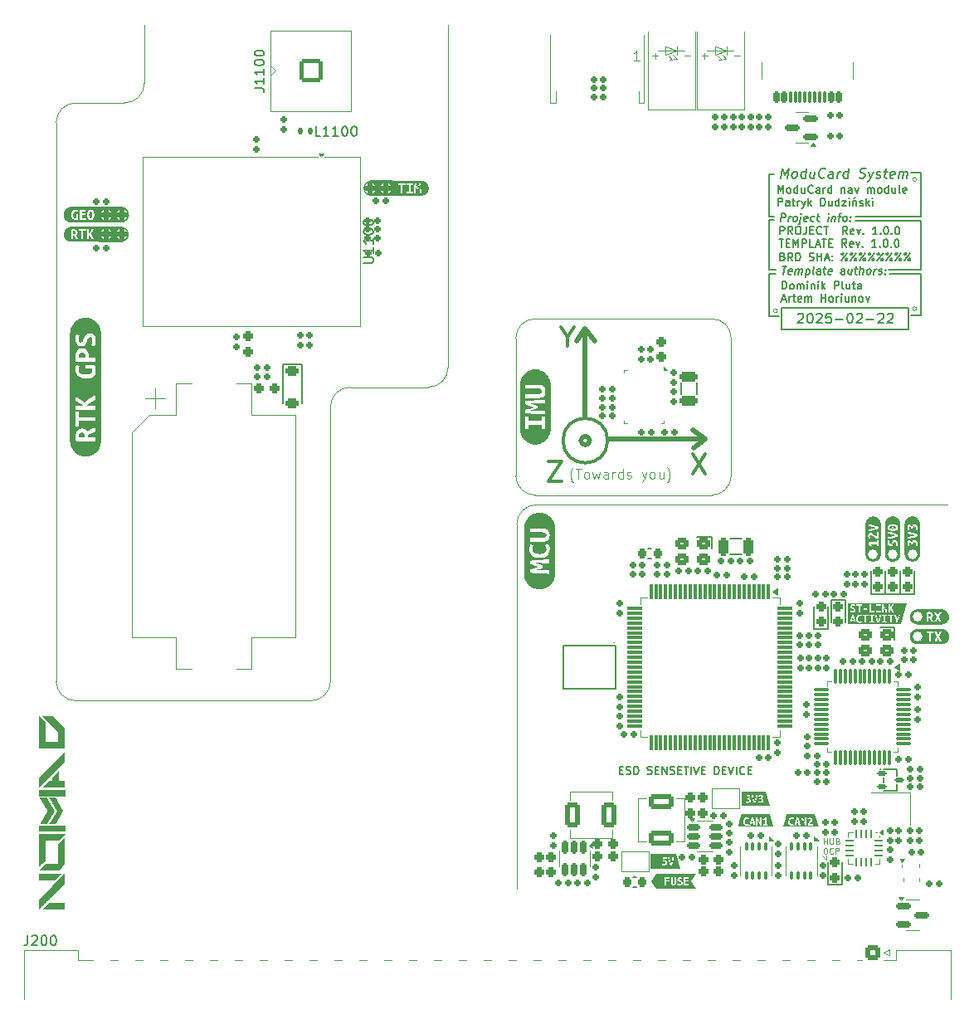
<source format=gbr>
%TF.GenerationSoftware,KiCad,Pcbnew,8.0.7-8.0.7-0~ubuntu22.04.1*%
%TF.CreationDate,2025-02-22T21:48:24+01:00*%
%TF.ProjectId,nav-module,6e61762d-6d6f-4647-956c-652e6b696361,1.0.0*%
%TF.SameCoordinates,Original*%
%TF.FileFunction,Legend,Top*%
%TF.FilePolarity,Positive*%
%FSLAX46Y46*%
G04 Gerber Fmt 4.6, Leading zero omitted, Abs format (unit mm)*
G04 Created by KiCad (PCBNEW 8.0.7-8.0.7-0~ubuntu22.04.1) date 2025-02-22 21:48:24*
%MOMM*%
%LPD*%
G01*
G04 APERTURE LIST*
G04 Aperture macros list*
%AMRoundRect*
0 Rectangle with rounded corners*
0 $1 Rounding radius*
0 $2 $3 $4 $5 $6 $7 $8 $9 X,Y pos of 4 corners*
0 Add a 4 corners polygon primitive as box body*
4,1,4,$2,$3,$4,$5,$6,$7,$8,$9,$2,$3,0*
0 Add four circle primitives for the rounded corners*
1,1,$1+$1,$2,$3*
1,1,$1+$1,$4,$5*
1,1,$1+$1,$6,$7*
1,1,$1+$1,$8,$9*
0 Add four rect primitives between the rounded corners*
20,1,$1+$1,$2,$3,$4,$5,0*
20,1,$1+$1,$4,$5,$6,$7,0*
20,1,$1+$1,$6,$7,$8,$9,0*
20,1,$1+$1,$8,$9,$2,$3,0*%
%AMFreePoly0*
4,1,6,1.000000,0.000000,0.500000,-0.750000,-0.500000,-0.750000,-0.500000,0.750000,0.500000,0.750000,1.000000,0.000000,1.000000,0.000000,$1*%
%AMFreePoly1*
4,1,6,0.500000,-0.750000,-0.650000,-0.750000,-0.150000,0.000000,-0.650000,0.750000,0.500000,0.750000,0.500000,-0.750000,0.500000,-0.750000,$1*%
G04 Aperture macros list end*
%ADD10C,0.100000*%
%ADD11C,0.500000*%
%ADD12C,0.150000*%
%ADD13C,0.300000*%
%ADD14C,0.160000*%
%ADD15C,0.200000*%
%ADD16C,0.000000*%
%ADD17C,0.120000*%
%ADD18RoundRect,0.250000X0.650000X0.250000X-0.650000X0.250000X-0.650000X-0.250000X0.650000X-0.250000X0*%
%ADD19RoundRect,0.250001X0.999999X-0.499999X0.999999X0.499999X-0.999999X0.499999X-0.999999X-0.499999X0*%
%ADD20FreePoly0,0.000000*%
%ADD21FreePoly1,0.000000*%
%ADD22C,1.000000*%
%ADD23RoundRect,0.159000X-0.189000X0.159000X-0.189000X-0.159000X0.189000X-0.159000X0.189000X0.159000X0*%
%ADD24C,1.600000*%
%ADD25RoundRect,0.147500X0.147500X0.172500X-0.147500X0.172500X-0.147500X-0.172500X0.147500X-0.172500X0*%
%ADD26RoundRect,0.159000X0.159000X0.189000X-0.159000X0.189000X-0.159000X-0.189000X0.159000X-0.189000X0*%
%ADD27RoundRect,0.150000X0.587500X0.150000X-0.587500X0.150000X-0.587500X-0.150000X0.587500X-0.150000X0*%
%ADD28RoundRect,0.159000X0.189000X-0.159000X0.189000X0.159000X-0.189000X0.159000X-0.189000X-0.159000X0*%
%ADD29RoundRect,0.159000X-0.159000X-0.189000X0.159000X-0.189000X0.159000X0.189000X-0.159000X0.189000X0*%
%ADD30RoundRect,0.239000X0.239000X0.274000X-0.239000X0.274000X-0.239000X-0.274000X0.239000X-0.274000X0*%
%ADD31RoundRect,0.239000X0.274000X-0.239000X0.274000X0.239000X-0.274000X0.239000X-0.274000X-0.239000X0*%
%ADD32RoundRect,0.244000X-0.394000X0.244000X-0.394000X-0.244000X0.394000X-0.244000X0.394000X0.244000X0*%
%ADD33RoundRect,0.220000X0.220000X0.255000X-0.220000X0.255000X-0.220000X-0.255000X0.220000X-0.255000X0*%
%ADD34RoundRect,0.244000X-0.269000X0.244000X-0.269000X-0.244000X0.269000X-0.244000X0.269000X0.244000X0*%
%ADD35R,0.663000X0.225000*%
%ADD36R,0.563000X0.225000*%
%ADD37R,0.225000X0.563000*%
%ADD38RoundRect,0.150000X-0.512500X-0.150000X0.512500X-0.150000X0.512500X0.150000X-0.512500X0.150000X0*%
%ADD39RoundRect,0.150000X-0.587500X-0.150000X0.587500X-0.150000X0.587500X0.150000X-0.587500X0.150000X0*%
%ADD40RoundRect,0.200100X-0.949900X-0.949900X0.949900X-0.949900X0.949900X0.949900X-0.949900X0.949900X0*%
%ADD41C,2.500000*%
%ADD42RoundRect,0.239000X-0.274000X0.239000X-0.274000X-0.239000X0.274000X-0.239000X0.274000X0.239000X0*%
%ADD43RoundRect,0.244000X0.244000X0.269000X-0.244000X0.269000X-0.244000X-0.269000X0.244000X-0.269000X0*%
%ADD44RoundRect,0.250000X0.450000X0.350000X-0.450000X0.350000X-0.450000X-0.350000X0.450000X-0.350000X0*%
%ADD45RoundRect,0.075000X-0.075000X0.662500X-0.075000X-0.662500X0.075000X-0.662500X0.075000X0.662500X0*%
%ADD46RoundRect,0.075000X-0.662500X0.075000X-0.662500X-0.075000X0.662500X-0.075000X0.662500X0.075000X0*%
%ADD47RoundRect,0.075000X-0.075000X0.725000X-0.075000X-0.725000X0.075000X-0.725000X0.075000X0.725000X0*%
%ADD48RoundRect,0.075000X-0.725000X0.075000X-0.725000X-0.075000X0.725000X-0.075000X0.725000X0.075000X0*%
%ADD49RoundRect,0.239000X-0.239000X-0.274000X0.239000X-0.274000X0.239000X0.274000X-0.239000X0.274000X0*%
%ADD50C,0.650000*%
%ADD51RoundRect,0.150000X0.150000X0.425000X-0.150000X0.425000X-0.150000X-0.425000X0.150000X-0.425000X0*%
%ADD52RoundRect,0.075000X0.075000X0.500000X-0.075000X0.500000X-0.075000X-0.500000X0.075000X-0.500000X0*%
%ADD53O,1.000000X2.100000*%
%ADD54O,1.000000X1.800000*%
%ADD55RoundRect,0.244000X-0.244000X-0.269000X0.244000X-0.269000X0.244000X0.269000X-0.244000X0.269000X0*%
%ADD56R,3.600000X2.600000*%
%ADD57C,2.850000*%
%ADD58RoundRect,0.249999X0.525001X0.525001X-0.525001X0.525001X-0.525001X-0.525001X0.525001X-0.525001X0*%
%ADD59C,1.550000*%
%ADD60RoundRect,0.220000X-0.220000X-0.255000X0.220000X-0.255000X0.220000X0.255000X-0.220000X0.255000X0*%
%ADD61C,1.300000*%
%ADD62C,2.286000*%
%ADD63RoundRect,0.075000X-0.075000X0.350000X-0.075000X-0.350000X0.075000X-0.350000X0.075000X0.350000X0*%
%ADD64R,2.400000X1.600000*%
%ADD65RoundRect,0.250000X0.250000X-0.650000X0.250000X0.650000X-0.250000X0.650000X-0.250000X-0.650000X0*%
%ADD66RoundRect,0.159000X0.246073X0.021213X0.021213X0.246073X-0.246073X-0.021213X-0.021213X-0.246073X0*%
%ADD67R,0.800000X1.500000*%
%ADD68R,1.500000X0.800000*%
%ADD69R,1.100000X1.100000*%
%ADD70R,1.400000X1.200000*%
%ADD71RoundRect,0.244000X0.269000X-0.244000X0.269000X0.244000X-0.269000X0.244000X-0.269000X-0.244000X0*%
%ADD72O,0.630000X2.250000*%
%ADD73RoundRect,0.250001X-0.499999X-0.999999X0.499999X-0.999999X0.499999X0.999999X-0.499999X0.999999X0*%
%ADD74RoundRect,0.062500X-0.062500X0.350000X-0.062500X-0.350000X0.062500X-0.350000X0.062500X0.350000X0*%
%ADD75RoundRect,0.062500X-0.350000X0.062500X-0.350000X-0.062500X0.350000X-0.062500X0.350000X0.062500X0*%
%ADD76R,1.700000X1.700000*%
%ADD77R,0.675000X0.254000*%
%ADD78R,0.254000X0.675000*%
%ADD79RoundRect,0.125000X0.345000X0.125000X-0.345000X0.125000X-0.345000X-0.125000X0.345000X-0.125000X0*%
%ADD80RoundRect,0.150000X-0.150000X0.512500X-0.150000X-0.512500X0.150000X-0.512500X0.150000X0.512500X0*%
G04 APERTURE END LIST*
D10*
X93800000Y84200000D02*
G75*
G02*
X93400000Y84200000I-200000J0D01*
G01*
X93400000Y84200000D02*
G75*
G02*
X93800000Y84200000I200000J0D01*
G01*
X54900000Y51980000D02*
X72900000Y51980000D01*
D11*
X70990000Y58600000D02*
X72270000Y57690000D01*
D12*
X94225000Y75000000D02*
X90975000Y75000000D01*
D10*
X74900000Y53980000D02*
G75*
G02*
X72900000Y51980001I-2000000J1D01*
G01*
X34000000Y61000000D02*
G75*
G02*
X36000000Y63000001I2000000J1D01*
G01*
D12*
X91000000Y74600000D02*
X94250000Y74600000D01*
X79250000Y84680000D02*
X78750000Y84680000D01*
D11*
X60000000Y59950000D02*
X60000000Y68950000D01*
D10*
X8000000Y31000000D02*
G75*
G02*
X5999999Y33000000I0J2000001D01*
G01*
X53000000Y49000000D02*
X53000000Y11800000D01*
X34000000Y33000000D02*
X34000000Y61000000D01*
X46000000Y65000000D02*
G75*
G02*
X44000000Y63000001I-2000000J1D01*
G01*
D11*
X71010001Y56750000D02*
X72270000Y57690000D01*
D10*
X72900000Y69980000D02*
X54900000Y69980000D01*
X84200000Y15200000D02*
X84600000Y14800000D01*
X15000000Y94000000D02*
X15000000Y100000000D01*
X52900000Y67980000D02*
X52900000Y53980000D01*
D12*
X79250000Y80080000D02*
X78750000Y80080000D01*
X79400000Y74600000D02*
X78750000Y74600000D01*
D10*
X84600000Y14800000D02*
X84600000Y15200000D01*
X74900000Y53980000D02*
X74900000Y67980000D01*
X93800000Y71000000D02*
G75*
G02*
X93400000Y71000000I-200000J0D01*
G01*
X93400000Y71000000D02*
G75*
G02*
X93800000Y71000000I200000J0D01*
G01*
X46000000Y65000000D02*
X46000000Y100000000D01*
X6000000Y90000000D02*
G75*
G02*
X8000000Y92000001I2000000J1D01*
G01*
X54900000Y51980000D02*
G75*
G02*
X52899999Y53980000I0J2000001D01*
G01*
D12*
X94250000Y80000000D02*
X94250000Y75000000D01*
D11*
X62410000Y57670000D02*
X72270000Y57690000D01*
D12*
X94250000Y74600000D02*
X94250000Y70320000D01*
X78750000Y70200000D02*
X79800000Y70200000D01*
X87600000Y80000000D02*
X94225000Y80000000D01*
D10*
X53000000Y49000000D02*
G75*
G02*
X55000000Y51000001I2000000J1D01*
G01*
X8000000Y92000000D02*
X13000000Y92000000D01*
X97000000Y51000000D02*
X55000000Y51000000D01*
D12*
X93200000Y84880000D02*
X94250000Y84880000D01*
D10*
X72900000Y69980000D02*
G75*
G02*
X74899999Y67980000I0J-1999999D01*
G01*
D12*
X78750000Y75000000D02*
X79400000Y75000000D01*
D10*
X8000000Y31000000D02*
X32000000Y31000000D01*
D12*
X78750000Y84680000D02*
X78750000Y80400000D01*
D10*
X15000000Y94000000D02*
G75*
G02*
X13000000Y92000001I-2000000J1D01*
G01*
D11*
X59090000Y67670000D02*
X60000000Y68950000D01*
X60940000Y67690000D02*
X60000000Y68950000D01*
D12*
X78750000Y80400000D02*
X79250000Y80400000D01*
X78750000Y80080000D02*
X78750000Y75000000D01*
X78750000Y74600000D02*
X78750000Y70200000D01*
D10*
X36000000Y63000000D02*
X44000000Y63000000D01*
D12*
X94250000Y84880000D02*
X94250000Y80400000D01*
D13*
X62277938Y57550000D02*
G75*
G02*
X57722062Y57550000I-2277938J0D01*
G01*
X57722062Y57550000D02*
G75*
G02*
X62277938Y57550000I2277938J0D01*
G01*
D12*
X80000000Y71100000D02*
X93000000Y71100000D01*
X93000000Y68900000D01*
X80000000Y68900000D01*
X80000000Y71100000D01*
X94250000Y70320000D02*
X93200000Y70320000D01*
D11*
X60441022Y57550000D02*
G75*
G02*
X59558978Y57550000I-441022J0D01*
G01*
X59558978Y57550000D02*
G75*
G02*
X60441022Y57550000I441022J0D01*
G01*
D10*
X52900000Y67980000D02*
G75*
G02*
X54900000Y69980001I2000000J1D01*
G01*
X6000000Y90000000D02*
X6000000Y33000000D01*
X34000000Y33000000D02*
G75*
G02*
X32000000Y31000001I-2000000J1D01*
G01*
X79600000Y70800000D02*
G75*
G02*
X79200000Y70800000I-200000J0D01*
G01*
X79200000Y70800000D02*
G75*
G02*
X79600000Y70800000I200000J0D01*
G01*
D12*
X94250000Y80400000D02*
X87600000Y80400000D01*
D13*
X70933082Y56180362D02*
X72266415Y54180362D01*
X72266415Y56180362D02*
X70933082Y54180362D01*
D14*
X63495739Y23925273D02*
X63762405Y23925273D01*
X63876691Y23506225D02*
X63495739Y23506225D01*
X63495739Y23506225D02*
X63495739Y24306225D01*
X63495739Y24306225D02*
X63876691Y24306225D01*
X64181453Y23544320D02*
X64295739Y23506225D01*
X64295739Y23506225D02*
X64486215Y23506225D01*
X64486215Y23506225D02*
X64562406Y23544320D01*
X64562406Y23544320D02*
X64600501Y23582416D01*
X64600501Y23582416D02*
X64638596Y23658606D01*
X64638596Y23658606D02*
X64638596Y23734797D01*
X64638596Y23734797D02*
X64600501Y23810987D01*
X64600501Y23810987D02*
X64562406Y23849082D01*
X64562406Y23849082D02*
X64486215Y23887178D01*
X64486215Y23887178D02*
X64333834Y23925273D01*
X64333834Y23925273D02*
X64257644Y23963368D01*
X64257644Y23963368D02*
X64219549Y24001463D01*
X64219549Y24001463D02*
X64181453Y24077654D01*
X64181453Y24077654D02*
X64181453Y24153844D01*
X64181453Y24153844D02*
X64219549Y24230035D01*
X64219549Y24230035D02*
X64257644Y24268130D01*
X64257644Y24268130D02*
X64333834Y24306225D01*
X64333834Y24306225D02*
X64524311Y24306225D01*
X64524311Y24306225D02*
X64638596Y24268130D01*
X64981454Y23506225D02*
X64981454Y24306225D01*
X64981454Y24306225D02*
X65171930Y24306225D01*
X65171930Y24306225D02*
X65286216Y24268130D01*
X65286216Y24268130D02*
X65362406Y24191940D01*
X65362406Y24191940D02*
X65400501Y24115749D01*
X65400501Y24115749D02*
X65438597Y23963368D01*
X65438597Y23963368D02*
X65438597Y23849082D01*
X65438597Y23849082D02*
X65400501Y23696701D01*
X65400501Y23696701D02*
X65362406Y23620511D01*
X65362406Y23620511D02*
X65286216Y23544320D01*
X65286216Y23544320D02*
X65171930Y23506225D01*
X65171930Y23506225D02*
X64981454Y23506225D01*
X66352882Y23544320D02*
X66467168Y23506225D01*
X66467168Y23506225D02*
X66657644Y23506225D01*
X66657644Y23506225D02*
X66733835Y23544320D01*
X66733835Y23544320D02*
X66771930Y23582416D01*
X66771930Y23582416D02*
X66810025Y23658606D01*
X66810025Y23658606D02*
X66810025Y23734797D01*
X66810025Y23734797D02*
X66771930Y23810987D01*
X66771930Y23810987D02*
X66733835Y23849082D01*
X66733835Y23849082D02*
X66657644Y23887178D01*
X66657644Y23887178D02*
X66505263Y23925273D01*
X66505263Y23925273D02*
X66429073Y23963368D01*
X66429073Y23963368D02*
X66390978Y24001463D01*
X66390978Y24001463D02*
X66352882Y24077654D01*
X66352882Y24077654D02*
X66352882Y24153844D01*
X66352882Y24153844D02*
X66390978Y24230035D01*
X66390978Y24230035D02*
X66429073Y24268130D01*
X66429073Y24268130D02*
X66505263Y24306225D01*
X66505263Y24306225D02*
X66695740Y24306225D01*
X66695740Y24306225D02*
X66810025Y24268130D01*
X67152883Y23925273D02*
X67419549Y23925273D01*
X67533835Y23506225D02*
X67152883Y23506225D01*
X67152883Y23506225D02*
X67152883Y24306225D01*
X67152883Y24306225D02*
X67533835Y24306225D01*
X67876693Y23506225D02*
X67876693Y24306225D01*
X67876693Y24306225D02*
X68333836Y23506225D01*
X68333836Y23506225D02*
X68333836Y24306225D01*
X68676692Y23544320D02*
X68790978Y23506225D01*
X68790978Y23506225D02*
X68981454Y23506225D01*
X68981454Y23506225D02*
X69057645Y23544320D01*
X69057645Y23544320D02*
X69095740Y23582416D01*
X69095740Y23582416D02*
X69133835Y23658606D01*
X69133835Y23658606D02*
X69133835Y23734797D01*
X69133835Y23734797D02*
X69095740Y23810987D01*
X69095740Y23810987D02*
X69057645Y23849082D01*
X69057645Y23849082D02*
X68981454Y23887178D01*
X68981454Y23887178D02*
X68829073Y23925273D01*
X68829073Y23925273D02*
X68752883Y23963368D01*
X68752883Y23963368D02*
X68714788Y24001463D01*
X68714788Y24001463D02*
X68676692Y24077654D01*
X68676692Y24077654D02*
X68676692Y24153844D01*
X68676692Y24153844D02*
X68714788Y24230035D01*
X68714788Y24230035D02*
X68752883Y24268130D01*
X68752883Y24268130D02*
X68829073Y24306225D01*
X68829073Y24306225D02*
X69019550Y24306225D01*
X69019550Y24306225D02*
X69133835Y24268130D01*
X69476693Y23925273D02*
X69743359Y23925273D01*
X69857645Y23506225D02*
X69476693Y23506225D01*
X69476693Y23506225D02*
X69476693Y24306225D01*
X69476693Y24306225D02*
X69857645Y24306225D01*
X70086217Y24306225D02*
X70543360Y24306225D01*
X70314788Y23506225D02*
X70314788Y24306225D01*
X70810027Y23506225D02*
X70810027Y24306225D01*
X71076693Y24306225D02*
X71343360Y23506225D01*
X71343360Y23506225D02*
X71610026Y24306225D01*
X71876693Y23925273D02*
X72143359Y23925273D01*
X72257645Y23506225D02*
X71876693Y23506225D01*
X71876693Y23506225D02*
X71876693Y24306225D01*
X71876693Y24306225D02*
X72257645Y24306225D01*
X73210027Y23506225D02*
X73210027Y24306225D01*
X73210027Y24306225D02*
X73400503Y24306225D01*
X73400503Y24306225D02*
X73514789Y24268130D01*
X73514789Y24268130D02*
X73590979Y24191940D01*
X73590979Y24191940D02*
X73629074Y24115749D01*
X73629074Y24115749D02*
X73667170Y23963368D01*
X73667170Y23963368D02*
X73667170Y23849082D01*
X73667170Y23849082D02*
X73629074Y23696701D01*
X73629074Y23696701D02*
X73590979Y23620511D01*
X73590979Y23620511D02*
X73514789Y23544320D01*
X73514789Y23544320D02*
X73400503Y23506225D01*
X73400503Y23506225D02*
X73210027Y23506225D01*
X74010027Y23925273D02*
X74276693Y23925273D01*
X74390979Y23506225D02*
X74010027Y23506225D01*
X74010027Y23506225D02*
X74010027Y24306225D01*
X74010027Y24306225D02*
X74390979Y24306225D01*
X74619551Y24306225D02*
X74886218Y23506225D01*
X74886218Y23506225D02*
X75152884Y24306225D01*
X75419551Y23506225D02*
X75419551Y24306225D01*
X76257646Y23582416D02*
X76219550Y23544320D01*
X76219550Y23544320D02*
X76105265Y23506225D01*
X76105265Y23506225D02*
X76029074Y23506225D01*
X76029074Y23506225D02*
X75914788Y23544320D01*
X75914788Y23544320D02*
X75838598Y23620511D01*
X75838598Y23620511D02*
X75800503Y23696701D01*
X75800503Y23696701D02*
X75762407Y23849082D01*
X75762407Y23849082D02*
X75762407Y23963368D01*
X75762407Y23963368D02*
X75800503Y24115749D01*
X75800503Y24115749D02*
X75838598Y24191940D01*
X75838598Y24191940D02*
X75914788Y24268130D01*
X75914788Y24268130D02*
X76029074Y24306225D01*
X76029074Y24306225D02*
X76105265Y24306225D01*
X76105265Y24306225D02*
X76219550Y24268130D01*
X76219550Y24268130D02*
X76257646Y24230035D01*
X76600503Y23925273D02*
X76867169Y23925273D01*
X76981455Y23506225D02*
X76600503Y23506225D01*
X76600503Y23506225D02*
X76600503Y24306225D01*
X76600503Y24306225D02*
X76981455Y24306225D01*
D15*
X80103006Y75308305D02*
X80560149Y75308305D01*
X80231578Y74508305D02*
X80331578Y75308305D01*
X81036340Y74546400D02*
X80955387Y74508305D01*
X80955387Y74508305D02*
X80803006Y74508305D01*
X80803006Y74508305D02*
X80731578Y74546400D01*
X80731578Y74546400D02*
X80703006Y74622591D01*
X80703006Y74622591D02*
X80741102Y74927353D01*
X80741102Y74927353D02*
X80788721Y75003543D01*
X80788721Y75003543D02*
X80869673Y75041639D01*
X80869673Y75041639D02*
X81022054Y75041639D01*
X81022054Y75041639D02*
X81093482Y75003543D01*
X81093482Y75003543D02*
X81122054Y74927353D01*
X81122054Y74927353D02*
X81112530Y74851162D01*
X81112530Y74851162D02*
X80722054Y74774972D01*
X81412530Y74508305D02*
X81479196Y75041639D01*
X81469673Y74965448D02*
X81512530Y75003543D01*
X81512530Y75003543D02*
X81593482Y75041639D01*
X81593482Y75041639D02*
X81707768Y75041639D01*
X81707768Y75041639D02*
X81779196Y75003543D01*
X81779196Y75003543D02*
X81807768Y74927353D01*
X81807768Y74927353D02*
X81755387Y74508305D01*
X81807768Y74927353D02*
X81855387Y75003543D01*
X81855387Y75003543D02*
X81936339Y75041639D01*
X81936339Y75041639D02*
X82050625Y75041639D01*
X82050625Y75041639D02*
X82122054Y75003543D01*
X82122054Y75003543D02*
X82150625Y74927353D01*
X82150625Y74927353D02*
X82098244Y74508305D01*
X82545863Y75041639D02*
X82445863Y74241639D01*
X82541102Y75003543D02*
X82622054Y75041639D01*
X82622054Y75041639D02*
X82774435Y75041639D01*
X82774435Y75041639D02*
X82845863Y75003543D01*
X82845863Y75003543D02*
X82879197Y74965448D01*
X82879197Y74965448D02*
X82907768Y74889258D01*
X82907768Y74889258D02*
X82879197Y74660686D01*
X82879197Y74660686D02*
X82831578Y74584496D01*
X82831578Y74584496D02*
X82788721Y74546400D01*
X82788721Y74546400D02*
X82707768Y74508305D01*
X82707768Y74508305D02*
X82555387Y74508305D01*
X82555387Y74508305D02*
X82483959Y74546400D01*
X83317293Y74508305D02*
X83245864Y74546400D01*
X83245864Y74546400D02*
X83217293Y74622591D01*
X83217293Y74622591D02*
X83303007Y75308305D01*
X83964912Y74508305D02*
X84017293Y74927353D01*
X84017293Y74927353D02*
X83988721Y75003543D01*
X83988721Y75003543D02*
X83917293Y75041639D01*
X83917293Y75041639D02*
X83764912Y75041639D01*
X83764912Y75041639D02*
X83683960Y75003543D01*
X83969674Y74546400D02*
X83888721Y74508305D01*
X83888721Y74508305D02*
X83698245Y74508305D01*
X83698245Y74508305D02*
X83626817Y74546400D01*
X83626817Y74546400D02*
X83598245Y74622591D01*
X83598245Y74622591D02*
X83607769Y74698781D01*
X83607769Y74698781D02*
X83655388Y74774972D01*
X83655388Y74774972D02*
X83736341Y74813067D01*
X83736341Y74813067D02*
X83926817Y74813067D01*
X83926817Y74813067D02*
X84007769Y74851162D01*
X84298246Y75041639D02*
X84603008Y75041639D01*
X84445865Y75308305D02*
X84360151Y74622591D01*
X84360151Y74622591D02*
X84388722Y74546400D01*
X84388722Y74546400D02*
X84460151Y74508305D01*
X84460151Y74508305D02*
X84536341Y74508305D01*
X85112532Y74546400D02*
X85031579Y74508305D01*
X85031579Y74508305D02*
X84879198Y74508305D01*
X84879198Y74508305D02*
X84807770Y74546400D01*
X84807770Y74546400D02*
X84779198Y74622591D01*
X84779198Y74622591D02*
X84817294Y74927353D01*
X84817294Y74927353D02*
X84864913Y75003543D01*
X84864913Y75003543D02*
X84945865Y75041639D01*
X84945865Y75041639D02*
X85098246Y75041639D01*
X85098246Y75041639D02*
X85169674Y75003543D01*
X85169674Y75003543D02*
X85198246Y74927353D01*
X85198246Y74927353D02*
X85188722Y74851162D01*
X85188722Y74851162D02*
X84798246Y74774972D01*
X86441103Y74508305D02*
X86493484Y74927353D01*
X86493484Y74927353D02*
X86464912Y75003543D01*
X86464912Y75003543D02*
X86393484Y75041639D01*
X86393484Y75041639D02*
X86241103Y75041639D01*
X86241103Y75041639D02*
X86160151Y75003543D01*
X86445865Y74546400D02*
X86364912Y74508305D01*
X86364912Y74508305D02*
X86174436Y74508305D01*
X86174436Y74508305D02*
X86103008Y74546400D01*
X86103008Y74546400D02*
X86074436Y74622591D01*
X86074436Y74622591D02*
X86083960Y74698781D01*
X86083960Y74698781D02*
X86131579Y74774972D01*
X86131579Y74774972D02*
X86212532Y74813067D01*
X86212532Y74813067D02*
X86403008Y74813067D01*
X86403008Y74813067D02*
X86483960Y74851162D01*
X87231580Y75041639D02*
X87164913Y74508305D01*
X86888722Y75041639D02*
X86836342Y74622591D01*
X86836342Y74622591D02*
X86864913Y74546400D01*
X86864913Y74546400D02*
X86936342Y74508305D01*
X86936342Y74508305D02*
X87050627Y74508305D01*
X87050627Y74508305D02*
X87131580Y74546400D01*
X87131580Y74546400D02*
X87174437Y74584496D01*
X87498247Y75041639D02*
X87803009Y75041639D01*
X87645866Y75308305D02*
X87560152Y74622591D01*
X87560152Y74622591D02*
X87588723Y74546400D01*
X87588723Y74546400D02*
X87660152Y74508305D01*
X87660152Y74508305D02*
X87736342Y74508305D01*
X88003009Y74508305D02*
X88103009Y75308305D01*
X88345866Y74508305D02*
X88398247Y74927353D01*
X88398247Y74927353D02*
X88369675Y75003543D01*
X88369675Y75003543D02*
X88298247Y75041639D01*
X88298247Y75041639D02*
X88183961Y75041639D01*
X88183961Y75041639D02*
X88103009Y75003543D01*
X88103009Y75003543D02*
X88060152Y74965448D01*
X88841105Y74508305D02*
X88769676Y74546400D01*
X88769676Y74546400D02*
X88736343Y74584496D01*
X88736343Y74584496D02*
X88707771Y74660686D01*
X88707771Y74660686D02*
X88736343Y74889258D01*
X88736343Y74889258D02*
X88783962Y74965448D01*
X88783962Y74965448D02*
X88826819Y75003543D01*
X88826819Y75003543D02*
X88907771Y75041639D01*
X88907771Y75041639D02*
X89022057Y75041639D01*
X89022057Y75041639D02*
X89093485Y75003543D01*
X89093485Y75003543D02*
X89126819Y74965448D01*
X89126819Y74965448D02*
X89155390Y74889258D01*
X89155390Y74889258D02*
X89126819Y74660686D01*
X89126819Y74660686D02*
X89079200Y74584496D01*
X89079200Y74584496D02*
X89036343Y74546400D01*
X89036343Y74546400D02*
X88955390Y74508305D01*
X88955390Y74508305D02*
X88841105Y74508305D01*
X89450629Y74508305D02*
X89517295Y75041639D01*
X89498248Y74889258D02*
X89545867Y74965448D01*
X89545867Y74965448D02*
X89588724Y75003543D01*
X89588724Y75003543D02*
X89669676Y75041639D01*
X89669676Y75041639D02*
X89745867Y75041639D01*
X89912533Y74546400D02*
X89983962Y74508305D01*
X89983962Y74508305D02*
X90136343Y74508305D01*
X90136343Y74508305D02*
X90217295Y74546400D01*
X90217295Y74546400D02*
X90264914Y74622591D01*
X90264914Y74622591D02*
X90269676Y74660686D01*
X90269676Y74660686D02*
X90241105Y74736877D01*
X90241105Y74736877D02*
X90169676Y74774972D01*
X90169676Y74774972D02*
X90055391Y74774972D01*
X90055391Y74774972D02*
X89983962Y74813067D01*
X89983962Y74813067D02*
X89955391Y74889258D01*
X89955391Y74889258D02*
X89960153Y74927353D01*
X89960153Y74927353D02*
X90007772Y75003543D01*
X90007772Y75003543D02*
X90088724Y75041639D01*
X90088724Y75041639D02*
X90203010Y75041639D01*
X90203010Y75041639D02*
X90274438Y75003543D01*
X90603010Y74584496D02*
X90636343Y74546400D01*
X90636343Y74546400D02*
X90593486Y74508305D01*
X90593486Y74508305D02*
X90560152Y74546400D01*
X90560152Y74546400D02*
X90603010Y74584496D01*
X90603010Y74584496D02*
X90593486Y74508305D01*
X90655391Y75003543D02*
X90688724Y74965448D01*
X90688724Y74965448D02*
X90645867Y74927353D01*
X90645867Y74927353D02*
X90612533Y74965448D01*
X90612533Y74965448D02*
X90655391Y75003543D01*
X90655391Y75003543D02*
X90645867Y74927353D01*
D12*
X79889160Y78593660D02*
X79889160Y79393660D01*
X79889160Y79393660D02*
X80193922Y79393660D01*
X80193922Y79393660D02*
X80270112Y79355565D01*
X80270112Y79355565D02*
X80308207Y79317470D01*
X80308207Y79317470D02*
X80346303Y79241279D01*
X80346303Y79241279D02*
X80346303Y79126994D01*
X80346303Y79126994D02*
X80308207Y79050803D01*
X80308207Y79050803D02*
X80270112Y79012708D01*
X80270112Y79012708D02*
X80193922Y78974613D01*
X80193922Y78974613D02*
X79889160Y78974613D01*
X81146303Y78593660D02*
X80879636Y78974613D01*
X80689160Y78593660D02*
X80689160Y79393660D01*
X80689160Y79393660D02*
X80993922Y79393660D01*
X80993922Y79393660D02*
X81070112Y79355565D01*
X81070112Y79355565D02*
X81108207Y79317470D01*
X81108207Y79317470D02*
X81146303Y79241279D01*
X81146303Y79241279D02*
X81146303Y79126994D01*
X81146303Y79126994D02*
X81108207Y79050803D01*
X81108207Y79050803D02*
X81070112Y79012708D01*
X81070112Y79012708D02*
X80993922Y78974613D01*
X80993922Y78974613D02*
X80689160Y78974613D01*
X81641541Y79393660D02*
X81793922Y79393660D01*
X81793922Y79393660D02*
X81870112Y79355565D01*
X81870112Y79355565D02*
X81946303Y79279375D01*
X81946303Y79279375D02*
X81984398Y79126994D01*
X81984398Y79126994D02*
X81984398Y78860327D01*
X81984398Y78860327D02*
X81946303Y78707946D01*
X81946303Y78707946D02*
X81870112Y78631755D01*
X81870112Y78631755D02*
X81793922Y78593660D01*
X81793922Y78593660D02*
X81641541Y78593660D01*
X81641541Y78593660D02*
X81565350Y78631755D01*
X81565350Y78631755D02*
X81489160Y78707946D01*
X81489160Y78707946D02*
X81451064Y78860327D01*
X81451064Y78860327D02*
X81451064Y79126994D01*
X81451064Y79126994D02*
X81489160Y79279375D01*
X81489160Y79279375D02*
X81565350Y79355565D01*
X81565350Y79355565D02*
X81641541Y79393660D01*
X82555826Y79393660D02*
X82555826Y78822232D01*
X82555826Y78822232D02*
X82517731Y78707946D01*
X82517731Y78707946D02*
X82441540Y78631755D01*
X82441540Y78631755D02*
X82327255Y78593660D01*
X82327255Y78593660D02*
X82251064Y78593660D01*
X82936779Y79012708D02*
X83203445Y79012708D01*
X83317731Y78593660D02*
X82936779Y78593660D01*
X82936779Y78593660D02*
X82936779Y79393660D01*
X82936779Y79393660D02*
X83317731Y79393660D01*
X84117732Y78669851D02*
X84079636Y78631755D01*
X84079636Y78631755D02*
X83965351Y78593660D01*
X83965351Y78593660D02*
X83889160Y78593660D01*
X83889160Y78593660D02*
X83774874Y78631755D01*
X83774874Y78631755D02*
X83698684Y78707946D01*
X83698684Y78707946D02*
X83660589Y78784136D01*
X83660589Y78784136D02*
X83622493Y78936517D01*
X83622493Y78936517D02*
X83622493Y79050803D01*
X83622493Y79050803D02*
X83660589Y79203184D01*
X83660589Y79203184D02*
X83698684Y79279375D01*
X83698684Y79279375D02*
X83774874Y79355565D01*
X83774874Y79355565D02*
X83889160Y79393660D01*
X83889160Y79393660D02*
X83965351Y79393660D01*
X83965351Y79393660D02*
X84079636Y79355565D01*
X84079636Y79355565D02*
X84117732Y79317470D01*
X84346303Y79393660D02*
X84803446Y79393660D01*
X84574874Y78593660D02*
X84574874Y79393660D01*
X86746304Y78593660D02*
X86479637Y78974613D01*
X86289161Y78593660D02*
X86289161Y79393660D01*
X86289161Y79393660D02*
X86593923Y79393660D01*
X86593923Y79393660D02*
X86670113Y79355565D01*
X86670113Y79355565D02*
X86708208Y79317470D01*
X86708208Y79317470D02*
X86746304Y79241279D01*
X86746304Y79241279D02*
X86746304Y79126994D01*
X86746304Y79126994D02*
X86708208Y79050803D01*
X86708208Y79050803D02*
X86670113Y79012708D01*
X86670113Y79012708D02*
X86593923Y78974613D01*
X86593923Y78974613D02*
X86289161Y78974613D01*
X87393923Y78631755D02*
X87317732Y78593660D01*
X87317732Y78593660D02*
X87165351Y78593660D01*
X87165351Y78593660D02*
X87089161Y78631755D01*
X87089161Y78631755D02*
X87051065Y78707946D01*
X87051065Y78707946D02*
X87051065Y79012708D01*
X87051065Y79012708D02*
X87089161Y79088898D01*
X87089161Y79088898D02*
X87165351Y79126994D01*
X87165351Y79126994D02*
X87317732Y79126994D01*
X87317732Y79126994D02*
X87393923Y79088898D01*
X87393923Y79088898D02*
X87432018Y79012708D01*
X87432018Y79012708D02*
X87432018Y78936517D01*
X87432018Y78936517D02*
X87051065Y78860327D01*
X87698684Y79126994D02*
X87889160Y78593660D01*
X87889160Y78593660D02*
X88079637Y79126994D01*
X88384399Y78669851D02*
X88422494Y78631755D01*
X88422494Y78631755D02*
X88384399Y78593660D01*
X88384399Y78593660D02*
X88346303Y78631755D01*
X88346303Y78631755D02*
X88384399Y78669851D01*
X88384399Y78669851D02*
X88384399Y78593660D01*
X89793922Y78593660D02*
X89336779Y78593660D01*
X89565351Y78593660D02*
X89565351Y79393660D01*
X89565351Y79393660D02*
X89489160Y79279375D01*
X89489160Y79279375D02*
X89412970Y79203184D01*
X89412970Y79203184D02*
X89336779Y79165089D01*
X90136780Y78669851D02*
X90174875Y78631755D01*
X90174875Y78631755D02*
X90136780Y78593660D01*
X90136780Y78593660D02*
X90098684Y78631755D01*
X90098684Y78631755D02*
X90136780Y78669851D01*
X90136780Y78669851D02*
X90136780Y78593660D01*
X90670113Y79393660D02*
X90746303Y79393660D01*
X90746303Y79393660D02*
X90822494Y79355565D01*
X90822494Y79355565D02*
X90860589Y79317470D01*
X90860589Y79317470D02*
X90898684Y79241279D01*
X90898684Y79241279D02*
X90936779Y79088898D01*
X90936779Y79088898D02*
X90936779Y78898422D01*
X90936779Y78898422D02*
X90898684Y78746041D01*
X90898684Y78746041D02*
X90860589Y78669851D01*
X90860589Y78669851D02*
X90822494Y78631755D01*
X90822494Y78631755D02*
X90746303Y78593660D01*
X90746303Y78593660D02*
X90670113Y78593660D01*
X90670113Y78593660D02*
X90593922Y78631755D01*
X90593922Y78631755D02*
X90555827Y78669851D01*
X90555827Y78669851D02*
X90517732Y78746041D01*
X90517732Y78746041D02*
X90479636Y78898422D01*
X90479636Y78898422D02*
X90479636Y79088898D01*
X90479636Y79088898D02*
X90517732Y79241279D01*
X90517732Y79241279D02*
X90555827Y79317470D01*
X90555827Y79317470D02*
X90593922Y79355565D01*
X90593922Y79355565D02*
X90670113Y79393660D01*
X91279637Y78669851D02*
X91317732Y78631755D01*
X91317732Y78631755D02*
X91279637Y78593660D01*
X91279637Y78593660D02*
X91241541Y78631755D01*
X91241541Y78631755D02*
X91279637Y78669851D01*
X91279637Y78669851D02*
X91279637Y78593660D01*
X91812970Y79393660D02*
X91889160Y79393660D01*
X91889160Y79393660D02*
X91965351Y79355565D01*
X91965351Y79355565D02*
X92003446Y79317470D01*
X92003446Y79317470D02*
X92041541Y79241279D01*
X92041541Y79241279D02*
X92079636Y79088898D01*
X92079636Y79088898D02*
X92079636Y78898422D01*
X92079636Y78898422D02*
X92041541Y78746041D01*
X92041541Y78746041D02*
X92003446Y78669851D01*
X92003446Y78669851D02*
X91965351Y78631755D01*
X91965351Y78631755D02*
X91889160Y78593660D01*
X91889160Y78593660D02*
X91812970Y78593660D01*
X91812970Y78593660D02*
X91736779Y78631755D01*
X91736779Y78631755D02*
X91698684Y78669851D01*
X91698684Y78669851D02*
X91660589Y78746041D01*
X91660589Y78746041D02*
X91622493Y78898422D01*
X91622493Y78898422D02*
X91622493Y79088898D01*
X91622493Y79088898D02*
X91660589Y79241279D01*
X91660589Y79241279D02*
X91698684Y79317470D01*
X91698684Y79317470D02*
X91736779Y79355565D01*
X91736779Y79355565D02*
X91812970Y79393660D01*
X79774874Y78105705D02*
X80232017Y78105705D01*
X80003445Y77305705D02*
X80003445Y78105705D01*
X80498684Y77724753D02*
X80765350Y77724753D01*
X80879636Y77305705D02*
X80498684Y77305705D01*
X80498684Y77305705D02*
X80498684Y78105705D01*
X80498684Y78105705D02*
X80879636Y78105705D01*
X81222494Y77305705D02*
X81222494Y78105705D01*
X81222494Y78105705D02*
X81489160Y77534277D01*
X81489160Y77534277D02*
X81755827Y78105705D01*
X81755827Y78105705D02*
X81755827Y77305705D01*
X82136780Y77305705D02*
X82136780Y78105705D01*
X82136780Y78105705D02*
X82441542Y78105705D01*
X82441542Y78105705D02*
X82517732Y78067610D01*
X82517732Y78067610D02*
X82555827Y78029515D01*
X82555827Y78029515D02*
X82593923Y77953324D01*
X82593923Y77953324D02*
X82593923Y77839039D01*
X82593923Y77839039D02*
X82555827Y77762848D01*
X82555827Y77762848D02*
X82517732Y77724753D01*
X82517732Y77724753D02*
X82441542Y77686658D01*
X82441542Y77686658D02*
X82136780Y77686658D01*
X83317732Y77305705D02*
X82936780Y77305705D01*
X82936780Y77305705D02*
X82936780Y78105705D01*
X83546303Y77534277D02*
X83927256Y77534277D01*
X83470113Y77305705D02*
X83736780Y78105705D01*
X83736780Y78105705D02*
X84003446Y77305705D01*
X84155827Y78105705D02*
X84612970Y78105705D01*
X84384398Y77305705D02*
X84384398Y78105705D01*
X84879637Y77724753D02*
X85146303Y77724753D01*
X85260589Y77305705D02*
X84879637Y77305705D01*
X84879637Y77305705D02*
X84879637Y78105705D01*
X84879637Y78105705D02*
X85260589Y78105705D01*
X86670114Y77305705D02*
X86403447Y77686658D01*
X86212971Y77305705D02*
X86212971Y78105705D01*
X86212971Y78105705D02*
X86517733Y78105705D01*
X86517733Y78105705D02*
X86593923Y78067610D01*
X86593923Y78067610D02*
X86632018Y78029515D01*
X86632018Y78029515D02*
X86670114Y77953324D01*
X86670114Y77953324D02*
X86670114Y77839039D01*
X86670114Y77839039D02*
X86632018Y77762848D01*
X86632018Y77762848D02*
X86593923Y77724753D01*
X86593923Y77724753D02*
X86517733Y77686658D01*
X86517733Y77686658D02*
X86212971Y77686658D01*
X87317733Y77343800D02*
X87241542Y77305705D01*
X87241542Y77305705D02*
X87089161Y77305705D01*
X87089161Y77305705D02*
X87012971Y77343800D01*
X87012971Y77343800D02*
X86974875Y77419991D01*
X86974875Y77419991D02*
X86974875Y77724753D01*
X86974875Y77724753D02*
X87012971Y77800943D01*
X87012971Y77800943D02*
X87089161Y77839039D01*
X87089161Y77839039D02*
X87241542Y77839039D01*
X87241542Y77839039D02*
X87317733Y77800943D01*
X87317733Y77800943D02*
X87355828Y77724753D01*
X87355828Y77724753D02*
X87355828Y77648562D01*
X87355828Y77648562D02*
X86974875Y77572372D01*
X87622494Y77839039D02*
X87812970Y77305705D01*
X87812970Y77305705D02*
X88003447Y77839039D01*
X88308209Y77381896D02*
X88346304Y77343800D01*
X88346304Y77343800D02*
X88308209Y77305705D01*
X88308209Y77305705D02*
X88270113Y77343800D01*
X88270113Y77343800D02*
X88308209Y77381896D01*
X88308209Y77381896D02*
X88308209Y77305705D01*
X89717732Y77305705D02*
X89260589Y77305705D01*
X89489161Y77305705D02*
X89489161Y78105705D01*
X89489161Y78105705D02*
X89412970Y77991420D01*
X89412970Y77991420D02*
X89336780Y77915229D01*
X89336780Y77915229D02*
X89260589Y77877134D01*
X90060590Y77381896D02*
X90098685Y77343800D01*
X90098685Y77343800D02*
X90060590Y77305705D01*
X90060590Y77305705D02*
X90022494Y77343800D01*
X90022494Y77343800D02*
X90060590Y77381896D01*
X90060590Y77381896D02*
X90060590Y77305705D01*
X90593923Y78105705D02*
X90670113Y78105705D01*
X90670113Y78105705D02*
X90746304Y78067610D01*
X90746304Y78067610D02*
X90784399Y78029515D01*
X90784399Y78029515D02*
X90822494Y77953324D01*
X90822494Y77953324D02*
X90860589Y77800943D01*
X90860589Y77800943D02*
X90860589Y77610467D01*
X90860589Y77610467D02*
X90822494Y77458086D01*
X90822494Y77458086D02*
X90784399Y77381896D01*
X90784399Y77381896D02*
X90746304Y77343800D01*
X90746304Y77343800D02*
X90670113Y77305705D01*
X90670113Y77305705D02*
X90593923Y77305705D01*
X90593923Y77305705D02*
X90517732Y77343800D01*
X90517732Y77343800D02*
X90479637Y77381896D01*
X90479637Y77381896D02*
X90441542Y77458086D01*
X90441542Y77458086D02*
X90403446Y77610467D01*
X90403446Y77610467D02*
X90403446Y77800943D01*
X90403446Y77800943D02*
X90441542Y77953324D01*
X90441542Y77953324D02*
X90479637Y78029515D01*
X90479637Y78029515D02*
X90517732Y78067610D01*
X90517732Y78067610D02*
X90593923Y78105705D01*
X91203447Y77381896D02*
X91241542Y77343800D01*
X91241542Y77343800D02*
X91203447Y77305705D01*
X91203447Y77305705D02*
X91165351Y77343800D01*
X91165351Y77343800D02*
X91203447Y77381896D01*
X91203447Y77381896D02*
X91203447Y77305705D01*
X91736780Y78105705D02*
X91812970Y78105705D01*
X91812970Y78105705D02*
X91889161Y78067610D01*
X91889161Y78067610D02*
X91927256Y78029515D01*
X91927256Y78029515D02*
X91965351Y77953324D01*
X91965351Y77953324D02*
X92003446Y77800943D01*
X92003446Y77800943D02*
X92003446Y77610467D01*
X92003446Y77610467D02*
X91965351Y77458086D01*
X91965351Y77458086D02*
X91927256Y77381896D01*
X91927256Y77381896D02*
X91889161Y77343800D01*
X91889161Y77343800D02*
X91812970Y77305705D01*
X91812970Y77305705D02*
X91736780Y77305705D01*
X91736780Y77305705D02*
X91660589Y77343800D01*
X91660589Y77343800D02*
X91622494Y77381896D01*
X91622494Y77381896D02*
X91584399Y77458086D01*
X91584399Y77458086D02*
X91546303Y77610467D01*
X91546303Y77610467D02*
X91546303Y77800943D01*
X91546303Y77800943D02*
X91584399Y77953324D01*
X91584399Y77953324D02*
X91622494Y78029515D01*
X91622494Y78029515D02*
X91660589Y78067610D01*
X91660589Y78067610D02*
X91736780Y78105705D01*
D15*
X79917292Y79908305D02*
X80017292Y80708305D01*
X80017292Y80708305D02*
X80322054Y80708305D01*
X80322054Y80708305D02*
X80393482Y80670210D01*
X80393482Y80670210D02*
X80426816Y80632115D01*
X80426816Y80632115D02*
X80455387Y80555924D01*
X80455387Y80555924D02*
X80441101Y80441639D01*
X80441101Y80441639D02*
X80393482Y80365448D01*
X80393482Y80365448D02*
X80350625Y80327353D01*
X80350625Y80327353D02*
X80269673Y80289258D01*
X80269673Y80289258D02*
X79964911Y80289258D01*
X80717292Y79908305D02*
X80783958Y80441639D01*
X80764911Y80289258D02*
X80812530Y80365448D01*
X80812530Y80365448D02*
X80855387Y80403543D01*
X80855387Y80403543D02*
X80936339Y80441639D01*
X80936339Y80441639D02*
X81012530Y80441639D01*
X81326816Y79908305D02*
X81255387Y79946400D01*
X81255387Y79946400D02*
X81222054Y79984496D01*
X81222054Y79984496D02*
X81193482Y80060686D01*
X81193482Y80060686D02*
X81222054Y80289258D01*
X81222054Y80289258D02*
X81269673Y80365448D01*
X81269673Y80365448D02*
X81312530Y80403543D01*
X81312530Y80403543D02*
X81393482Y80441639D01*
X81393482Y80441639D02*
X81507768Y80441639D01*
X81507768Y80441639D02*
X81579196Y80403543D01*
X81579196Y80403543D02*
X81612530Y80365448D01*
X81612530Y80365448D02*
X81641101Y80289258D01*
X81641101Y80289258D02*
X81612530Y80060686D01*
X81612530Y80060686D02*
X81564911Y79984496D01*
X81564911Y79984496D02*
X81522054Y79946400D01*
X81522054Y79946400D02*
X81441101Y79908305D01*
X81441101Y79908305D02*
X81326816Y79908305D01*
X82003006Y80441639D02*
X81917292Y79755924D01*
X81917292Y79755924D02*
X81869673Y79679734D01*
X81869673Y79679734D02*
X81788721Y79641639D01*
X81788721Y79641639D02*
X81750626Y79641639D01*
X82036340Y80708305D02*
X81993483Y80670210D01*
X81993483Y80670210D02*
X82026816Y80632115D01*
X82026816Y80632115D02*
X82069673Y80670210D01*
X82069673Y80670210D02*
X82036340Y80708305D01*
X82036340Y80708305D02*
X82026816Y80632115D01*
X82626816Y79946400D02*
X82545863Y79908305D01*
X82545863Y79908305D02*
X82393482Y79908305D01*
X82393482Y79908305D02*
X82322054Y79946400D01*
X82322054Y79946400D02*
X82293482Y80022591D01*
X82293482Y80022591D02*
X82331578Y80327353D01*
X82331578Y80327353D02*
X82379197Y80403543D01*
X82379197Y80403543D02*
X82460149Y80441639D01*
X82460149Y80441639D02*
X82612530Y80441639D01*
X82612530Y80441639D02*
X82683958Y80403543D01*
X82683958Y80403543D02*
X82712530Y80327353D01*
X82712530Y80327353D02*
X82703006Y80251162D01*
X82703006Y80251162D02*
X82312530Y80174972D01*
X83350625Y79946400D02*
X83269672Y79908305D01*
X83269672Y79908305D02*
X83117292Y79908305D01*
X83117292Y79908305D02*
X83045863Y79946400D01*
X83045863Y79946400D02*
X83012530Y79984496D01*
X83012530Y79984496D02*
X82983958Y80060686D01*
X82983958Y80060686D02*
X83012530Y80289258D01*
X83012530Y80289258D02*
X83060149Y80365448D01*
X83060149Y80365448D02*
X83103006Y80403543D01*
X83103006Y80403543D02*
X83183958Y80441639D01*
X83183958Y80441639D02*
X83336339Y80441639D01*
X83336339Y80441639D02*
X83407768Y80403543D01*
X83641101Y80441639D02*
X83945863Y80441639D01*
X83788720Y80708305D02*
X83703006Y80022591D01*
X83703006Y80022591D02*
X83731577Y79946400D01*
X83731577Y79946400D02*
X83803006Y79908305D01*
X83803006Y79908305D02*
X83879196Y79908305D01*
X84755387Y79908305D02*
X84822053Y80441639D01*
X84855387Y80708305D02*
X84812530Y80670210D01*
X84812530Y80670210D02*
X84845863Y80632115D01*
X84845863Y80632115D02*
X84888720Y80670210D01*
X84888720Y80670210D02*
X84855387Y80708305D01*
X84855387Y80708305D02*
X84845863Y80632115D01*
X85203005Y80441639D02*
X85136339Y79908305D01*
X85193482Y80365448D02*
X85236339Y80403543D01*
X85236339Y80403543D02*
X85317291Y80441639D01*
X85317291Y80441639D02*
X85431577Y80441639D01*
X85431577Y80441639D02*
X85503005Y80403543D01*
X85503005Y80403543D02*
X85531577Y80327353D01*
X85531577Y80327353D02*
X85479196Y79908305D01*
X85812530Y80441639D02*
X86117292Y80441639D01*
X85860149Y79908305D02*
X85945863Y80594020D01*
X85945863Y80594020D02*
X85993482Y80670210D01*
X85993482Y80670210D02*
X86074435Y80708305D01*
X86074435Y80708305D02*
X86150625Y80708305D01*
X86431578Y79908305D02*
X86360149Y79946400D01*
X86360149Y79946400D02*
X86326816Y79984496D01*
X86326816Y79984496D02*
X86298244Y80060686D01*
X86298244Y80060686D02*
X86326816Y80289258D01*
X86326816Y80289258D02*
X86374435Y80365448D01*
X86374435Y80365448D02*
X86417292Y80403543D01*
X86417292Y80403543D02*
X86498244Y80441639D01*
X86498244Y80441639D02*
X86612530Y80441639D01*
X86612530Y80441639D02*
X86683958Y80403543D01*
X86683958Y80403543D02*
X86717292Y80365448D01*
X86717292Y80365448D02*
X86745863Y80289258D01*
X86745863Y80289258D02*
X86717292Y80060686D01*
X86717292Y80060686D02*
X86669673Y79984496D01*
X86669673Y79984496D02*
X86626816Y79946400D01*
X86626816Y79946400D02*
X86545863Y79908305D01*
X86545863Y79908305D02*
X86431578Y79908305D01*
X87050626Y79984496D02*
X87083959Y79946400D01*
X87083959Y79946400D02*
X87041102Y79908305D01*
X87041102Y79908305D02*
X87007768Y79946400D01*
X87007768Y79946400D02*
X87050626Y79984496D01*
X87050626Y79984496D02*
X87041102Y79908305D01*
X87103007Y80403543D02*
X87136340Y80365448D01*
X87136340Y80365448D02*
X87093483Y80327353D01*
X87093483Y80327353D02*
X87060149Y80365448D01*
X87060149Y80365448D02*
X87103007Y80403543D01*
X87103007Y80403543D02*
X87093483Y80327353D01*
D13*
X56233082Y55420362D02*
X57566415Y55420362D01*
X57566415Y55420362D02*
X56233082Y53420362D01*
X56233082Y53420362D02*
X57566415Y53420362D01*
D12*
X79689160Y82793660D02*
X79689160Y83593660D01*
X79689160Y83593660D02*
X79955826Y83022232D01*
X79955826Y83022232D02*
X80222493Y83593660D01*
X80222493Y83593660D02*
X80222493Y82793660D01*
X80717731Y82793660D02*
X80641541Y82831755D01*
X80641541Y82831755D02*
X80603446Y82869851D01*
X80603446Y82869851D02*
X80565350Y82946041D01*
X80565350Y82946041D02*
X80565350Y83174613D01*
X80565350Y83174613D02*
X80603446Y83250803D01*
X80603446Y83250803D02*
X80641541Y83288898D01*
X80641541Y83288898D02*
X80717731Y83326994D01*
X80717731Y83326994D02*
X80832017Y83326994D01*
X80832017Y83326994D02*
X80908208Y83288898D01*
X80908208Y83288898D02*
X80946303Y83250803D01*
X80946303Y83250803D02*
X80984398Y83174613D01*
X80984398Y83174613D02*
X80984398Y82946041D01*
X80984398Y82946041D02*
X80946303Y82869851D01*
X80946303Y82869851D02*
X80908208Y82831755D01*
X80908208Y82831755D02*
X80832017Y82793660D01*
X80832017Y82793660D02*
X80717731Y82793660D01*
X81670113Y82793660D02*
X81670113Y83593660D01*
X81670113Y82831755D02*
X81593922Y82793660D01*
X81593922Y82793660D02*
X81441541Y82793660D01*
X81441541Y82793660D02*
X81365351Y82831755D01*
X81365351Y82831755D02*
X81327256Y82869851D01*
X81327256Y82869851D02*
X81289160Y82946041D01*
X81289160Y82946041D02*
X81289160Y83174613D01*
X81289160Y83174613D02*
X81327256Y83250803D01*
X81327256Y83250803D02*
X81365351Y83288898D01*
X81365351Y83288898D02*
X81441541Y83326994D01*
X81441541Y83326994D02*
X81593922Y83326994D01*
X81593922Y83326994D02*
X81670113Y83288898D01*
X82393923Y83326994D02*
X82393923Y82793660D01*
X82051066Y83326994D02*
X82051066Y82907946D01*
X82051066Y82907946D02*
X82089161Y82831755D01*
X82089161Y82831755D02*
X82165351Y82793660D01*
X82165351Y82793660D02*
X82279637Y82793660D01*
X82279637Y82793660D02*
X82355828Y82831755D01*
X82355828Y82831755D02*
X82393923Y82869851D01*
X83232019Y82869851D02*
X83193923Y82831755D01*
X83193923Y82831755D02*
X83079638Y82793660D01*
X83079638Y82793660D02*
X83003447Y82793660D01*
X83003447Y82793660D02*
X82889161Y82831755D01*
X82889161Y82831755D02*
X82812971Y82907946D01*
X82812971Y82907946D02*
X82774876Y82984136D01*
X82774876Y82984136D02*
X82736780Y83136517D01*
X82736780Y83136517D02*
X82736780Y83250803D01*
X82736780Y83250803D02*
X82774876Y83403184D01*
X82774876Y83403184D02*
X82812971Y83479375D01*
X82812971Y83479375D02*
X82889161Y83555565D01*
X82889161Y83555565D02*
X83003447Y83593660D01*
X83003447Y83593660D02*
X83079638Y83593660D01*
X83079638Y83593660D02*
X83193923Y83555565D01*
X83193923Y83555565D02*
X83232019Y83517470D01*
X83917733Y82793660D02*
X83917733Y83212708D01*
X83917733Y83212708D02*
X83879638Y83288898D01*
X83879638Y83288898D02*
X83803447Y83326994D01*
X83803447Y83326994D02*
X83651066Y83326994D01*
X83651066Y83326994D02*
X83574876Y83288898D01*
X83917733Y82831755D02*
X83841542Y82793660D01*
X83841542Y82793660D02*
X83651066Y82793660D01*
X83651066Y82793660D02*
X83574876Y82831755D01*
X83574876Y82831755D02*
X83536780Y82907946D01*
X83536780Y82907946D02*
X83536780Y82984136D01*
X83536780Y82984136D02*
X83574876Y83060327D01*
X83574876Y83060327D02*
X83651066Y83098422D01*
X83651066Y83098422D02*
X83841542Y83098422D01*
X83841542Y83098422D02*
X83917733Y83136517D01*
X84298686Y82793660D02*
X84298686Y83326994D01*
X84298686Y83174613D02*
X84336781Y83250803D01*
X84336781Y83250803D02*
X84374876Y83288898D01*
X84374876Y83288898D02*
X84451067Y83326994D01*
X84451067Y83326994D02*
X84527257Y83326994D01*
X85136781Y82793660D02*
X85136781Y83593660D01*
X85136781Y82831755D02*
X85060590Y82793660D01*
X85060590Y82793660D02*
X84908209Y82793660D01*
X84908209Y82793660D02*
X84832019Y82831755D01*
X84832019Y82831755D02*
X84793924Y82869851D01*
X84793924Y82869851D02*
X84755828Y82946041D01*
X84755828Y82946041D02*
X84755828Y83174613D01*
X84755828Y83174613D02*
X84793924Y83250803D01*
X84793924Y83250803D02*
X84832019Y83288898D01*
X84832019Y83288898D02*
X84908209Y83326994D01*
X84908209Y83326994D02*
X85060590Y83326994D01*
X85060590Y83326994D02*
X85136781Y83288898D01*
X86127258Y83326994D02*
X86127258Y82793660D01*
X86127258Y83250803D02*
X86165353Y83288898D01*
X86165353Y83288898D02*
X86241543Y83326994D01*
X86241543Y83326994D02*
X86355829Y83326994D01*
X86355829Y83326994D02*
X86432020Y83288898D01*
X86432020Y83288898D02*
X86470115Y83212708D01*
X86470115Y83212708D02*
X86470115Y82793660D01*
X87193925Y82793660D02*
X87193925Y83212708D01*
X87193925Y83212708D02*
X87155830Y83288898D01*
X87155830Y83288898D02*
X87079639Y83326994D01*
X87079639Y83326994D02*
X86927258Y83326994D01*
X86927258Y83326994D02*
X86851068Y83288898D01*
X87193925Y82831755D02*
X87117734Y82793660D01*
X87117734Y82793660D02*
X86927258Y82793660D01*
X86927258Y82793660D02*
X86851068Y82831755D01*
X86851068Y82831755D02*
X86812972Y82907946D01*
X86812972Y82907946D02*
X86812972Y82984136D01*
X86812972Y82984136D02*
X86851068Y83060327D01*
X86851068Y83060327D02*
X86927258Y83098422D01*
X86927258Y83098422D02*
X87117734Y83098422D01*
X87117734Y83098422D02*
X87193925Y83136517D01*
X87498687Y83326994D02*
X87689163Y82793660D01*
X87689163Y82793660D02*
X87879640Y83326994D01*
X88793926Y82793660D02*
X88793926Y83326994D01*
X88793926Y83250803D02*
X88832021Y83288898D01*
X88832021Y83288898D02*
X88908211Y83326994D01*
X88908211Y83326994D02*
X89022497Y83326994D01*
X89022497Y83326994D02*
X89098688Y83288898D01*
X89098688Y83288898D02*
X89136783Y83212708D01*
X89136783Y83212708D02*
X89136783Y82793660D01*
X89136783Y83212708D02*
X89174878Y83288898D01*
X89174878Y83288898D02*
X89251069Y83326994D01*
X89251069Y83326994D02*
X89365354Y83326994D01*
X89365354Y83326994D02*
X89441545Y83288898D01*
X89441545Y83288898D02*
X89479640Y83212708D01*
X89479640Y83212708D02*
X89479640Y82793660D01*
X89974878Y82793660D02*
X89898688Y82831755D01*
X89898688Y82831755D02*
X89860593Y82869851D01*
X89860593Y82869851D02*
X89822497Y82946041D01*
X89822497Y82946041D02*
X89822497Y83174613D01*
X89822497Y83174613D02*
X89860593Y83250803D01*
X89860593Y83250803D02*
X89898688Y83288898D01*
X89898688Y83288898D02*
X89974878Y83326994D01*
X89974878Y83326994D02*
X90089164Y83326994D01*
X90089164Y83326994D02*
X90165355Y83288898D01*
X90165355Y83288898D02*
X90203450Y83250803D01*
X90203450Y83250803D02*
X90241545Y83174613D01*
X90241545Y83174613D02*
X90241545Y82946041D01*
X90241545Y82946041D02*
X90203450Y82869851D01*
X90203450Y82869851D02*
X90165355Y82831755D01*
X90165355Y82831755D02*
X90089164Y82793660D01*
X90089164Y82793660D02*
X89974878Y82793660D01*
X90927260Y82793660D02*
X90927260Y83593660D01*
X90927260Y82831755D02*
X90851069Y82793660D01*
X90851069Y82793660D02*
X90698688Y82793660D01*
X90698688Y82793660D02*
X90622498Y82831755D01*
X90622498Y82831755D02*
X90584403Y82869851D01*
X90584403Y82869851D02*
X90546307Y82946041D01*
X90546307Y82946041D02*
X90546307Y83174613D01*
X90546307Y83174613D02*
X90584403Y83250803D01*
X90584403Y83250803D02*
X90622498Y83288898D01*
X90622498Y83288898D02*
X90698688Y83326994D01*
X90698688Y83326994D02*
X90851069Y83326994D01*
X90851069Y83326994D02*
X90927260Y83288898D01*
X91651070Y83326994D02*
X91651070Y82793660D01*
X91308213Y83326994D02*
X91308213Y82907946D01*
X91308213Y82907946D02*
X91346308Y82831755D01*
X91346308Y82831755D02*
X91422498Y82793660D01*
X91422498Y82793660D02*
X91536784Y82793660D01*
X91536784Y82793660D02*
X91612975Y82831755D01*
X91612975Y82831755D02*
X91651070Y82869851D01*
X92146308Y82793660D02*
X92070118Y82831755D01*
X92070118Y82831755D02*
X92032023Y82907946D01*
X92032023Y82907946D02*
X92032023Y83593660D01*
X92755833Y82831755D02*
X92679642Y82793660D01*
X92679642Y82793660D02*
X92527261Y82793660D01*
X92527261Y82793660D02*
X92451071Y82831755D01*
X92451071Y82831755D02*
X92412975Y82907946D01*
X92412975Y82907946D02*
X92412975Y83212708D01*
X92412975Y83212708D02*
X92451071Y83288898D01*
X92451071Y83288898D02*
X92527261Y83326994D01*
X92527261Y83326994D02*
X92679642Y83326994D01*
X92679642Y83326994D02*
X92755833Y83288898D01*
X92755833Y83288898D02*
X92793928Y83212708D01*
X92793928Y83212708D02*
X92793928Y83136517D01*
X92793928Y83136517D02*
X92412975Y83060327D01*
X79689160Y81505705D02*
X79689160Y82305705D01*
X79689160Y82305705D02*
X79993922Y82305705D01*
X79993922Y82305705D02*
X80070112Y82267610D01*
X80070112Y82267610D02*
X80108207Y82229515D01*
X80108207Y82229515D02*
X80146303Y82153324D01*
X80146303Y82153324D02*
X80146303Y82039039D01*
X80146303Y82039039D02*
X80108207Y81962848D01*
X80108207Y81962848D02*
X80070112Y81924753D01*
X80070112Y81924753D02*
X79993922Y81886658D01*
X79993922Y81886658D02*
X79689160Y81886658D01*
X80832017Y81505705D02*
X80832017Y81924753D01*
X80832017Y81924753D02*
X80793922Y82000943D01*
X80793922Y82000943D02*
X80717731Y82039039D01*
X80717731Y82039039D02*
X80565350Y82039039D01*
X80565350Y82039039D02*
X80489160Y82000943D01*
X80832017Y81543800D02*
X80755826Y81505705D01*
X80755826Y81505705D02*
X80565350Y81505705D01*
X80565350Y81505705D02*
X80489160Y81543800D01*
X80489160Y81543800D02*
X80451064Y81619991D01*
X80451064Y81619991D02*
X80451064Y81696181D01*
X80451064Y81696181D02*
X80489160Y81772372D01*
X80489160Y81772372D02*
X80565350Y81810467D01*
X80565350Y81810467D02*
X80755826Y81810467D01*
X80755826Y81810467D02*
X80832017Y81848562D01*
X81098684Y82039039D02*
X81403446Y82039039D01*
X81212970Y82305705D02*
X81212970Y81619991D01*
X81212970Y81619991D02*
X81251065Y81543800D01*
X81251065Y81543800D02*
X81327255Y81505705D01*
X81327255Y81505705D02*
X81403446Y81505705D01*
X81670113Y81505705D02*
X81670113Y82039039D01*
X81670113Y81886658D02*
X81708208Y81962848D01*
X81708208Y81962848D02*
X81746303Y82000943D01*
X81746303Y82000943D02*
X81822494Y82039039D01*
X81822494Y82039039D02*
X81898684Y82039039D01*
X82089160Y82039039D02*
X82279636Y81505705D01*
X82470113Y82039039D02*
X82279636Y81505705D01*
X82279636Y81505705D02*
X82203446Y81315229D01*
X82203446Y81315229D02*
X82165351Y81277134D01*
X82165351Y81277134D02*
X82089160Y81239039D01*
X82774875Y81505705D02*
X82774875Y82305705D01*
X82851065Y81810467D02*
X83079637Y81505705D01*
X83079637Y82039039D02*
X82774875Y81734277D01*
X84032018Y81505705D02*
X84032018Y82305705D01*
X84032018Y82305705D02*
X84222494Y82305705D01*
X84222494Y82305705D02*
X84336780Y82267610D01*
X84336780Y82267610D02*
X84412970Y82191420D01*
X84412970Y82191420D02*
X84451065Y82115229D01*
X84451065Y82115229D02*
X84489161Y81962848D01*
X84489161Y81962848D02*
X84489161Y81848562D01*
X84489161Y81848562D02*
X84451065Y81696181D01*
X84451065Y81696181D02*
X84412970Y81619991D01*
X84412970Y81619991D02*
X84336780Y81543800D01*
X84336780Y81543800D02*
X84222494Y81505705D01*
X84222494Y81505705D02*
X84032018Y81505705D01*
X85174875Y82039039D02*
X85174875Y81505705D01*
X84832018Y82039039D02*
X84832018Y81619991D01*
X84832018Y81619991D02*
X84870113Y81543800D01*
X84870113Y81543800D02*
X84946303Y81505705D01*
X84946303Y81505705D02*
X85060589Y81505705D01*
X85060589Y81505705D02*
X85136780Y81543800D01*
X85136780Y81543800D02*
X85174875Y81581896D01*
X85898685Y81505705D02*
X85898685Y82305705D01*
X85898685Y81543800D02*
X85822494Y81505705D01*
X85822494Y81505705D02*
X85670113Y81505705D01*
X85670113Y81505705D02*
X85593923Y81543800D01*
X85593923Y81543800D02*
X85555828Y81581896D01*
X85555828Y81581896D02*
X85517732Y81658086D01*
X85517732Y81658086D02*
X85517732Y81886658D01*
X85517732Y81886658D02*
X85555828Y81962848D01*
X85555828Y81962848D02*
X85593923Y82000943D01*
X85593923Y82000943D02*
X85670113Y82039039D01*
X85670113Y82039039D02*
X85822494Y82039039D01*
X85822494Y82039039D02*
X85898685Y82000943D01*
X86203447Y82039039D02*
X86622495Y82039039D01*
X86622495Y82039039D02*
X86203447Y81505705D01*
X86203447Y81505705D02*
X86622495Y81505705D01*
X86927257Y81505705D02*
X86927257Y82039039D01*
X86927257Y82305705D02*
X86889161Y82267610D01*
X86889161Y82267610D02*
X86927257Y82229515D01*
X86927257Y82229515D02*
X86965352Y82267610D01*
X86965352Y82267610D02*
X86927257Y82305705D01*
X86927257Y82305705D02*
X86927257Y82229515D01*
X87308209Y82039039D02*
X87308209Y81505705D01*
X87308209Y81962848D02*
X87346304Y82000943D01*
X87346304Y82000943D02*
X87422494Y82039039D01*
X87422494Y82039039D02*
X87536780Y82039039D01*
X87536780Y82039039D02*
X87612971Y82000943D01*
X87612971Y82000943D02*
X87651066Y81924753D01*
X87651066Y81924753D02*
X87651066Y81505705D01*
X87536780Y82343800D02*
X87422494Y82229515D01*
X87993923Y81543800D02*
X88070114Y81505705D01*
X88070114Y81505705D02*
X88222495Y81505705D01*
X88222495Y81505705D02*
X88298685Y81543800D01*
X88298685Y81543800D02*
X88336781Y81619991D01*
X88336781Y81619991D02*
X88336781Y81658086D01*
X88336781Y81658086D02*
X88298685Y81734277D01*
X88298685Y81734277D02*
X88222495Y81772372D01*
X88222495Y81772372D02*
X88108209Y81772372D01*
X88108209Y81772372D02*
X88032019Y81810467D01*
X88032019Y81810467D02*
X87993923Y81886658D01*
X87993923Y81886658D02*
X87993923Y81924753D01*
X87993923Y81924753D02*
X88032019Y82000943D01*
X88032019Y82000943D02*
X88108209Y82039039D01*
X88108209Y82039039D02*
X88222495Y82039039D01*
X88222495Y82039039D02*
X88298685Y82000943D01*
X88679638Y81505705D02*
X88679638Y82305705D01*
X88755828Y81810467D02*
X88984400Y81505705D01*
X88984400Y82039039D02*
X88679638Y81734277D01*
X89327257Y81505705D02*
X89327257Y82039039D01*
X89327257Y82305705D02*
X89289161Y82267610D01*
X89289161Y82267610D02*
X89327257Y82229515D01*
X89327257Y82229515D02*
X89365352Y82267610D01*
X89365352Y82267610D02*
X89327257Y82305705D01*
X89327257Y82305705D02*
X89327257Y82229515D01*
D13*
X58174510Y68112743D02*
X58174510Y67160362D01*
X57507844Y69160362D02*
X58174510Y68112743D01*
X58174510Y68112743D02*
X58841177Y69160362D01*
D10*
X84338077Y16356610D02*
X84338077Y16956610D01*
X84338077Y16670896D02*
X84680934Y16670896D01*
X84680934Y16356610D02*
X84680934Y16956610D01*
X84966648Y16956610D02*
X84966648Y16470896D01*
X84966648Y16470896D02*
X84995219Y16413753D01*
X84995219Y16413753D02*
X85023791Y16385181D01*
X85023791Y16385181D02*
X85080933Y16356610D01*
X85080933Y16356610D02*
X85195219Y16356610D01*
X85195219Y16356610D02*
X85252362Y16385181D01*
X85252362Y16385181D02*
X85280933Y16413753D01*
X85280933Y16413753D02*
X85309505Y16470896D01*
X85309505Y16470896D02*
X85309505Y16956610D01*
X85795219Y16670896D02*
X85880933Y16642324D01*
X85880933Y16642324D02*
X85909504Y16613753D01*
X85909504Y16613753D02*
X85938076Y16556610D01*
X85938076Y16556610D02*
X85938076Y16470896D01*
X85938076Y16470896D02*
X85909504Y16413753D01*
X85909504Y16413753D02*
X85880933Y16385181D01*
X85880933Y16385181D02*
X85823790Y16356610D01*
X85823790Y16356610D02*
X85595219Y16356610D01*
X85595219Y16356610D02*
X85595219Y16956610D01*
X85595219Y16956610D02*
X85795219Y16956610D01*
X85795219Y16956610D02*
X85852362Y16928039D01*
X85852362Y16928039D02*
X85880933Y16899467D01*
X85880933Y16899467D02*
X85909504Y16842324D01*
X85909504Y16842324D02*
X85909504Y16785181D01*
X85909504Y16785181D02*
X85880933Y16728039D01*
X85880933Y16728039D02*
X85852362Y16699467D01*
X85852362Y16699467D02*
X85795219Y16670896D01*
X85795219Y16670896D02*
X85595219Y16670896D01*
X84452362Y15990644D02*
X84566648Y15990644D01*
X84566648Y15990644D02*
X84623791Y15962073D01*
X84623791Y15962073D02*
X84680934Y15904930D01*
X84680934Y15904930D02*
X84709505Y15790644D01*
X84709505Y15790644D02*
X84709505Y15590644D01*
X84709505Y15590644D02*
X84680934Y15476358D01*
X84680934Y15476358D02*
X84623791Y15419215D01*
X84623791Y15419215D02*
X84566648Y15390644D01*
X84566648Y15390644D02*
X84452362Y15390644D01*
X84452362Y15390644D02*
X84395220Y15419215D01*
X84395220Y15419215D02*
X84338077Y15476358D01*
X84338077Y15476358D02*
X84309505Y15590644D01*
X84309505Y15590644D02*
X84309505Y15790644D01*
X84309505Y15790644D02*
X84338077Y15904930D01*
X84338077Y15904930D02*
X84395220Y15962073D01*
X84395220Y15962073D02*
X84452362Y15990644D01*
X85309505Y15447787D02*
X85280933Y15419215D01*
X85280933Y15419215D02*
X85195219Y15390644D01*
X85195219Y15390644D02*
X85138076Y15390644D01*
X85138076Y15390644D02*
X85052362Y15419215D01*
X85052362Y15419215D02*
X84995219Y15476358D01*
X84995219Y15476358D02*
X84966648Y15533501D01*
X84966648Y15533501D02*
X84938076Y15647787D01*
X84938076Y15647787D02*
X84938076Y15733501D01*
X84938076Y15733501D02*
X84966648Y15847787D01*
X84966648Y15847787D02*
X84995219Y15904930D01*
X84995219Y15904930D02*
X85052362Y15962073D01*
X85052362Y15962073D02*
X85138076Y15990644D01*
X85138076Y15990644D02*
X85195219Y15990644D01*
X85195219Y15990644D02*
X85280933Y15962073D01*
X85280933Y15962073D02*
X85309505Y15933501D01*
X85566648Y15390644D02*
X85566648Y15990644D01*
X85566648Y15990644D02*
X85795219Y15990644D01*
X85795219Y15990644D02*
X85852362Y15962073D01*
X85852362Y15962073D02*
X85880933Y15933501D01*
X85880933Y15933501D02*
X85909505Y15876358D01*
X85909505Y15876358D02*
X85909505Y15790644D01*
X85909505Y15790644D02*
X85880933Y15733501D01*
X85880933Y15733501D02*
X85852362Y15704930D01*
X85852362Y15704930D02*
X85795219Y15676358D01*
X85795219Y15676358D02*
X85566648Y15676358D01*
X58779598Y53296629D02*
X58731979Y53344248D01*
X58731979Y53344248D02*
X58636741Y53487105D01*
X58636741Y53487105D02*
X58589122Y53582343D01*
X58589122Y53582343D02*
X58541503Y53725200D01*
X58541503Y53725200D02*
X58493884Y53963296D01*
X58493884Y53963296D02*
X58493884Y54153772D01*
X58493884Y54153772D02*
X58541503Y54391867D01*
X58541503Y54391867D02*
X58589122Y54534724D01*
X58589122Y54534724D02*
X58636741Y54629962D01*
X58636741Y54629962D02*
X58731979Y54772820D01*
X58731979Y54772820D02*
X58779598Y54820439D01*
X59017694Y54677581D02*
X59589122Y54677581D01*
X59303408Y53677581D02*
X59303408Y54677581D01*
X60065313Y53677581D02*
X59970075Y53725200D01*
X59970075Y53725200D02*
X59922456Y53772820D01*
X59922456Y53772820D02*
X59874837Y53868058D01*
X59874837Y53868058D02*
X59874837Y54153772D01*
X59874837Y54153772D02*
X59922456Y54249010D01*
X59922456Y54249010D02*
X59970075Y54296629D01*
X59970075Y54296629D02*
X60065313Y54344248D01*
X60065313Y54344248D02*
X60208170Y54344248D01*
X60208170Y54344248D02*
X60303408Y54296629D01*
X60303408Y54296629D02*
X60351027Y54249010D01*
X60351027Y54249010D02*
X60398646Y54153772D01*
X60398646Y54153772D02*
X60398646Y53868058D01*
X60398646Y53868058D02*
X60351027Y53772820D01*
X60351027Y53772820D02*
X60303408Y53725200D01*
X60303408Y53725200D02*
X60208170Y53677581D01*
X60208170Y53677581D02*
X60065313Y53677581D01*
X60731980Y54344248D02*
X60922456Y53677581D01*
X60922456Y53677581D02*
X61112932Y54153772D01*
X61112932Y54153772D02*
X61303408Y53677581D01*
X61303408Y53677581D02*
X61493884Y54344248D01*
X62303408Y53677581D02*
X62303408Y54201391D01*
X62303408Y54201391D02*
X62255789Y54296629D01*
X62255789Y54296629D02*
X62160551Y54344248D01*
X62160551Y54344248D02*
X61970075Y54344248D01*
X61970075Y54344248D02*
X61874837Y54296629D01*
X62303408Y53725200D02*
X62208170Y53677581D01*
X62208170Y53677581D02*
X61970075Y53677581D01*
X61970075Y53677581D02*
X61874837Y53725200D01*
X61874837Y53725200D02*
X61827218Y53820439D01*
X61827218Y53820439D02*
X61827218Y53915677D01*
X61827218Y53915677D02*
X61874837Y54010915D01*
X61874837Y54010915D02*
X61970075Y54058534D01*
X61970075Y54058534D02*
X62208170Y54058534D01*
X62208170Y54058534D02*
X62303408Y54106153D01*
X62779599Y53677581D02*
X62779599Y54344248D01*
X62779599Y54153772D02*
X62827218Y54249010D01*
X62827218Y54249010D02*
X62874837Y54296629D01*
X62874837Y54296629D02*
X62970075Y54344248D01*
X62970075Y54344248D02*
X63065313Y54344248D01*
X63827218Y53677581D02*
X63827218Y54677581D01*
X63827218Y53725200D02*
X63731980Y53677581D01*
X63731980Y53677581D02*
X63541504Y53677581D01*
X63541504Y53677581D02*
X63446266Y53725200D01*
X63446266Y53725200D02*
X63398647Y53772820D01*
X63398647Y53772820D02*
X63351028Y53868058D01*
X63351028Y53868058D02*
X63351028Y54153772D01*
X63351028Y54153772D02*
X63398647Y54249010D01*
X63398647Y54249010D02*
X63446266Y54296629D01*
X63446266Y54296629D02*
X63541504Y54344248D01*
X63541504Y54344248D02*
X63731980Y54344248D01*
X63731980Y54344248D02*
X63827218Y54296629D01*
X64255790Y53725200D02*
X64351028Y53677581D01*
X64351028Y53677581D02*
X64541504Y53677581D01*
X64541504Y53677581D02*
X64636742Y53725200D01*
X64636742Y53725200D02*
X64684361Y53820439D01*
X64684361Y53820439D02*
X64684361Y53868058D01*
X64684361Y53868058D02*
X64636742Y53963296D01*
X64636742Y53963296D02*
X64541504Y54010915D01*
X64541504Y54010915D02*
X64398647Y54010915D01*
X64398647Y54010915D02*
X64303409Y54058534D01*
X64303409Y54058534D02*
X64255790Y54153772D01*
X64255790Y54153772D02*
X64255790Y54201391D01*
X64255790Y54201391D02*
X64303409Y54296629D01*
X64303409Y54296629D02*
X64398647Y54344248D01*
X64398647Y54344248D02*
X64541504Y54344248D01*
X64541504Y54344248D02*
X64636742Y54296629D01*
X65779600Y54344248D02*
X66017695Y53677581D01*
X66255790Y54344248D02*
X66017695Y53677581D01*
X66017695Y53677581D02*
X65922457Y53439486D01*
X65922457Y53439486D02*
X65874838Y53391867D01*
X65874838Y53391867D02*
X65779600Y53344248D01*
X66779600Y53677581D02*
X66684362Y53725200D01*
X66684362Y53725200D02*
X66636743Y53772820D01*
X66636743Y53772820D02*
X66589124Y53868058D01*
X66589124Y53868058D02*
X66589124Y54153772D01*
X66589124Y54153772D02*
X66636743Y54249010D01*
X66636743Y54249010D02*
X66684362Y54296629D01*
X66684362Y54296629D02*
X66779600Y54344248D01*
X66779600Y54344248D02*
X66922457Y54344248D01*
X66922457Y54344248D02*
X67017695Y54296629D01*
X67017695Y54296629D02*
X67065314Y54249010D01*
X67065314Y54249010D02*
X67112933Y54153772D01*
X67112933Y54153772D02*
X67112933Y53868058D01*
X67112933Y53868058D02*
X67065314Y53772820D01*
X67065314Y53772820D02*
X67017695Y53725200D01*
X67017695Y53725200D02*
X66922457Y53677581D01*
X66922457Y53677581D02*
X66779600Y53677581D01*
X67970076Y54344248D02*
X67970076Y53677581D01*
X67541505Y54344248D02*
X67541505Y53820439D01*
X67541505Y53820439D02*
X67589124Y53725200D01*
X67589124Y53725200D02*
X67684362Y53677581D01*
X67684362Y53677581D02*
X67827219Y53677581D01*
X67827219Y53677581D02*
X67922457Y53725200D01*
X67922457Y53725200D02*
X67970076Y53772820D01*
X68351029Y53296629D02*
X68398648Y53344248D01*
X68398648Y53344248D02*
X68493886Y53487105D01*
X68493886Y53487105D02*
X68541505Y53582343D01*
X68541505Y53582343D02*
X68589124Y53725200D01*
X68589124Y53725200D02*
X68636743Y53963296D01*
X68636743Y53963296D02*
X68636743Y54153772D01*
X68636743Y54153772D02*
X68589124Y54391867D01*
X68589124Y54391867D02*
X68541505Y54534724D01*
X68541505Y54534724D02*
X68493886Y54629962D01*
X68493886Y54629962D02*
X68398648Y54772820D01*
X68398648Y54772820D02*
X68351029Y54820439D01*
D14*
X80162405Y76325273D02*
X80276691Y76287178D01*
X80276691Y76287178D02*
X80314786Y76249082D01*
X80314786Y76249082D02*
X80352882Y76172892D01*
X80352882Y76172892D02*
X80352882Y76058606D01*
X80352882Y76058606D02*
X80314786Y75982416D01*
X80314786Y75982416D02*
X80276691Y75944320D01*
X80276691Y75944320D02*
X80200501Y75906225D01*
X80200501Y75906225D02*
X79895739Y75906225D01*
X79895739Y75906225D02*
X79895739Y76706225D01*
X79895739Y76706225D02*
X80162405Y76706225D01*
X80162405Y76706225D02*
X80238596Y76668130D01*
X80238596Y76668130D02*
X80276691Y76630035D01*
X80276691Y76630035D02*
X80314786Y76553844D01*
X80314786Y76553844D02*
X80314786Y76477654D01*
X80314786Y76477654D02*
X80276691Y76401463D01*
X80276691Y76401463D02*
X80238596Y76363368D01*
X80238596Y76363368D02*
X80162405Y76325273D01*
X80162405Y76325273D02*
X79895739Y76325273D01*
X81152882Y75906225D02*
X80886215Y76287178D01*
X80695739Y75906225D02*
X80695739Y76706225D01*
X80695739Y76706225D02*
X81000501Y76706225D01*
X81000501Y76706225D02*
X81076691Y76668130D01*
X81076691Y76668130D02*
X81114786Y76630035D01*
X81114786Y76630035D02*
X81152882Y76553844D01*
X81152882Y76553844D02*
X81152882Y76439559D01*
X81152882Y76439559D02*
X81114786Y76363368D01*
X81114786Y76363368D02*
X81076691Y76325273D01*
X81076691Y76325273D02*
X81000501Y76287178D01*
X81000501Y76287178D02*
X80695739Y76287178D01*
X81495739Y75906225D02*
X81495739Y76706225D01*
X81495739Y76706225D02*
X81686215Y76706225D01*
X81686215Y76706225D02*
X81800501Y76668130D01*
X81800501Y76668130D02*
X81876691Y76591940D01*
X81876691Y76591940D02*
X81914786Y76515749D01*
X81914786Y76515749D02*
X81952882Y76363368D01*
X81952882Y76363368D02*
X81952882Y76249082D01*
X81952882Y76249082D02*
X81914786Y76096701D01*
X81914786Y76096701D02*
X81876691Y76020511D01*
X81876691Y76020511D02*
X81800501Y75944320D01*
X81800501Y75944320D02*
X81686215Y75906225D01*
X81686215Y75906225D02*
X81495739Y75906225D01*
X82867167Y75944320D02*
X82981453Y75906225D01*
X82981453Y75906225D02*
X83171929Y75906225D01*
X83171929Y75906225D02*
X83248120Y75944320D01*
X83248120Y75944320D02*
X83286215Y75982416D01*
X83286215Y75982416D02*
X83324310Y76058606D01*
X83324310Y76058606D02*
X83324310Y76134797D01*
X83324310Y76134797D02*
X83286215Y76210987D01*
X83286215Y76210987D02*
X83248120Y76249082D01*
X83248120Y76249082D02*
X83171929Y76287178D01*
X83171929Y76287178D02*
X83019548Y76325273D01*
X83019548Y76325273D02*
X82943358Y76363368D01*
X82943358Y76363368D02*
X82905263Y76401463D01*
X82905263Y76401463D02*
X82867167Y76477654D01*
X82867167Y76477654D02*
X82867167Y76553844D01*
X82867167Y76553844D02*
X82905263Y76630035D01*
X82905263Y76630035D02*
X82943358Y76668130D01*
X82943358Y76668130D02*
X83019548Y76706225D01*
X83019548Y76706225D02*
X83210025Y76706225D01*
X83210025Y76706225D02*
X83324310Y76668130D01*
X83667168Y75906225D02*
X83667168Y76706225D01*
X83667168Y76325273D02*
X84124311Y76325273D01*
X84124311Y75906225D02*
X84124311Y76706225D01*
X84467167Y76134797D02*
X84848120Y76134797D01*
X84390977Y75906225D02*
X84657644Y76706225D01*
X84657644Y76706225D02*
X84924310Y75906225D01*
X85190977Y75982416D02*
X85229072Y75944320D01*
X85229072Y75944320D02*
X85190977Y75906225D01*
X85190977Y75906225D02*
X85152881Y75944320D01*
X85152881Y75944320D02*
X85190977Y75982416D01*
X85190977Y75982416D02*
X85190977Y75906225D01*
X85190977Y76401463D02*
X85229072Y76363368D01*
X85229072Y76363368D02*
X85190977Y76325273D01*
X85190977Y76325273D02*
X85152881Y76363368D01*
X85152881Y76363368D02*
X85190977Y76401463D01*
X85190977Y76401463D02*
X85190977Y76325273D01*
X86143357Y75906225D02*
X86752881Y76706225D01*
X86257643Y76706225D02*
X86333834Y76668130D01*
X86333834Y76668130D02*
X86371929Y76591940D01*
X86371929Y76591940D02*
X86333834Y76515749D01*
X86333834Y76515749D02*
X86257643Y76477654D01*
X86257643Y76477654D02*
X86181453Y76515749D01*
X86181453Y76515749D02*
X86143357Y76591940D01*
X86143357Y76591940D02*
X86181453Y76668130D01*
X86181453Y76668130D02*
X86257643Y76706225D01*
X86714786Y75944320D02*
X86752881Y76020511D01*
X86752881Y76020511D02*
X86714786Y76096701D01*
X86714786Y76096701D02*
X86638596Y76134797D01*
X86638596Y76134797D02*
X86562405Y76096701D01*
X86562405Y76096701D02*
X86524310Y76020511D01*
X86524310Y76020511D02*
X86562405Y75944320D01*
X86562405Y75944320D02*
X86638596Y75906225D01*
X86638596Y75906225D02*
X86714786Y75944320D01*
X87057643Y75906225D02*
X87667167Y76706225D01*
X87171929Y76706225D02*
X87248120Y76668130D01*
X87248120Y76668130D02*
X87286215Y76591940D01*
X87286215Y76591940D02*
X87248120Y76515749D01*
X87248120Y76515749D02*
X87171929Y76477654D01*
X87171929Y76477654D02*
X87095739Y76515749D01*
X87095739Y76515749D02*
X87057643Y76591940D01*
X87057643Y76591940D02*
X87095739Y76668130D01*
X87095739Y76668130D02*
X87171929Y76706225D01*
X87629072Y75944320D02*
X87667167Y76020511D01*
X87667167Y76020511D02*
X87629072Y76096701D01*
X87629072Y76096701D02*
X87552882Y76134797D01*
X87552882Y76134797D02*
X87476691Y76096701D01*
X87476691Y76096701D02*
X87438596Y76020511D01*
X87438596Y76020511D02*
X87476691Y75944320D01*
X87476691Y75944320D02*
X87552882Y75906225D01*
X87552882Y75906225D02*
X87629072Y75944320D01*
X87971929Y75906225D02*
X88581453Y76706225D01*
X88086215Y76706225D02*
X88162406Y76668130D01*
X88162406Y76668130D02*
X88200501Y76591940D01*
X88200501Y76591940D02*
X88162406Y76515749D01*
X88162406Y76515749D02*
X88086215Y76477654D01*
X88086215Y76477654D02*
X88010025Y76515749D01*
X88010025Y76515749D02*
X87971929Y76591940D01*
X87971929Y76591940D02*
X88010025Y76668130D01*
X88010025Y76668130D02*
X88086215Y76706225D01*
X88543358Y75944320D02*
X88581453Y76020511D01*
X88581453Y76020511D02*
X88543358Y76096701D01*
X88543358Y76096701D02*
X88467168Y76134797D01*
X88467168Y76134797D02*
X88390977Y76096701D01*
X88390977Y76096701D02*
X88352882Y76020511D01*
X88352882Y76020511D02*
X88390977Y75944320D01*
X88390977Y75944320D02*
X88467168Y75906225D01*
X88467168Y75906225D02*
X88543358Y75944320D01*
X88886215Y75906225D02*
X89495739Y76706225D01*
X89000501Y76706225D02*
X89076692Y76668130D01*
X89076692Y76668130D02*
X89114787Y76591940D01*
X89114787Y76591940D02*
X89076692Y76515749D01*
X89076692Y76515749D02*
X89000501Y76477654D01*
X89000501Y76477654D02*
X88924311Y76515749D01*
X88924311Y76515749D02*
X88886215Y76591940D01*
X88886215Y76591940D02*
X88924311Y76668130D01*
X88924311Y76668130D02*
X89000501Y76706225D01*
X89457644Y75944320D02*
X89495739Y76020511D01*
X89495739Y76020511D02*
X89457644Y76096701D01*
X89457644Y76096701D02*
X89381454Y76134797D01*
X89381454Y76134797D02*
X89305263Y76096701D01*
X89305263Y76096701D02*
X89267168Y76020511D01*
X89267168Y76020511D02*
X89305263Y75944320D01*
X89305263Y75944320D02*
X89381454Y75906225D01*
X89381454Y75906225D02*
X89457644Y75944320D01*
X89800501Y75906225D02*
X90410025Y76706225D01*
X89914787Y76706225D02*
X89990978Y76668130D01*
X89990978Y76668130D02*
X90029073Y76591940D01*
X90029073Y76591940D02*
X89990978Y76515749D01*
X89990978Y76515749D02*
X89914787Y76477654D01*
X89914787Y76477654D02*
X89838597Y76515749D01*
X89838597Y76515749D02*
X89800501Y76591940D01*
X89800501Y76591940D02*
X89838597Y76668130D01*
X89838597Y76668130D02*
X89914787Y76706225D01*
X90371930Y75944320D02*
X90410025Y76020511D01*
X90410025Y76020511D02*
X90371930Y76096701D01*
X90371930Y76096701D02*
X90295740Y76134797D01*
X90295740Y76134797D02*
X90219549Y76096701D01*
X90219549Y76096701D02*
X90181454Y76020511D01*
X90181454Y76020511D02*
X90219549Y75944320D01*
X90219549Y75944320D02*
X90295740Y75906225D01*
X90295740Y75906225D02*
X90371930Y75944320D01*
X90714787Y75906225D02*
X91324311Y76706225D01*
X90829073Y76706225D02*
X90905264Y76668130D01*
X90905264Y76668130D02*
X90943359Y76591940D01*
X90943359Y76591940D02*
X90905264Y76515749D01*
X90905264Y76515749D02*
X90829073Y76477654D01*
X90829073Y76477654D02*
X90752883Y76515749D01*
X90752883Y76515749D02*
X90714787Y76591940D01*
X90714787Y76591940D02*
X90752883Y76668130D01*
X90752883Y76668130D02*
X90829073Y76706225D01*
X91286216Y75944320D02*
X91324311Y76020511D01*
X91324311Y76020511D02*
X91286216Y76096701D01*
X91286216Y76096701D02*
X91210026Y76134797D01*
X91210026Y76134797D02*
X91133835Y76096701D01*
X91133835Y76096701D02*
X91095740Y76020511D01*
X91095740Y76020511D02*
X91133835Y75944320D01*
X91133835Y75944320D02*
X91210026Y75906225D01*
X91210026Y75906225D02*
X91286216Y75944320D01*
X91629073Y75906225D02*
X92238597Y76706225D01*
X91743359Y76706225D02*
X91819550Y76668130D01*
X91819550Y76668130D02*
X91857645Y76591940D01*
X91857645Y76591940D02*
X91819550Y76515749D01*
X91819550Y76515749D02*
X91743359Y76477654D01*
X91743359Y76477654D02*
X91667169Y76515749D01*
X91667169Y76515749D02*
X91629073Y76591940D01*
X91629073Y76591940D02*
X91667169Y76668130D01*
X91667169Y76668130D02*
X91743359Y76706225D01*
X92200502Y75944320D02*
X92238597Y76020511D01*
X92238597Y76020511D02*
X92200502Y76096701D01*
X92200502Y76096701D02*
X92124312Y76134797D01*
X92124312Y76134797D02*
X92048121Y76096701D01*
X92048121Y76096701D02*
X92010026Y76020511D01*
X92010026Y76020511D02*
X92048121Y75944320D01*
X92048121Y75944320D02*
X92124312Y75906225D01*
X92124312Y75906225D02*
X92200502Y75944320D01*
X92543359Y75906225D02*
X93152883Y76706225D01*
X92657645Y76706225D02*
X92733836Y76668130D01*
X92733836Y76668130D02*
X92771931Y76591940D01*
X92771931Y76591940D02*
X92733836Y76515749D01*
X92733836Y76515749D02*
X92657645Y76477654D01*
X92657645Y76477654D02*
X92581455Y76515749D01*
X92581455Y76515749D02*
X92543359Y76591940D01*
X92543359Y76591940D02*
X92581455Y76668130D01*
X92581455Y76668130D02*
X92657645Y76706225D01*
X93114788Y75944320D02*
X93152883Y76020511D01*
X93152883Y76020511D02*
X93114788Y76096701D01*
X93114788Y76096701D02*
X93038598Y76134797D01*
X93038598Y76134797D02*
X92962407Y76096701D01*
X92962407Y76096701D02*
X92924312Y76020511D01*
X92924312Y76020511D02*
X92962407Y75944320D01*
X92962407Y75944320D02*
X93038598Y75906225D01*
X93038598Y75906225D02*
X93114788Y75944320D01*
D12*
X80089160Y72993660D02*
X80089160Y73793660D01*
X80089160Y73793660D02*
X80279636Y73793660D01*
X80279636Y73793660D02*
X80393922Y73755565D01*
X80393922Y73755565D02*
X80470112Y73679375D01*
X80470112Y73679375D02*
X80508207Y73603184D01*
X80508207Y73603184D02*
X80546303Y73450803D01*
X80546303Y73450803D02*
X80546303Y73336517D01*
X80546303Y73336517D02*
X80508207Y73184136D01*
X80508207Y73184136D02*
X80470112Y73107946D01*
X80470112Y73107946D02*
X80393922Y73031755D01*
X80393922Y73031755D02*
X80279636Y72993660D01*
X80279636Y72993660D02*
X80089160Y72993660D01*
X81003445Y72993660D02*
X80927255Y73031755D01*
X80927255Y73031755D02*
X80889160Y73069851D01*
X80889160Y73069851D02*
X80851064Y73146041D01*
X80851064Y73146041D02*
X80851064Y73374613D01*
X80851064Y73374613D02*
X80889160Y73450803D01*
X80889160Y73450803D02*
X80927255Y73488898D01*
X80927255Y73488898D02*
X81003445Y73526994D01*
X81003445Y73526994D02*
X81117731Y73526994D01*
X81117731Y73526994D02*
X81193922Y73488898D01*
X81193922Y73488898D02*
X81232017Y73450803D01*
X81232017Y73450803D02*
X81270112Y73374613D01*
X81270112Y73374613D02*
X81270112Y73146041D01*
X81270112Y73146041D02*
X81232017Y73069851D01*
X81232017Y73069851D02*
X81193922Y73031755D01*
X81193922Y73031755D02*
X81117731Y72993660D01*
X81117731Y72993660D02*
X81003445Y72993660D01*
X81612970Y72993660D02*
X81612970Y73526994D01*
X81612970Y73450803D02*
X81651065Y73488898D01*
X81651065Y73488898D02*
X81727255Y73526994D01*
X81727255Y73526994D02*
X81841541Y73526994D01*
X81841541Y73526994D02*
X81917732Y73488898D01*
X81917732Y73488898D02*
X81955827Y73412708D01*
X81955827Y73412708D02*
X81955827Y72993660D01*
X81955827Y73412708D02*
X81993922Y73488898D01*
X81993922Y73488898D02*
X82070113Y73526994D01*
X82070113Y73526994D02*
X82184398Y73526994D01*
X82184398Y73526994D02*
X82260589Y73488898D01*
X82260589Y73488898D02*
X82298684Y73412708D01*
X82298684Y73412708D02*
X82298684Y72993660D01*
X82679637Y72993660D02*
X82679637Y73526994D01*
X82679637Y73793660D02*
X82641541Y73755565D01*
X82641541Y73755565D02*
X82679637Y73717470D01*
X82679637Y73717470D02*
X82717732Y73755565D01*
X82717732Y73755565D02*
X82679637Y73793660D01*
X82679637Y73793660D02*
X82679637Y73717470D01*
X83060589Y73526994D02*
X83060589Y72993660D01*
X83060589Y73450803D02*
X83098684Y73488898D01*
X83098684Y73488898D02*
X83174874Y73526994D01*
X83174874Y73526994D02*
X83289160Y73526994D01*
X83289160Y73526994D02*
X83365351Y73488898D01*
X83365351Y73488898D02*
X83403446Y73412708D01*
X83403446Y73412708D02*
X83403446Y72993660D01*
X83784399Y72993660D02*
X83784399Y73526994D01*
X83784399Y73793660D02*
X83746303Y73755565D01*
X83746303Y73755565D02*
X83784399Y73717470D01*
X83784399Y73717470D02*
X83822494Y73755565D01*
X83822494Y73755565D02*
X83784399Y73793660D01*
X83784399Y73793660D02*
X83784399Y73717470D01*
X84165351Y72993660D02*
X84165351Y73793660D01*
X84241541Y73298422D02*
X84470113Y72993660D01*
X84470113Y73526994D02*
X84165351Y73222232D01*
X85422494Y72993660D02*
X85422494Y73793660D01*
X85422494Y73793660D02*
X85727256Y73793660D01*
X85727256Y73793660D02*
X85803446Y73755565D01*
X85803446Y73755565D02*
X85841541Y73717470D01*
X85841541Y73717470D02*
X85879637Y73641279D01*
X85879637Y73641279D02*
X85879637Y73526994D01*
X85879637Y73526994D02*
X85841541Y73450803D01*
X85841541Y73450803D02*
X85803446Y73412708D01*
X85803446Y73412708D02*
X85727256Y73374613D01*
X85727256Y73374613D02*
X85422494Y73374613D01*
X86336779Y72993660D02*
X86260589Y73031755D01*
X86260589Y73031755D02*
X86222494Y73107946D01*
X86222494Y73107946D02*
X86222494Y73793660D01*
X86984399Y73526994D02*
X86984399Y72993660D01*
X86641542Y73526994D02*
X86641542Y73107946D01*
X86641542Y73107946D02*
X86679637Y73031755D01*
X86679637Y73031755D02*
X86755827Y72993660D01*
X86755827Y72993660D02*
X86870113Y72993660D01*
X86870113Y72993660D02*
X86946304Y73031755D01*
X86946304Y73031755D02*
X86984399Y73069851D01*
X87251066Y73526994D02*
X87555828Y73526994D01*
X87365352Y73793660D02*
X87365352Y73107946D01*
X87365352Y73107946D02*
X87403447Y73031755D01*
X87403447Y73031755D02*
X87479637Y72993660D01*
X87479637Y72993660D02*
X87555828Y72993660D01*
X88165352Y72993660D02*
X88165352Y73412708D01*
X88165352Y73412708D02*
X88127257Y73488898D01*
X88127257Y73488898D02*
X88051066Y73526994D01*
X88051066Y73526994D02*
X87898685Y73526994D01*
X87898685Y73526994D02*
X87822495Y73488898D01*
X88165352Y73031755D02*
X88089161Y72993660D01*
X88089161Y72993660D02*
X87898685Y72993660D01*
X87898685Y72993660D02*
X87822495Y73031755D01*
X87822495Y73031755D02*
X87784399Y73107946D01*
X87784399Y73107946D02*
X87784399Y73184136D01*
X87784399Y73184136D02*
X87822495Y73260327D01*
X87822495Y73260327D02*
X87898685Y73298422D01*
X87898685Y73298422D02*
X88089161Y73298422D01*
X88089161Y73298422D02*
X88165352Y73336517D01*
X80051064Y71934277D02*
X80432017Y71934277D01*
X79974874Y71705705D02*
X80241541Y72505705D01*
X80241541Y72505705D02*
X80508207Y71705705D01*
X80774874Y71705705D02*
X80774874Y72239039D01*
X80774874Y72086658D02*
X80812969Y72162848D01*
X80812969Y72162848D02*
X80851064Y72200943D01*
X80851064Y72200943D02*
X80927255Y72239039D01*
X80927255Y72239039D02*
X81003445Y72239039D01*
X81155826Y72239039D02*
X81460588Y72239039D01*
X81270112Y72505705D02*
X81270112Y71819991D01*
X81270112Y71819991D02*
X81308207Y71743800D01*
X81308207Y71743800D02*
X81384397Y71705705D01*
X81384397Y71705705D02*
X81460588Y71705705D01*
X82032017Y71743800D02*
X81955826Y71705705D01*
X81955826Y71705705D02*
X81803445Y71705705D01*
X81803445Y71705705D02*
X81727255Y71743800D01*
X81727255Y71743800D02*
X81689159Y71819991D01*
X81689159Y71819991D02*
X81689159Y72124753D01*
X81689159Y72124753D02*
X81727255Y72200943D01*
X81727255Y72200943D02*
X81803445Y72239039D01*
X81803445Y72239039D02*
X81955826Y72239039D01*
X81955826Y72239039D02*
X82032017Y72200943D01*
X82032017Y72200943D02*
X82070112Y72124753D01*
X82070112Y72124753D02*
X82070112Y72048562D01*
X82070112Y72048562D02*
X81689159Y71972372D01*
X82412969Y71705705D02*
X82412969Y72239039D01*
X82412969Y72162848D02*
X82451064Y72200943D01*
X82451064Y72200943D02*
X82527254Y72239039D01*
X82527254Y72239039D02*
X82641540Y72239039D01*
X82641540Y72239039D02*
X82717731Y72200943D01*
X82717731Y72200943D02*
X82755826Y72124753D01*
X82755826Y72124753D02*
X82755826Y71705705D01*
X82755826Y72124753D02*
X82793921Y72200943D01*
X82793921Y72200943D02*
X82870112Y72239039D01*
X82870112Y72239039D02*
X82984397Y72239039D01*
X82984397Y72239039D02*
X83060588Y72200943D01*
X83060588Y72200943D02*
X83098683Y72124753D01*
X83098683Y72124753D02*
X83098683Y71705705D01*
X84089160Y71705705D02*
X84089160Y72505705D01*
X84089160Y72124753D02*
X84546303Y72124753D01*
X84546303Y71705705D02*
X84546303Y72505705D01*
X85041540Y71705705D02*
X84965350Y71743800D01*
X84965350Y71743800D02*
X84927255Y71781896D01*
X84927255Y71781896D02*
X84889159Y71858086D01*
X84889159Y71858086D02*
X84889159Y72086658D01*
X84889159Y72086658D02*
X84927255Y72162848D01*
X84927255Y72162848D02*
X84965350Y72200943D01*
X84965350Y72200943D02*
X85041540Y72239039D01*
X85041540Y72239039D02*
X85155826Y72239039D01*
X85155826Y72239039D02*
X85232017Y72200943D01*
X85232017Y72200943D02*
X85270112Y72162848D01*
X85270112Y72162848D02*
X85308207Y72086658D01*
X85308207Y72086658D02*
X85308207Y71858086D01*
X85308207Y71858086D02*
X85270112Y71781896D01*
X85270112Y71781896D02*
X85232017Y71743800D01*
X85232017Y71743800D02*
X85155826Y71705705D01*
X85155826Y71705705D02*
X85041540Y71705705D01*
X85651065Y71705705D02*
X85651065Y72239039D01*
X85651065Y72086658D02*
X85689160Y72162848D01*
X85689160Y72162848D02*
X85727255Y72200943D01*
X85727255Y72200943D02*
X85803446Y72239039D01*
X85803446Y72239039D02*
X85879636Y72239039D01*
X86146303Y71705705D02*
X86146303Y72239039D01*
X86146303Y72505705D02*
X86108207Y72467610D01*
X86108207Y72467610D02*
X86146303Y72429515D01*
X86146303Y72429515D02*
X86184398Y72467610D01*
X86184398Y72467610D02*
X86146303Y72505705D01*
X86146303Y72505705D02*
X86146303Y72429515D01*
X86870112Y72239039D02*
X86870112Y71705705D01*
X86527255Y72239039D02*
X86527255Y71819991D01*
X86527255Y71819991D02*
X86565350Y71743800D01*
X86565350Y71743800D02*
X86641540Y71705705D01*
X86641540Y71705705D02*
X86755826Y71705705D01*
X86755826Y71705705D02*
X86832017Y71743800D01*
X86832017Y71743800D02*
X86870112Y71781896D01*
X87251065Y72239039D02*
X87251065Y71705705D01*
X87251065Y72162848D02*
X87289160Y72200943D01*
X87289160Y72200943D02*
X87365350Y72239039D01*
X87365350Y72239039D02*
X87479636Y72239039D01*
X87479636Y72239039D02*
X87555827Y72200943D01*
X87555827Y72200943D02*
X87593922Y72124753D01*
X87593922Y72124753D02*
X87593922Y71705705D01*
X88089160Y71705705D02*
X88012970Y71743800D01*
X88012970Y71743800D02*
X87974875Y71781896D01*
X87974875Y71781896D02*
X87936779Y71858086D01*
X87936779Y71858086D02*
X87936779Y72086658D01*
X87936779Y72086658D02*
X87974875Y72162848D01*
X87974875Y72162848D02*
X88012970Y72200943D01*
X88012970Y72200943D02*
X88089160Y72239039D01*
X88089160Y72239039D02*
X88203446Y72239039D01*
X88203446Y72239039D02*
X88279637Y72200943D01*
X88279637Y72200943D02*
X88317732Y72162848D01*
X88317732Y72162848D02*
X88355827Y72086658D01*
X88355827Y72086658D02*
X88355827Y71858086D01*
X88355827Y71858086D02*
X88317732Y71781896D01*
X88317732Y71781896D02*
X88279637Y71743800D01*
X88279637Y71743800D02*
X88203446Y71705705D01*
X88203446Y71705705D02*
X88089160Y71705705D01*
X88622494Y72239039D02*
X88812970Y71705705D01*
X88812970Y71705705D02*
X89003447Y72239039D01*
D15*
X79963720Y84332781D02*
X80088720Y85332781D01*
X80088720Y85332781D02*
X80332768Y84618496D01*
X80332768Y84618496D02*
X80755387Y85332781D01*
X80755387Y85332781D02*
X80630387Y84332781D01*
X81249435Y84332781D02*
X81160149Y84380400D01*
X81160149Y84380400D02*
X81118482Y84428020D01*
X81118482Y84428020D02*
X81082768Y84523258D01*
X81082768Y84523258D02*
X81118482Y84808972D01*
X81118482Y84808972D02*
X81178006Y84904210D01*
X81178006Y84904210D02*
X81231577Y84951829D01*
X81231577Y84951829D02*
X81332768Y84999448D01*
X81332768Y84999448D02*
X81475625Y84999448D01*
X81475625Y84999448D02*
X81564911Y84951829D01*
X81564911Y84951829D02*
X81606577Y84904210D01*
X81606577Y84904210D02*
X81642292Y84808972D01*
X81642292Y84808972D02*
X81606577Y84523258D01*
X81606577Y84523258D02*
X81547054Y84428020D01*
X81547054Y84428020D02*
X81493482Y84380400D01*
X81493482Y84380400D02*
X81392292Y84332781D01*
X81392292Y84332781D02*
X81249435Y84332781D01*
X82439911Y84332781D02*
X82564911Y85332781D01*
X82445863Y84380400D02*
X82344673Y84332781D01*
X82344673Y84332781D02*
X82154197Y84332781D01*
X82154197Y84332781D02*
X82064911Y84380400D01*
X82064911Y84380400D02*
X82023244Y84428020D01*
X82023244Y84428020D02*
X81987530Y84523258D01*
X81987530Y84523258D02*
X82023244Y84808972D01*
X82023244Y84808972D02*
X82082768Y84904210D01*
X82082768Y84904210D02*
X82136339Y84951829D01*
X82136339Y84951829D02*
X82237530Y84999448D01*
X82237530Y84999448D02*
X82428006Y84999448D01*
X82428006Y84999448D02*
X82517292Y84951829D01*
X83428006Y84999448D02*
X83344673Y84332781D01*
X82999435Y84999448D02*
X82933959Y84475639D01*
X82933959Y84475639D02*
X82969673Y84380400D01*
X82969673Y84380400D02*
X83058959Y84332781D01*
X83058959Y84332781D02*
X83201816Y84332781D01*
X83201816Y84332781D02*
X83303006Y84380400D01*
X83303006Y84380400D02*
X83356578Y84428020D01*
X84404197Y84428020D02*
X84350625Y84380400D01*
X84350625Y84380400D02*
X84201816Y84332781D01*
X84201816Y84332781D02*
X84106578Y84332781D01*
X84106578Y84332781D02*
X83969673Y84380400D01*
X83969673Y84380400D02*
X83886340Y84475639D01*
X83886340Y84475639D02*
X83850625Y84570877D01*
X83850625Y84570877D02*
X83826816Y84761353D01*
X83826816Y84761353D02*
X83844673Y84904210D01*
X83844673Y84904210D02*
X83916101Y85094686D01*
X83916101Y85094686D02*
X83975625Y85189924D01*
X83975625Y85189924D02*
X84082768Y85285162D01*
X84082768Y85285162D02*
X84231578Y85332781D01*
X84231578Y85332781D02*
X84326816Y85332781D01*
X84326816Y85332781D02*
X84463721Y85285162D01*
X84463721Y85285162D02*
X84505387Y85237543D01*
X85249435Y84332781D02*
X85314911Y84856591D01*
X85314911Y84856591D02*
X85279197Y84951829D01*
X85279197Y84951829D02*
X85189911Y84999448D01*
X85189911Y84999448D02*
X84999435Y84999448D01*
X84999435Y84999448D02*
X84898244Y84951829D01*
X85255387Y84380400D02*
X85154197Y84332781D01*
X85154197Y84332781D02*
X84916101Y84332781D01*
X84916101Y84332781D02*
X84826816Y84380400D01*
X84826816Y84380400D02*
X84791101Y84475639D01*
X84791101Y84475639D02*
X84803006Y84570877D01*
X84803006Y84570877D02*
X84862530Y84666115D01*
X84862530Y84666115D02*
X84963721Y84713734D01*
X84963721Y84713734D02*
X85201816Y84713734D01*
X85201816Y84713734D02*
X85303006Y84761353D01*
X85725625Y84332781D02*
X85808959Y84999448D01*
X85785149Y84808972D02*
X85844673Y84904210D01*
X85844673Y84904210D02*
X85898244Y84951829D01*
X85898244Y84951829D02*
X85999435Y84999448D01*
X85999435Y84999448D02*
X86094673Y84999448D01*
X86773245Y84332781D02*
X86898245Y85332781D01*
X86779197Y84380400D02*
X86678007Y84332781D01*
X86678007Y84332781D02*
X86487531Y84332781D01*
X86487531Y84332781D02*
X86398245Y84380400D01*
X86398245Y84380400D02*
X86356578Y84428020D01*
X86356578Y84428020D02*
X86320864Y84523258D01*
X86320864Y84523258D02*
X86356578Y84808972D01*
X86356578Y84808972D02*
X86416102Y84904210D01*
X86416102Y84904210D02*
X86469673Y84951829D01*
X86469673Y84951829D02*
X86570864Y84999448D01*
X86570864Y84999448D02*
X86761340Y84999448D01*
X86761340Y84999448D02*
X86850626Y84951829D01*
X87969674Y84380400D02*
X88106578Y84332781D01*
X88106578Y84332781D02*
X88344674Y84332781D01*
X88344674Y84332781D02*
X88445864Y84380400D01*
X88445864Y84380400D02*
X88499436Y84428020D01*
X88499436Y84428020D02*
X88558959Y84523258D01*
X88558959Y84523258D02*
X88570864Y84618496D01*
X88570864Y84618496D02*
X88535150Y84713734D01*
X88535150Y84713734D02*
X88493483Y84761353D01*
X88493483Y84761353D02*
X88404198Y84808972D01*
X88404198Y84808972D02*
X88219674Y84856591D01*
X88219674Y84856591D02*
X88130388Y84904210D01*
X88130388Y84904210D02*
X88088721Y84951829D01*
X88088721Y84951829D02*
X88053007Y85047067D01*
X88053007Y85047067D02*
X88064912Y85142305D01*
X88064912Y85142305D02*
X88124436Y85237543D01*
X88124436Y85237543D02*
X88178007Y85285162D01*
X88178007Y85285162D02*
X88279198Y85332781D01*
X88279198Y85332781D02*
X88517293Y85332781D01*
X88517293Y85332781D02*
X88654198Y85285162D01*
X88951817Y84999448D02*
X89106579Y84332781D01*
X89428007Y84999448D02*
X89106579Y84332781D01*
X89106579Y84332781D02*
X88981579Y84094686D01*
X88981579Y84094686D02*
X88928007Y84047067D01*
X88928007Y84047067D02*
X88826817Y83999448D01*
X89683960Y84380400D02*
X89773245Y84332781D01*
X89773245Y84332781D02*
X89963722Y84332781D01*
X89963722Y84332781D02*
X90064912Y84380400D01*
X90064912Y84380400D02*
X90124436Y84475639D01*
X90124436Y84475639D02*
X90130388Y84523258D01*
X90130388Y84523258D02*
X90094674Y84618496D01*
X90094674Y84618496D02*
X90005388Y84666115D01*
X90005388Y84666115D02*
X89862531Y84666115D01*
X89862531Y84666115D02*
X89773245Y84713734D01*
X89773245Y84713734D02*
X89737531Y84808972D01*
X89737531Y84808972D02*
X89743484Y84856591D01*
X89743484Y84856591D02*
X89803007Y84951829D01*
X89803007Y84951829D02*
X89904198Y84999448D01*
X89904198Y84999448D02*
X90047055Y84999448D01*
X90047055Y84999448D02*
X90136341Y84951829D01*
X90475627Y84999448D02*
X90856579Y84999448D01*
X90660150Y85332781D02*
X90553008Y84475639D01*
X90553008Y84475639D02*
X90588722Y84380400D01*
X90588722Y84380400D02*
X90678008Y84332781D01*
X90678008Y84332781D02*
X90773246Y84332781D01*
X91493484Y84380400D02*
X91392294Y84332781D01*
X91392294Y84332781D02*
X91201817Y84332781D01*
X91201817Y84332781D02*
X91112532Y84380400D01*
X91112532Y84380400D02*
X91076817Y84475639D01*
X91076817Y84475639D02*
X91124437Y84856591D01*
X91124437Y84856591D02*
X91183960Y84951829D01*
X91183960Y84951829D02*
X91285151Y84999448D01*
X91285151Y84999448D02*
X91475627Y84999448D01*
X91475627Y84999448D02*
X91564913Y84951829D01*
X91564913Y84951829D02*
X91600627Y84856591D01*
X91600627Y84856591D02*
X91588722Y84761353D01*
X91588722Y84761353D02*
X91100627Y84666115D01*
X91963722Y84332781D02*
X92047056Y84999448D01*
X92035151Y84904210D02*
X92088722Y84951829D01*
X92088722Y84951829D02*
X92189913Y84999448D01*
X92189913Y84999448D02*
X92332770Y84999448D01*
X92332770Y84999448D02*
X92422056Y84951829D01*
X92422056Y84951829D02*
X92457770Y84856591D01*
X92457770Y84856591D02*
X92392294Y84332781D01*
X92457770Y84856591D02*
X92517294Y84951829D01*
X92517294Y84951829D02*
X92618484Y84999448D01*
X92618484Y84999448D02*
X92761341Y84999448D01*
X92761341Y84999448D02*
X92850627Y84951829D01*
X92850627Y84951829D02*
X92886341Y84856591D01*
X92886341Y84856591D02*
X92820865Y84332781D01*
D12*
X81689160Y70434943D02*
X81736779Y70482562D01*
X81736779Y70482562D02*
X81832017Y70530181D01*
X81832017Y70530181D02*
X82070112Y70530181D01*
X82070112Y70530181D02*
X82165350Y70482562D01*
X82165350Y70482562D02*
X82212969Y70434943D01*
X82212969Y70434943D02*
X82260588Y70339705D01*
X82260588Y70339705D02*
X82260588Y70244467D01*
X82260588Y70244467D02*
X82212969Y70101610D01*
X82212969Y70101610D02*
X81641541Y69530181D01*
X81641541Y69530181D02*
X82260588Y69530181D01*
X82879636Y70530181D02*
X82974874Y70530181D01*
X82974874Y70530181D02*
X83070112Y70482562D01*
X83070112Y70482562D02*
X83117731Y70434943D01*
X83117731Y70434943D02*
X83165350Y70339705D01*
X83165350Y70339705D02*
X83212969Y70149229D01*
X83212969Y70149229D02*
X83212969Y69911134D01*
X83212969Y69911134D02*
X83165350Y69720658D01*
X83165350Y69720658D02*
X83117731Y69625420D01*
X83117731Y69625420D02*
X83070112Y69577800D01*
X83070112Y69577800D02*
X82974874Y69530181D01*
X82974874Y69530181D02*
X82879636Y69530181D01*
X82879636Y69530181D02*
X82784398Y69577800D01*
X82784398Y69577800D02*
X82736779Y69625420D01*
X82736779Y69625420D02*
X82689160Y69720658D01*
X82689160Y69720658D02*
X82641541Y69911134D01*
X82641541Y69911134D02*
X82641541Y70149229D01*
X82641541Y70149229D02*
X82689160Y70339705D01*
X82689160Y70339705D02*
X82736779Y70434943D01*
X82736779Y70434943D02*
X82784398Y70482562D01*
X82784398Y70482562D02*
X82879636Y70530181D01*
X83593922Y70434943D02*
X83641541Y70482562D01*
X83641541Y70482562D02*
X83736779Y70530181D01*
X83736779Y70530181D02*
X83974874Y70530181D01*
X83974874Y70530181D02*
X84070112Y70482562D01*
X84070112Y70482562D02*
X84117731Y70434943D01*
X84117731Y70434943D02*
X84165350Y70339705D01*
X84165350Y70339705D02*
X84165350Y70244467D01*
X84165350Y70244467D02*
X84117731Y70101610D01*
X84117731Y70101610D02*
X83546303Y69530181D01*
X83546303Y69530181D02*
X84165350Y69530181D01*
X85070112Y70530181D02*
X84593922Y70530181D01*
X84593922Y70530181D02*
X84546303Y70053991D01*
X84546303Y70053991D02*
X84593922Y70101610D01*
X84593922Y70101610D02*
X84689160Y70149229D01*
X84689160Y70149229D02*
X84927255Y70149229D01*
X84927255Y70149229D02*
X85022493Y70101610D01*
X85022493Y70101610D02*
X85070112Y70053991D01*
X85070112Y70053991D02*
X85117731Y69958753D01*
X85117731Y69958753D02*
X85117731Y69720658D01*
X85117731Y69720658D02*
X85070112Y69625420D01*
X85070112Y69625420D02*
X85022493Y69577800D01*
X85022493Y69577800D02*
X84927255Y69530181D01*
X84927255Y69530181D02*
X84689160Y69530181D01*
X84689160Y69530181D02*
X84593922Y69577800D01*
X84593922Y69577800D02*
X84546303Y69625420D01*
X85546303Y69911134D02*
X86308208Y69911134D01*
X86974874Y70530181D02*
X87070112Y70530181D01*
X87070112Y70530181D02*
X87165350Y70482562D01*
X87165350Y70482562D02*
X87212969Y70434943D01*
X87212969Y70434943D02*
X87260588Y70339705D01*
X87260588Y70339705D02*
X87308207Y70149229D01*
X87308207Y70149229D02*
X87308207Y69911134D01*
X87308207Y69911134D02*
X87260588Y69720658D01*
X87260588Y69720658D02*
X87212969Y69625420D01*
X87212969Y69625420D02*
X87165350Y69577800D01*
X87165350Y69577800D02*
X87070112Y69530181D01*
X87070112Y69530181D02*
X86974874Y69530181D01*
X86974874Y69530181D02*
X86879636Y69577800D01*
X86879636Y69577800D02*
X86832017Y69625420D01*
X86832017Y69625420D02*
X86784398Y69720658D01*
X86784398Y69720658D02*
X86736779Y69911134D01*
X86736779Y69911134D02*
X86736779Y70149229D01*
X86736779Y70149229D02*
X86784398Y70339705D01*
X86784398Y70339705D02*
X86832017Y70434943D01*
X86832017Y70434943D02*
X86879636Y70482562D01*
X86879636Y70482562D02*
X86974874Y70530181D01*
X87689160Y70434943D02*
X87736779Y70482562D01*
X87736779Y70482562D02*
X87832017Y70530181D01*
X87832017Y70530181D02*
X88070112Y70530181D01*
X88070112Y70530181D02*
X88165350Y70482562D01*
X88165350Y70482562D02*
X88212969Y70434943D01*
X88212969Y70434943D02*
X88260588Y70339705D01*
X88260588Y70339705D02*
X88260588Y70244467D01*
X88260588Y70244467D02*
X88212969Y70101610D01*
X88212969Y70101610D02*
X87641541Y69530181D01*
X87641541Y69530181D02*
X88260588Y69530181D01*
X88689160Y69911134D02*
X89451065Y69911134D01*
X89879636Y70434943D02*
X89927255Y70482562D01*
X89927255Y70482562D02*
X90022493Y70530181D01*
X90022493Y70530181D02*
X90260588Y70530181D01*
X90260588Y70530181D02*
X90355826Y70482562D01*
X90355826Y70482562D02*
X90403445Y70434943D01*
X90403445Y70434943D02*
X90451064Y70339705D01*
X90451064Y70339705D02*
X90451064Y70244467D01*
X90451064Y70244467D02*
X90403445Y70101610D01*
X90403445Y70101610D02*
X89832017Y69530181D01*
X89832017Y69530181D02*
X90451064Y69530181D01*
X90832017Y70434943D02*
X90879636Y70482562D01*
X90879636Y70482562D02*
X90974874Y70530181D01*
X90974874Y70530181D02*
X91212969Y70530181D01*
X91212969Y70530181D02*
X91308207Y70482562D01*
X91308207Y70482562D02*
X91355826Y70434943D01*
X91355826Y70434943D02*
X91403445Y70339705D01*
X91403445Y70339705D02*
X91403445Y70244467D01*
X91403445Y70244467D02*
X91355826Y70101610D01*
X91355826Y70101610D02*
X90784398Y69530181D01*
X90784398Y69530181D02*
X91403445Y69530181D01*
D10*
X66836265Y96807868D02*
X67445789Y96807868D01*
X67141027Y96503106D02*
X67141027Y97112630D01*
X70136265Y96807868D02*
X70745789Y96807868D01*
D12*
X32974761Y88625181D02*
X32498571Y88625181D01*
X32498571Y88625181D02*
X32498571Y89625181D01*
X33831904Y88625181D02*
X33260476Y88625181D01*
X33546190Y88625181D02*
X33546190Y89625181D01*
X33546190Y89625181D02*
X33450952Y89482324D01*
X33450952Y89482324D02*
X33355714Y89387086D01*
X33355714Y89387086D02*
X33260476Y89339467D01*
X34784285Y88625181D02*
X34212857Y88625181D01*
X34498571Y88625181D02*
X34498571Y89625181D01*
X34498571Y89625181D02*
X34403333Y89482324D01*
X34403333Y89482324D02*
X34308095Y89387086D01*
X34308095Y89387086D02*
X34212857Y89339467D01*
X35403333Y89625181D02*
X35498571Y89625181D01*
X35498571Y89625181D02*
X35593809Y89577562D01*
X35593809Y89577562D02*
X35641428Y89529943D01*
X35641428Y89529943D02*
X35689047Y89434705D01*
X35689047Y89434705D02*
X35736666Y89244229D01*
X35736666Y89244229D02*
X35736666Y89006134D01*
X35736666Y89006134D02*
X35689047Y88815658D01*
X35689047Y88815658D02*
X35641428Y88720420D01*
X35641428Y88720420D02*
X35593809Y88672800D01*
X35593809Y88672800D02*
X35498571Y88625181D01*
X35498571Y88625181D02*
X35403333Y88625181D01*
X35403333Y88625181D02*
X35308095Y88672800D01*
X35308095Y88672800D02*
X35260476Y88720420D01*
X35260476Y88720420D02*
X35212857Y88815658D01*
X35212857Y88815658D02*
X35165238Y89006134D01*
X35165238Y89006134D02*
X35165238Y89244229D01*
X35165238Y89244229D02*
X35212857Y89434705D01*
X35212857Y89434705D02*
X35260476Y89529943D01*
X35260476Y89529943D02*
X35308095Y89577562D01*
X35308095Y89577562D02*
X35403333Y89625181D01*
X36355714Y89625181D02*
X36450952Y89625181D01*
X36450952Y89625181D02*
X36546190Y89577562D01*
X36546190Y89577562D02*
X36593809Y89529943D01*
X36593809Y89529943D02*
X36641428Y89434705D01*
X36641428Y89434705D02*
X36689047Y89244229D01*
X36689047Y89244229D02*
X36689047Y89006134D01*
X36689047Y89006134D02*
X36641428Y88815658D01*
X36641428Y88815658D02*
X36593809Y88720420D01*
X36593809Y88720420D02*
X36546190Y88672800D01*
X36546190Y88672800D02*
X36450952Y88625181D01*
X36450952Y88625181D02*
X36355714Y88625181D01*
X36355714Y88625181D02*
X36260476Y88672800D01*
X36260476Y88672800D02*
X36212857Y88720420D01*
X36212857Y88720420D02*
X36165238Y88815658D01*
X36165238Y88815658D02*
X36117619Y89006134D01*
X36117619Y89006134D02*
X36117619Y89244229D01*
X36117619Y89244229D02*
X36165238Y89434705D01*
X36165238Y89434705D02*
X36212857Y89529943D01*
X36212857Y89529943D02*
X36260476Y89577562D01*
X36260476Y89577562D02*
X36355714Y89625181D01*
X26234819Y93508096D02*
X26949104Y93508096D01*
X26949104Y93508096D02*
X27091961Y93460477D01*
X27091961Y93460477D02*
X27187200Y93365239D01*
X27187200Y93365239D02*
X27234819Y93222382D01*
X27234819Y93222382D02*
X27234819Y93127144D01*
X27234819Y94508096D02*
X27234819Y93936668D01*
X27234819Y94222382D02*
X26234819Y94222382D01*
X26234819Y94222382D02*
X26377676Y94127144D01*
X26377676Y94127144D02*
X26472914Y94031906D01*
X26472914Y94031906D02*
X26520533Y93936668D01*
X27234819Y95460477D02*
X27234819Y94889049D01*
X27234819Y95174763D02*
X26234819Y95174763D01*
X26234819Y95174763D02*
X26377676Y95079525D01*
X26377676Y95079525D02*
X26472914Y94984287D01*
X26472914Y94984287D02*
X26520533Y94889049D01*
X26234819Y96079525D02*
X26234819Y96174763D01*
X26234819Y96174763D02*
X26282438Y96270001D01*
X26282438Y96270001D02*
X26330057Y96317620D01*
X26330057Y96317620D02*
X26425295Y96365239D01*
X26425295Y96365239D02*
X26615771Y96412858D01*
X26615771Y96412858D02*
X26853866Y96412858D01*
X26853866Y96412858D02*
X27044342Y96365239D01*
X27044342Y96365239D02*
X27139580Y96317620D01*
X27139580Y96317620D02*
X27187200Y96270001D01*
X27187200Y96270001D02*
X27234819Y96174763D01*
X27234819Y96174763D02*
X27234819Y96079525D01*
X27234819Y96079525D02*
X27187200Y95984287D01*
X27187200Y95984287D02*
X27139580Y95936668D01*
X27139580Y95936668D02*
X27044342Y95889049D01*
X27044342Y95889049D02*
X26853866Y95841430D01*
X26853866Y95841430D02*
X26615771Y95841430D01*
X26615771Y95841430D02*
X26425295Y95889049D01*
X26425295Y95889049D02*
X26330057Y95936668D01*
X26330057Y95936668D02*
X26282438Y95984287D01*
X26282438Y95984287D02*
X26234819Y96079525D01*
X26234819Y97031906D02*
X26234819Y97127144D01*
X26234819Y97127144D02*
X26282438Y97222382D01*
X26282438Y97222382D02*
X26330057Y97270001D01*
X26330057Y97270001D02*
X26425295Y97317620D01*
X26425295Y97317620D02*
X26615771Y97365239D01*
X26615771Y97365239D02*
X26853866Y97365239D01*
X26853866Y97365239D02*
X27044342Y97317620D01*
X27044342Y97317620D02*
X27139580Y97270001D01*
X27139580Y97270001D02*
X27187200Y97222382D01*
X27187200Y97222382D02*
X27234819Y97127144D01*
X27234819Y97127144D02*
X27234819Y97031906D01*
X27234819Y97031906D02*
X27187200Y96936668D01*
X27187200Y96936668D02*
X27139580Y96889049D01*
X27139580Y96889049D02*
X27044342Y96841430D01*
X27044342Y96841430D02*
X26853866Y96793811D01*
X26853866Y96793811D02*
X26615771Y96793811D01*
X26615771Y96793811D02*
X26425295Y96841430D01*
X26425295Y96841430D02*
X26330057Y96889049D01*
X26330057Y96889049D02*
X26282438Y96936668D01*
X26282438Y96936668D02*
X26234819Y97031906D01*
X3094285Y7055182D02*
X3094285Y6340897D01*
X3094285Y6340897D02*
X3046666Y6198040D01*
X3046666Y6198040D02*
X2951428Y6102801D01*
X2951428Y6102801D02*
X2808571Y6055182D01*
X2808571Y6055182D02*
X2713333Y6055182D01*
X3522857Y6959944D02*
X3570476Y7007563D01*
X3570476Y7007563D02*
X3665714Y7055182D01*
X3665714Y7055182D02*
X3903809Y7055182D01*
X3903809Y7055182D02*
X3999047Y7007563D01*
X3999047Y7007563D02*
X4046666Y6959944D01*
X4046666Y6959944D02*
X4094285Y6864706D01*
X4094285Y6864706D02*
X4094285Y6769468D01*
X4094285Y6769468D02*
X4046666Y6626611D01*
X4046666Y6626611D02*
X3475238Y6055182D01*
X3475238Y6055182D02*
X4094285Y6055182D01*
X4713333Y7055182D02*
X4808571Y7055182D01*
X4808571Y7055182D02*
X4903809Y7007563D01*
X4903809Y7007563D02*
X4951428Y6959944D01*
X4951428Y6959944D02*
X4999047Y6864706D01*
X4999047Y6864706D02*
X5046666Y6674230D01*
X5046666Y6674230D02*
X5046666Y6436135D01*
X5046666Y6436135D02*
X4999047Y6245659D01*
X4999047Y6245659D02*
X4951428Y6150421D01*
X4951428Y6150421D02*
X4903809Y6102801D01*
X4903809Y6102801D02*
X4808571Y6055182D01*
X4808571Y6055182D02*
X4713333Y6055182D01*
X4713333Y6055182D02*
X4618095Y6102801D01*
X4618095Y6102801D02*
X4570476Y6150421D01*
X4570476Y6150421D02*
X4522857Y6245659D01*
X4522857Y6245659D02*
X4475238Y6436135D01*
X4475238Y6436135D02*
X4475238Y6674230D01*
X4475238Y6674230D02*
X4522857Y6864706D01*
X4522857Y6864706D02*
X4570476Y6959944D01*
X4570476Y6959944D02*
X4618095Y7007563D01*
X4618095Y7007563D02*
X4713333Y7055182D01*
X5665714Y7055182D02*
X5760952Y7055182D01*
X5760952Y7055182D02*
X5856190Y7007563D01*
X5856190Y7007563D02*
X5903809Y6959944D01*
X5903809Y6959944D02*
X5951428Y6864706D01*
X5951428Y6864706D02*
X5999047Y6674230D01*
X5999047Y6674230D02*
X5999047Y6436135D01*
X5999047Y6436135D02*
X5951428Y6245659D01*
X5951428Y6245659D02*
X5903809Y6150421D01*
X5903809Y6150421D02*
X5856190Y6102801D01*
X5856190Y6102801D02*
X5760952Y6055182D01*
X5760952Y6055182D02*
X5665714Y6055182D01*
X5665714Y6055182D02*
X5570476Y6102801D01*
X5570476Y6102801D02*
X5522857Y6150421D01*
X5522857Y6150421D02*
X5475238Y6245659D01*
X5475238Y6245659D02*
X5427619Y6436135D01*
X5427619Y6436135D02*
X5427619Y6674230D01*
X5427619Y6674230D02*
X5475238Y6864706D01*
X5475238Y6864706D02*
X5522857Y6959944D01*
X5522857Y6959944D02*
X5570476Y7007563D01*
X5570476Y7007563D02*
X5665714Y7055182D01*
D10*
X65537693Y96337582D02*
X64966265Y96337582D01*
X65251979Y96337582D02*
X65251979Y97337582D01*
X65251979Y97337582D02*
X65156741Y97194725D01*
X65156741Y97194725D02*
X65061503Y97099487D01*
X65061503Y97099487D02*
X64966265Y97051868D01*
D12*
X37364818Y75669524D02*
X38174341Y75669524D01*
X38174341Y75669524D02*
X38269579Y75717143D01*
X38269579Y75717143D02*
X38317199Y75764762D01*
X38317199Y75764762D02*
X38364818Y75860000D01*
X38364818Y75860000D02*
X38364818Y76050476D01*
X38364818Y76050476D02*
X38317199Y76145714D01*
X38317199Y76145714D02*
X38269579Y76193333D01*
X38269579Y76193333D02*
X38174341Y76240952D01*
X38174341Y76240952D02*
X37364818Y76240952D01*
X38364818Y77240952D02*
X38364818Y76669524D01*
X38364818Y76955238D02*
X37364818Y76955238D01*
X37364818Y76955238D02*
X37507675Y76860000D01*
X37507675Y76860000D02*
X37602913Y76764762D01*
X37602913Y76764762D02*
X37650532Y76669524D01*
X38364818Y78193333D02*
X38364818Y77621905D01*
X38364818Y77907619D02*
X37364818Y77907619D01*
X37364818Y77907619D02*
X37507675Y77812381D01*
X37507675Y77812381D02*
X37602913Y77717143D01*
X37602913Y77717143D02*
X37650532Y77621905D01*
X37364818Y78812381D02*
X37364818Y78907619D01*
X37364818Y78907619D02*
X37412437Y79002857D01*
X37412437Y79002857D02*
X37460056Y79050476D01*
X37460056Y79050476D02*
X37555294Y79098095D01*
X37555294Y79098095D02*
X37745770Y79145714D01*
X37745770Y79145714D02*
X37983865Y79145714D01*
X37983865Y79145714D02*
X38174341Y79098095D01*
X38174341Y79098095D02*
X38269579Y79050476D01*
X38269579Y79050476D02*
X38317199Y79002857D01*
X38317199Y79002857D02*
X38364818Y78907619D01*
X38364818Y78907619D02*
X38364818Y78812381D01*
X38364818Y78812381D02*
X38317199Y78717143D01*
X38317199Y78717143D02*
X38269579Y78669524D01*
X38269579Y78669524D02*
X38174341Y78621905D01*
X38174341Y78621905D02*
X37983865Y78574286D01*
X37983865Y78574286D02*
X37745770Y78574286D01*
X37745770Y78574286D02*
X37555294Y78621905D01*
X37555294Y78621905D02*
X37460056Y78669524D01*
X37460056Y78669524D02*
X37412437Y78717143D01*
X37412437Y78717143D02*
X37364818Y78812381D01*
X37364818Y79764762D02*
X37364818Y79860000D01*
X37364818Y79860000D02*
X37412437Y79955238D01*
X37412437Y79955238D02*
X37460056Y80002857D01*
X37460056Y80002857D02*
X37555294Y80050476D01*
X37555294Y80050476D02*
X37745770Y80098095D01*
X37745770Y80098095D02*
X37983865Y80098095D01*
X37983865Y80098095D02*
X38174341Y80050476D01*
X38174341Y80050476D02*
X38269579Y80002857D01*
X38269579Y80002857D02*
X38317199Y79955238D01*
X38317199Y79955238D02*
X38364818Y79860000D01*
X38364818Y79860000D02*
X38364818Y79764762D01*
X38364818Y79764762D02*
X38317199Y79669524D01*
X38317199Y79669524D02*
X38269579Y79621905D01*
X38269579Y79621905D02*
X38174341Y79574286D01*
X38174341Y79574286D02*
X37983865Y79526667D01*
X37983865Y79526667D02*
X37745770Y79526667D01*
X37745770Y79526667D02*
X37555294Y79574286D01*
X37555294Y79574286D02*
X37460056Y79621905D01*
X37460056Y79621905D02*
X37412437Y79669524D01*
X37412437Y79669524D02*
X37364818Y79764762D01*
D10*
X71886265Y96807868D02*
X72495789Y96807868D01*
X72191027Y96503106D02*
X72191027Y97112630D01*
X75186265Y96807868D02*
X75795789Y96807868D01*
D16*
%TO.C,kibuzzard-67B37005*%
G36*
X94171061Y47783224D02*
G01*
X94171061Y47019088D01*
X94171061Y46741221D01*
X94171061Y46000779D01*
X94167252Y45923242D01*
X94155861Y45846451D01*
X94136998Y45771146D01*
X94110845Y45698053D01*
X94077653Y45627876D01*
X94037743Y45561289D01*
X93991498Y45498935D01*
X93939364Y45441415D01*
X93881844Y45389281D01*
X93819490Y45343036D01*
X93752904Y45303126D01*
X93682726Y45269934D01*
X93609633Y45243781D01*
X93534328Y45224918D01*
X93457538Y45213527D01*
X93380000Y45209718D01*
X93302462Y45213527D01*
X93225672Y45224918D01*
X93150367Y45243781D01*
X93077274Y45269934D01*
X93007096Y45303126D01*
X92940510Y45343036D01*
X92878156Y45389281D01*
X92820636Y45441415D01*
X92768502Y45498935D01*
X92722257Y45561289D01*
X92682347Y45627876D01*
X92649155Y45698053D01*
X92623002Y45771146D01*
X92604139Y45846451D01*
X92592748Y45923242D01*
X92588939Y46000779D01*
X92588939Y46741221D01*
X92588939Y47036859D01*
X92858191Y47036859D01*
X92865662Y46951035D01*
X92888078Y46874500D01*
X92947044Y46758991D01*
X93092439Y46830074D01*
X93046397Y46926196D01*
X93027819Y47038474D01*
X93059321Y47129751D01*
X93145751Y47162869D01*
X93207141Y47147521D01*
X93245913Y47107941D01*
X93266914Y47053014D01*
X93273376Y46991625D01*
X93273376Y46917311D01*
X93438158Y46917311D01*
X93438158Y46978701D01*
X93446034Y47067150D01*
X93469661Y47138636D01*
X93513078Y47185890D01*
X93580323Y47201641D01*
X93688562Y47160445D01*
X93721276Y47104104D01*
X93732181Y47017473D01*
X93727738Y46940938D01*
X93714410Y46876116D01*
X93680485Y46779993D01*
X93846882Y46741221D01*
X93864653Y46791301D01*
X93882423Y46861576D01*
X93896155Y46940736D01*
X93901809Y47019088D01*
X93895953Y47112384D01*
X93878384Y47191948D01*
X93850113Y47258184D01*
X93812149Y47311495D01*
X93711179Y47380962D01*
X93583554Y47403579D01*
X93502375Y47392877D01*
X93433312Y47360768D01*
X93377981Y47309274D01*
X93337997Y47240413D01*
X93253990Y47330881D01*
X93139289Y47364807D01*
X93027819Y47345421D01*
X92938158Y47285647D01*
X92879192Y47183062D01*
X92863441Y47115413D01*
X92858191Y47036859D01*
X92588939Y47036859D01*
X92588939Y48271108D01*
X92880808Y48271108D01*
X92880808Y48062707D01*
X92964814Y48048167D01*
X93061745Y48030397D01*
X93166551Y48010203D01*
X93274184Y47988394D01*
X93382423Y47964969D01*
X93489047Y47939928D01*
X93589006Y47914080D01*
X93677254Y47888232D01*
X93587795Y47862182D01*
X93487431Y47835728D01*
X93380808Y47809880D01*
X93272569Y47785647D01*
X93165137Y47763232D01*
X93060937Y47742836D01*
X92964612Y47725873D01*
X92880808Y47713757D01*
X92880808Y47503741D01*
X92971276Y47522319D01*
X93084362Y47548975D01*
X93168997Y47570336D01*
X93257042Y47593491D01*
X93348498Y47618442D01*
X93441748Y47644829D01*
X93535179Y47672292D01*
X93628788Y47700833D01*
X93762068Y47743240D01*
X93880808Y47783224D01*
X93880808Y47988394D01*
X93794737Y48019268D01*
X93706692Y48049424D01*
X93616672Y48078862D01*
X93526204Y48107133D01*
X93436812Y48133789D01*
X93348498Y48158830D01*
X93219863Y48193159D01*
X93097286Y48223450D01*
X92983393Y48249500D01*
X92880808Y48271108D01*
X92588939Y48271108D01*
X92588939Y48652368D01*
X92858191Y48652368D01*
X92865662Y48566544D01*
X92888078Y48490009D01*
X92947044Y48374500D01*
X93092439Y48445583D01*
X93046397Y48541705D01*
X93027819Y48653983D01*
X93059321Y48745259D01*
X93145751Y48778377D01*
X93207141Y48763030D01*
X93245913Y48723450D01*
X93266914Y48668523D01*
X93273376Y48607133D01*
X93273376Y48532820D01*
X93438158Y48532820D01*
X93438158Y48594209D01*
X93446034Y48682659D01*
X93469661Y48754145D01*
X93513078Y48801398D01*
X93580323Y48817150D01*
X93688562Y48775954D01*
X93721276Y48719613D01*
X93732181Y48632982D01*
X93727738Y48556447D01*
X93714410Y48491625D01*
X93680485Y48395502D01*
X93846882Y48356730D01*
X93864653Y48406810D01*
X93882423Y48477085D01*
X93896155Y48556245D01*
X93901809Y48634597D01*
X93895953Y48727893D01*
X93878384Y48807457D01*
X93850113Y48873692D01*
X93812149Y48927004D01*
X93711179Y48996471D01*
X93583554Y49019088D01*
X93502375Y49008385D01*
X93433312Y48976277D01*
X93377981Y48924783D01*
X93337997Y48855922D01*
X93253990Y48946390D01*
X93139289Y48980316D01*
X93027819Y48960930D01*
X92938158Y48901156D01*
X92879192Y48798571D01*
X92863441Y48730922D01*
X92858191Y48652368D01*
X92588939Y48652368D01*
X92588939Y49019088D01*
X92588939Y49019223D01*
X92592748Y49096760D01*
X92604139Y49173551D01*
X92623002Y49248856D01*
X92649155Y49321949D01*
X92682347Y49392126D01*
X92722257Y49458713D01*
X92768502Y49521067D01*
X92820636Y49578587D01*
X92878156Y49630721D01*
X92940510Y49676966D01*
X93007096Y49716876D01*
X93077274Y49750068D01*
X93150367Y49776221D01*
X93225672Y49795084D01*
X93302462Y49806475D01*
X93380000Y49810284D01*
X93457538Y49806475D01*
X93534328Y49795084D01*
X93609633Y49776221D01*
X93682726Y49750068D01*
X93752904Y49716876D01*
X93819490Y49676966D01*
X93881844Y49630721D01*
X93939364Y49578587D01*
X93991498Y49521067D01*
X94037743Y49458713D01*
X94077653Y49392126D01*
X94110845Y49321949D01*
X94136998Y49248856D01*
X94155861Y49173551D01*
X94167252Y49096760D01*
X94171061Y49019223D01*
X94171061Y49019088D01*
X94171061Y48634597D01*
X94171061Y47783224D01*
G37*
D12*
%TO.C,X1200*%
X69760001Y62250000D02*
X69760001Y63450000D01*
X71359999Y63450000D02*
X71359999Y62250000D01*
D17*
%TO.C,L301*%
X65390720Y21048459D02*
X66240720Y21048459D01*
X65390720Y16678459D02*
X65390720Y21048459D01*
X65390720Y16678459D02*
X66240720Y16678459D01*
X70110720Y21048459D02*
X69260720Y21048459D01*
X70110720Y16678459D02*
X69260720Y16678459D01*
X70110720Y16678459D02*
X70110720Y21048459D01*
D16*
%TO.C,kibuzzard-67B643DE*%
G36*
X77081637Y18850619D02*
G01*
X77102316Y18770490D01*
X77119763Y18691007D01*
X77135272Y18608293D01*
X76978891Y18608293D01*
X76995046Y18691007D01*
X77013139Y18770490D01*
X77033818Y18850619D01*
X77057728Y18936564D01*
X77081637Y18850619D01*
G37*
G36*
X79216651Y18167151D02*
G01*
X78836941Y18167151D01*
X78621540Y18167151D01*
X77840926Y18167151D01*
X77199892Y18167151D01*
X76472267Y18167151D01*
X76124610Y18167151D01*
X75963059Y18167151D01*
X75583349Y18167151D01*
X75740894Y18692299D01*
X76124610Y18692299D01*
X76130183Y18597873D01*
X76146904Y18514917D01*
X76174771Y18443430D01*
X76213786Y18383414D01*
X76282140Y18323102D01*
X76368300Y18286914D01*
X76472267Y18274852D01*
X76542865Y18279214D01*
X76601684Y18291653D01*
X76747550Y18291653D01*
X76912978Y18291653D01*
X76949165Y18476467D01*
X77162412Y18476467D01*
X77199892Y18291653D01*
X77370490Y18291653D01*
X77441572Y18291653D01*
X77585030Y18291653D01*
X77585030Y18822833D01*
X77633064Y18734159D01*
X77678945Y18645629D01*
X77722671Y18557243D01*
X77764243Y18468857D01*
X77803662Y18380327D01*
X77840926Y18291653D01*
X77968875Y18291653D01*
X77968875Y18924933D01*
X78090361Y18924933D01*
X78142057Y18793107D01*
X78220894Y18824771D01*
X78303608Y18870652D01*
X78303608Y18423479D01*
X78135595Y18423479D01*
X78135595Y18291653D01*
X78621540Y18291653D01*
X78621540Y18423479D01*
X78462574Y18423479D01*
X78462574Y19091653D01*
X78354012Y19091653D01*
X78298438Y19041249D01*
X78229941Y18994723D01*
X78157566Y18954658D01*
X78090361Y18924933D01*
X77968875Y18924933D01*
X77968875Y19091653D01*
X77825417Y19091653D01*
X77825417Y18599246D01*
X77802639Y18649650D01*
X77775660Y18707808D01*
X77745288Y18770813D01*
X77712332Y18835757D01*
X77677598Y18901831D01*
X77641896Y18968228D01*
X77605708Y19032364D01*
X77569521Y19091653D01*
X77441572Y19091653D01*
X77441572Y18291653D01*
X77370490Y18291653D01*
X77349165Y18382354D01*
X77327582Y18470419D01*
X77305740Y18555847D01*
X77283640Y18638639D01*
X77261282Y18718794D01*
X77233131Y18816007D01*
X77204900Y18910555D01*
X77176589Y19002437D01*
X77148196Y19091653D01*
X76975013Y19091653D01*
X76947631Y19003164D01*
X76919763Y18912170D01*
X76891411Y18818673D01*
X76862574Y18722671D01*
X76839362Y18643188D01*
X76816254Y18560345D01*
X76793249Y18474141D01*
X76770348Y18384577D01*
X76747550Y18291653D01*
X76601684Y18291653D01*
X76604739Y18292299D01*
X76695854Y18330425D01*
X76655789Y18455789D01*
X76590522Y18427356D01*
X76487776Y18413139D01*
X76395530Y18431395D01*
X76333333Y18486160D01*
X76307126Y18541949D01*
X76291402Y18611955D01*
X76286160Y18696177D01*
X76290522Y18768551D01*
X76303608Y18828002D01*
X76348842Y18912655D01*
X76412170Y18957889D01*
X76485191Y18971459D01*
X76581475Y18957889D01*
X76653204Y18924933D01*
X76694561Y19051589D01*
X76668067Y19067097D01*
X76624771Y19086484D01*
X76564674Y19102639D01*
X76487776Y19109747D01*
X76412009Y19102800D01*
X76342380Y19081960D01*
X76280345Y19047711D01*
X76227356Y19000539D01*
X76184222Y18940926D01*
X76151750Y18869359D01*
X76131395Y18786322D01*
X76124610Y18692299D01*
X75740894Y18692299D01*
X75963059Y19432849D01*
X76124610Y19432849D01*
X78621540Y19432849D01*
X78836941Y19432849D01*
X79216651Y18167151D01*
G37*
D17*
%TO.C,JP300*%
X63680000Y15610001D02*
X66480000Y15610001D01*
X63680000Y13610001D02*
X63680000Y15610001D01*
X66480000Y15610001D02*
X66480000Y13610001D01*
X66480000Y13610001D02*
X63680000Y13610001D01*
%TO.C,TP302*%
X94080000Y45960001D02*
G75*
G02*
X92680000Y45960001I-700000J0D01*
G01*
X92680000Y45960001D02*
G75*
G02*
X94080000Y45960001I700000J0D01*
G01*
D10*
%TO.C,LED300*%
X66380000Y91300001D02*
X66380000Y99300001D01*
X68180000Y97775001D02*
X68180000Y96875001D01*
X68180000Y96875001D02*
X69380000Y97325001D01*
X68480000Y96800001D02*
X68880000Y96400001D01*
X68880000Y96400001D02*
X68580000Y96400001D01*
X68930000Y96900001D02*
X69330000Y96500001D01*
X69330000Y96500001D02*
X69030000Y96500001D01*
X69380000Y97775001D02*
X69380000Y96875001D01*
X69380000Y97325001D02*
X67380000Y97325001D01*
X69380000Y97325001D02*
X68180000Y97775001D01*
X69380000Y97325001D02*
X70080000Y97325001D01*
X71180000Y99300001D02*
X71180000Y91300001D01*
X71180000Y91300001D02*
X66380000Y91300001D01*
D17*
%TO.C,U802*%
X82080000Y91030000D02*
X81430000Y91030000D01*
X82080000Y91030000D02*
X82730000Y91030000D01*
X82080000Y87910000D02*
X81430000Y87910000D01*
X82080000Y87910000D02*
X82730000Y87910000D01*
X83482500Y87630000D02*
X83002500Y87630000D01*
X83242500Y87960000D01*
X83482500Y87630000D01*
G36*
X83482500Y87630000D02*
G01*
X83002500Y87630000D01*
X83242500Y87960000D01*
X83482500Y87630000D01*
G37*
D12*
%TO.C,D1103*%
X38060001Y82580000D02*
X40350000Y82580000D01*
X40350000Y84040000D02*
X38060001Y84040000D01*
X40350000Y82580000D02*
X40350000Y84040000D01*
%TO.C,D301*%
X84750000Y14510001D02*
X84750000Y12220001D01*
X84750000Y12220001D02*
X86210000Y12220001D01*
X86210000Y12220001D02*
X86210000Y14510001D01*
%TO.C,D1100*%
X29100000Y65360000D02*
X29100000Y61350000D01*
X31100000Y65360000D02*
X29100000Y65360000D01*
X31100000Y65360000D02*
X31100000Y61350000D01*
%TO.C,FB400*%
X66740000Y46570001D02*
X66420000Y46570001D01*
X66740000Y45550001D02*
X66420000Y45550001D01*
D16*
%TO.C,kibuzzard-67B2198C*%
G36*
X95175840Y39883507D02*
G01*
X95231979Y39855639D01*
X95268328Y39807982D01*
X95280444Y39739322D01*
X95235210Y39627045D01*
X95175840Y39597360D01*
X95088199Y39587465D01*
X95044580Y39587465D01*
X95044580Y39887949D01*
X95076890Y39891988D01*
X95104354Y39892796D01*
X95175840Y39883507D01*
G37*
G36*
X96432462Y40331175D02*
G01*
X96507684Y40320017D01*
X96581451Y40301540D01*
X96653051Y40275921D01*
X96721796Y40243407D01*
X96787022Y40204312D01*
X96848103Y40159011D01*
X96904449Y40107942D01*
X96955518Y40051596D01*
X97000818Y39990516D01*
X97039914Y39925289D01*
X97072427Y39856545D01*
X97098046Y39784944D01*
X97116524Y39711178D01*
X97127682Y39635955D01*
X97131414Y39560001D01*
X97127682Y39484047D01*
X97116524Y39408824D01*
X97098046Y39335058D01*
X97072427Y39263457D01*
X97039914Y39194713D01*
X97000818Y39129486D01*
X96955518Y39068406D01*
X96904449Y39012060D01*
X96848103Y38960991D01*
X96787022Y38915690D01*
X96721796Y38876595D01*
X96653051Y38844081D01*
X96581451Y38818462D01*
X96507684Y38799985D01*
X96432462Y38788827D01*
X96356508Y38785095D01*
X96356373Y38785095D01*
X96141511Y38785095D01*
X95548619Y38785095D01*
X94845872Y38785095D01*
X93903492Y38785095D01*
X93827538Y38788827D01*
X93752316Y38799985D01*
X93678549Y38818462D01*
X93606949Y38844081D01*
X93538204Y38876595D01*
X93472978Y38915690D01*
X93411897Y38960991D01*
X93355551Y39012060D01*
X93304482Y39068406D01*
X93259182Y39129486D01*
X93220086Y39194713D01*
X93187573Y39263457D01*
X93161954Y39335058D01*
X93143476Y39408824D01*
X93132318Y39484047D01*
X93128586Y39560001D01*
X93132318Y39635955D01*
X93143476Y39711178D01*
X93161954Y39784944D01*
X93187573Y39856545D01*
X93220086Y39925289D01*
X93259182Y39990516D01*
X93295739Y40039807D01*
X94845872Y40039807D01*
X94845872Y39054347D01*
X95044580Y39054347D01*
X95044580Y39422683D01*
X95147973Y39422683D01*
X95202698Y39331205D01*
X95253788Y39240938D01*
X95300032Y39149460D01*
X95340218Y39054347D01*
X95548619Y39054347D01*
X95584160Y39054347D01*
X95799023Y39054347D01*
X95836179Y39141786D01*
X95879798Y39239322D01*
X95926648Y39340090D01*
X95973498Y39437222D01*
X96020953Y39337061D01*
X96066389Y39236899D01*
X96107383Y39141180D01*
X96141511Y39054347D01*
X96356373Y39054347D01*
X96312754Y39160163D01*
X96283069Y39224783D01*
X96248942Y39294250D01*
X96211179Y39367150D01*
X96170590Y39442069D01*
X96128183Y39516382D01*
X96084968Y39587465D01*
X96340218Y40054347D01*
X96139895Y40054347D01*
X95973498Y39734476D01*
X95815178Y40054347D01*
X95600315Y40054347D01*
X95862027Y39582618D01*
X95822447Y39511738D01*
X95781252Y39438030D01*
X95740258Y39363919D01*
X95701284Y39291827D01*
X95664935Y39223167D01*
X95631817Y39159355D01*
X95584160Y39054347D01*
X95548619Y39054347D01*
X95502577Y39160163D01*
X95446842Y39271633D01*
X95387068Y39378256D01*
X95328910Y39471148D01*
X95399588Y39516786D01*
X95446842Y39579387D01*
X95473498Y39654508D01*
X95482383Y39737707D01*
X95475719Y39816261D01*
X95455727Y39883911D01*
X95378990Y39986495D01*
X95324063Y40021633D01*
X95259443Y40046269D01*
X95185937Y40060809D01*
X95104354Y40065655D01*
X95047811Y40064040D01*
X94979960Y40060001D01*
X94909685Y40051923D01*
X94845872Y40039807D01*
X93295739Y40039807D01*
X93304482Y40051596D01*
X93355551Y40107942D01*
X93411897Y40159011D01*
X93472978Y40204312D01*
X93538204Y40243407D01*
X93606949Y40275921D01*
X93678549Y40301540D01*
X93752316Y40320017D01*
X93827538Y40331175D01*
X93903492Y40334907D01*
X94845872Y40334907D01*
X96356373Y40334907D01*
X96356508Y40334907D01*
X96432462Y40331175D01*
G37*
%TO.C,kibuzzard-67B643EE*%
G36*
X81679698Y18850619D02*
G01*
X81700377Y18770490D01*
X81717824Y18691007D01*
X81733333Y18608293D01*
X81576952Y18608293D01*
X81593107Y18691007D01*
X81611201Y18770490D01*
X81631879Y18850619D01*
X81655789Y18936564D01*
X81679698Y18850619D01*
G37*
G36*
X83818589Y18167151D02*
G01*
X83438880Y18167151D01*
X83223479Y18167151D01*
X82438988Y18167151D01*
X81797954Y18167151D01*
X81070328Y18167151D01*
X80722671Y18167151D01*
X80561120Y18167151D01*
X80181411Y18167151D01*
X80338955Y18692299D01*
X80722671Y18692299D01*
X80728244Y18597873D01*
X80744965Y18514917D01*
X80772833Y18443430D01*
X80811847Y18383414D01*
X80880201Y18323102D01*
X80966362Y18286914D01*
X81070328Y18274852D01*
X81140926Y18279214D01*
X81199745Y18291653D01*
X81345611Y18291653D01*
X81511039Y18291653D01*
X81547227Y18476467D01*
X81760474Y18476467D01*
X81797954Y18291653D01*
X81968551Y18291653D01*
X82039634Y18291653D01*
X82183091Y18291653D01*
X82183091Y18822833D01*
X82231125Y18734159D01*
X82277006Y18645629D01*
X82320732Y18557243D01*
X82362305Y18468857D01*
X82401723Y18380327D01*
X82438988Y18291653D01*
X82566936Y18291653D01*
X82566936Y19003770D01*
X82681960Y19003770D01*
X82760797Y18892623D01*
X82842219Y18953366D01*
X82921055Y18971459D01*
X82996015Y18944965D01*
X83025740Y18869359D01*
X83001831Y18800862D01*
X82941088Y18731072D01*
X82902962Y18694076D01*
X82862251Y18655466D01*
X82821540Y18614432D01*
X82783414Y18570167D01*
X82749812Y18522186D01*
X82722671Y18470005D01*
X82704739Y18413139D01*
X82698761Y18351104D01*
X82698115Y18323963D01*
X82701346Y18291653D01*
X83223479Y18291653D01*
X83223479Y18423479D01*
X82879698Y18423479D01*
X82893269Y18466128D01*
X82926225Y18512009D01*
X82967582Y18555950D01*
X83006354Y18592784D01*
X83072267Y18657404D01*
X83130425Y18727194D01*
X83171782Y18801508D01*
X83187291Y18880991D01*
X83166613Y18981152D01*
X83111039Y19052881D01*
X83030910Y19095530D01*
X82936564Y19109747D01*
X82869198Y19103285D01*
X82801508Y19083899D01*
X82737695Y19050942D01*
X82681960Y19003770D01*
X82566936Y19003770D01*
X82566936Y19091653D01*
X82423479Y19091653D01*
X82423479Y18599246D01*
X82400700Y18649650D01*
X82373721Y18707808D01*
X82343349Y18770813D01*
X82310393Y18835757D01*
X82275660Y18901831D01*
X82239957Y18968228D01*
X82203770Y19032364D01*
X82167582Y19091653D01*
X82039634Y19091653D01*
X82039634Y18291653D01*
X81968551Y18291653D01*
X81947227Y18382354D01*
X81925644Y18470419D01*
X81903802Y18555847D01*
X81881702Y18638639D01*
X81859343Y18718794D01*
X81831193Y18816007D01*
X81802962Y18910555D01*
X81774650Y19002437D01*
X81746257Y19091653D01*
X81573075Y19091653D01*
X81545692Y19003164D01*
X81517824Y18912170D01*
X81489472Y18818673D01*
X81460635Y18722671D01*
X81437424Y18643188D01*
X81414316Y18560345D01*
X81391311Y18474141D01*
X81368409Y18384577D01*
X81345611Y18291653D01*
X81199745Y18291653D01*
X81202800Y18292299D01*
X81293915Y18330425D01*
X81253850Y18455789D01*
X81188584Y18427356D01*
X81085837Y18413139D01*
X80993592Y18431395D01*
X80931395Y18486160D01*
X80905188Y18541949D01*
X80889463Y18611955D01*
X80884222Y18696177D01*
X80888584Y18768551D01*
X80901669Y18828002D01*
X80946904Y18912655D01*
X81010232Y18957889D01*
X81083253Y18971459D01*
X81179537Y18957889D01*
X81251265Y18924933D01*
X81292623Y19051589D01*
X81266128Y19067097D01*
X81222833Y19086484D01*
X81162736Y19102639D01*
X81085837Y19109747D01*
X81010070Y19102800D01*
X80940442Y19081960D01*
X80878406Y19047711D01*
X80825417Y19000539D01*
X80782283Y18940926D01*
X80749812Y18869359D01*
X80729456Y18786322D01*
X80722671Y18692299D01*
X80338955Y18692299D01*
X80561120Y19432849D01*
X80722671Y19432849D01*
X83223479Y19432849D01*
X83438880Y19432849D01*
X83818589Y18167151D01*
G37*
D17*
%TO.C,U801*%
X92340000Y14055001D02*
X92340000Y14265001D01*
X92470000Y12585001D02*
X92470000Y12905001D01*
X94090000Y14065001D02*
X94090000Y14385001D01*
X94090000Y12585001D02*
X94090000Y12905001D01*
X92340000Y14505001D02*
X92100000Y14835001D01*
X92580000Y14835001D01*
X92340000Y14505001D01*
G36*
X92340000Y14505001D02*
G01*
X92100000Y14835001D01*
X92580000Y14835001D01*
X92340000Y14505001D01*
G37*
D16*
%TO.C,kibuzzard-67B69D00*%
G36*
X43328240Y84075547D02*
G01*
X43402914Y84064471D01*
X43476143Y84046128D01*
X43547220Y84020696D01*
X43615463Y83988419D01*
X43680214Y83949609D01*
X43740849Y83904639D01*
X43796784Y83853943D01*
X43847480Y83798008D01*
X43892450Y83737373D01*
X43931260Y83672623D01*
X43963536Y83604380D01*
X43988968Y83533302D01*
X44007311Y83460074D01*
X44018388Y83385400D01*
X44022092Y83310000D01*
X44018388Y83234600D01*
X44007311Y83159926D01*
X43988968Y83086698D01*
X43963536Y83015620D01*
X43931260Y82947377D01*
X43892450Y82882627D01*
X43847480Y82821992D01*
X43796784Y82766057D01*
X43740849Y82715361D01*
X43680214Y82670391D01*
X43615463Y82631581D01*
X43547220Y82599304D01*
X43476143Y82573872D01*
X43402914Y82555529D01*
X43328240Y82544453D01*
X43252841Y82540749D01*
X43252706Y82540749D01*
X41761591Y82540749D01*
X41370638Y82540749D01*
X40906987Y82540749D01*
X38147159Y82540749D01*
X38071760Y82544453D01*
X37997086Y82555529D01*
X37923857Y82573872D01*
X37852780Y82599304D01*
X37784537Y82631581D01*
X37719786Y82670391D01*
X37659151Y82715361D01*
X37603216Y82766057D01*
X37552520Y82821992D01*
X37507550Y82882627D01*
X37468740Y82947377D01*
X37436464Y83015620D01*
X37411032Y83086698D01*
X37392689Y83159926D01*
X37381612Y83234600D01*
X37377908Y83310000D01*
X37381612Y83385400D01*
X37392689Y83460074D01*
X37411032Y83533302D01*
X37436464Y83604380D01*
X37455779Y83645218D01*
X40906987Y83645218D01*
X41170315Y83645218D01*
X41170315Y82810000D01*
X41370638Y82810000D01*
X41370638Y83645218D01*
X41633966Y83645218D01*
X41761591Y83645218D01*
X41979685Y83645218D01*
X41979685Y82974782D01*
X41761591Y82974782D01*
X41761591Y82810000D01*
X42396486Y82810000D01*
X42519265Y82810000D01*
X42701817Y82810000D01*
X42693740Y83587060D01*
X42811672Y83163796D01*
X42957068Y83163796D01*
X43079847Y83587060D01*
X43070153Y82810000D01*
X43252706Y82810000D01*
X43249071Y82937827D01*
X43244628Y83062827D01*
X43239176Y83186010D01*
X43232512Y83308384D01*
X43224435Y83430961D01*
X43214742Y83554750D01*
X43204039Y83680759D01*
X43192932Y83810000D01*
X43028150Y83810000D01*
X42999071Y83724378D01*
X42963530Y83613716D01*
X42923142Y83490937D01*
X42882754Y83367351D01*
X42845598Y83483667D01*
X42806826Y83608061D01*
X42770477Y83722763D01*
X42742205Y83810000D01*
X42577423Y83810000D01*
X42566721Y83700549D01*
X42557229Y83582213D01*
X42548950Y83457415D01*
X42541882Y83328578D01*
X42535622Y83197318D01*
X42529766Y83065250D01*
X42524313Y82935202D01*
X42519265Y82810000D01*
X42396486Y82810000D01*
X42396486Y82974782D01*
X42180008Y82974782D01*
X42180008Y83645218D01*
X42396486Y83645218D01*
X42396486Y83810000D01*
X41761591Y83810000D01*
X41761591Y83645218D01*
X41633966Y83645218D01*
X41633966Y83810000D01*
X40906987Y83810000D01*
X40906987Y83645218D01*
X37455779Y83645218D01*
X37468740Y83672623D01*
X37507550Y83737373D01*
X37552520Y83798008D01*
X37603216Y83853943D01*
X37659151Y83904639D01*
X37719786Y83949609D01*
X37784537Y83988419D01*
X37852780Y84020696D01*
X37923857Y84046128D01*
X37997086Y84064471D01*
X38071760Y84075547D01*
X38147159Y84079251D01*
X40906987Y84079251D01*
X43252706Y84079251D01*
X43252841Y84079251D01*
X43328240Y84075547D01*
G37*
%TO.C,kibuzzard-67B6438D*%
G36*
X78829488Y20259451D02*
G01*
X78385159Y20259451D01*
X78169758Y20259451D01*
X77862165Y20259451D01*
X77181066Y20259451D01*
X76569758Y20259451D01*
X76347464Y20259451D01*
X75970512Y20259451D01*
X75970512Y20626494D01*
X76347464Y20626494D01*
X76387528Y20612278D01*
X76443748Y20598061D01*
X76507076Y20587076D01*
X76569758Y20582553D01*
X76644394Y20587237D01*
X76708045Y20601292D01*
X76761034Y20623910D01*
X76803683Y20654281D01*
X76859257Y20735057D01*
X76877351Y20837157D01*
X76868788Y20902100D01*
X76843102Y20957351D01*
X76801906Y21001616D01*
X76746817Y21033603D01*
X76819192Y21100808D01*
X76846333Y21192569D01*
X76830824Y21281745D01*
X76783005Y21353473D01*
X76703185Y21399354D01*
X76957480Y21399354D01*
X76972342Y21326979D01*
X76993667Y21236511D01*
X77010756Y21168803D01*
X77029280Y21098367D01*
X77049241Y21025202D01*
X77070350Y20950601D01*
X77092321Y20875857D01*
X77115153Y20800969D01*
X77149079Y20694346D01*
X77181066Y20599354D01*
X77345202Y20599354D01*
X77354937Y20626494D01*
X77639871Y20626494D01*
X77679935Y20612278D01*
X77736155Y20598061D01*
X77799483Y20587076D01*
X77862165Y20582553D01*
X77936801Y20587237D01*
X78000452Y20601292D01*
X78053441Y20623910D01*
X78096090Y20654281D01*
X78151664Y20735057D01*
X78169758Y20837157D01*
X78161195Y20902100D01*
X78135509Y20957351D01*
X78094313Y21001616D01*
X78039225Y21033603D01*
X78111599Y21100808D01*
X78138740Y21192569D01*
X78123231Y21281745D01*
X78075412Y21353473D01*
X77993344Y21400646D01*
X77939225Y21413247D01*
X77876381Y21417447D01*
X77807722Y21411470D01*
X77746494Y21393538D01*
X77654087Y21346365D01*
X77710953Y21230048D01*
X77787851Y21266882D01*
X77877674Y21281745D01*
X77950695Y21256543D01*
X77977189Y21187399D01*
X77964911Y21138288D01*
X77933247Y21107270D01*
X77889305Y21090468D01*
X77840194Y21085299D01*
X77780743Y21085299D01*
X77780743Y20953473D01*
X77829855Y20953473D01*
X77900614Y20947173D01*
X77957803Y20928271D01*
X77995606Y20893538D01*
X78008207Y20839742D01*
X77975250Y20753150D01*
X77930178Y20726979D01*
X77860872Y20718255D01*
X77799645Y20721809D01*
X77747787Y20732472D01*
X77670889Y20759612D01*
X77639871Y20626494D01*
X77354937Y20626494D01*
X77369901Y20668210D01*
X77394026Y20738647D01*
X77417577Y20810662D01*
X77440194Y20883037D01*
X77461519Y20954550D01*
X77481551Y21025202D01*
X77509015Y21128110D01*
X77533247Y21226171D01*
X77554087Y21317286D01*
X77571373Y21399354D01*
X77404653Y21399354D01*
X77393021Y21332149D01*
X77378805Y21254604D01*
X77362649Y21170759D01*
X77345202Y21084653D01*
X77326462Y20998061D01*
X77306430Y20912763D01*
X77285751Y20832795D01*
X77265073Y20762197D01*
X77244233Y20833764D01*
X77223069Y20914055D01*
X77202391Y20999354D01*
X77183005Y21085945D01*
X77165073Y21171890D01*
X77148756Y21255250D01*
X77135186Y21332310D01*
X77125493Y21399354D01*
X76957480Y21399354D01*
X76703185Y21399354D01*
X76700937Y21400646D01*
X76646817Y21413247D01*
X76583974Y21417447D01*
X76515315Y21411470D01*
X76454087Y21393538D01*
X76361680Y21346365D01*
X76418546Y21230048D01*
X76495444Y21266882D01*
X76585267Y21281745D01*
X76658288Y21256543D01*
X76684782Y21187399D01*
X76672504Y21138288D01*
X76640840Y21107270D01*
X76596898Y21090468D01*
X76547787Y21085299D01*
X76488336Y21085299D01*
X76488336Y20953473D01*
X76537447Y20953473D01*
X76608207Y20947173D01*
X76665396Y20928271D01*
X76703199Y20893538D01*
X76715800Y20839742D01*
X76682843Y20753150D01*
X76637771Y20726979D01*
X76568465Y20718255D01*
X76507237Y20721809D01*
X76455380Y20732472D01*
X76378481Y20759612D01*
X76347464Y20626494D01*
X75970512Y20626494D01*
X75970512Y21740549D01*
X76347464Y21740549D01*
X78169758Y21740549D01*
X78385159Y21740549D01*
X78829488Y20259451D01*
G37*
D17*
%TO.C,TP701*%
X94580000Y37560001D02*
G75*
G02*
X93180000Y37560001I-700000J0D01*
G01*
X93180000Y37560001D02*
G75*
G02*
X94580000Y37560001I700000J0D01*
G01*
%TO.C,U301*%
X72180000Y18726951D02*
X71380000Y18726951D01*
X72180000Y18726951D02*
X72980000Y18726951D01*
X72180000Y15606951D02*
X71380000Y15606951D01*
X72180000Y15606951D02*
X72980000Y15606951D01*
X70880000Y18676951D02*
X70640000Y19006951D01*
X71120000Y19006951D01*
X70880000Y18676951D01*
G36*
X70880000Y18676951D02*
G01*
X70640000Y19006951D01*
X71120000Y19006951D01*
X70880000Y18676951D01*
G37*
D16*
%TO.C,kibuzzard-67B20BD5*%
G36*
X87327598Y39529818D02*
G01*
X87348277Y39449689D01*
X87365724Y39370206D01*
X87381233Y39287492D01*
X87224852Y39287492D01*
X87241007Y39370206D01*
X87259101Y39449689D01*
X87279779Y39529818D01*
X87303689Y39615763D01*
X87327598Y39529818D01*
G37*
G36*
X92189849Y38846350D02*
G01*
X92135999Y38846350D01*
X91909828Y38846350D01*
X91262332Y38846350D01*
X90282687Y38846350D01*
X89807081Y38846350D01*
X89514997Y38846350D01*
X88990280Y38846350D01*
X88677518Y38846350D01*
X88010635Y38846350D01*
X87445854Y38846350D01*
X86993511Y38846350D01*
X86831960Y38846350D01*
X86831960Y38970852D01*
X86993511Y38970852D01*
X87158939Y38970852D01*
X87195127Y39155666D01*
X87408374Y39155666D01*
X87445854Y38970852D01*
X87616451Y38970852D01*
X87595127Y39061553D01*
X87573543Y39149618D01*
X87551702Y39235046D01*
X87529602Y39317837D01*
X87514633Y39371498D01*
X87662978Y39371498D01*
X87668551Y39277072D01*
X87685272Y39194115D01*
X87713139Y39122629D01*
X87752154Y39062613D01*
X87820508Y39002300D01*
X87906668Y38966113D01*
X88010635Y38954051D01*
X88081233Y38958412D01*
X88143107Y38971498D01*
X88234222Y39009624D01*
X88194157Y39134988D01*
X88128891Y39106555D01*
X88026144Y39092338D01*
X87933899Y39110593D01*
X87871702Y39165359D01*
X87845495Y39221148D01*
X87829770Y39291153D01*
X87824529Y39375375D01*
X87828891Y39447750D01*
X87841976Y39507201D01*
X87887211Y39591853D01*
X87950539Y39637088D01*
X88023560Y39650658D01*
X88119844Y39637088D01*
X88191572Y39604131D01*
X88232929Y39730787D01*
X88206435Y39746296D01*
X88163139Y39765682D01*
X88143907Y39770852D01*
X88306597Y39770852D01*
X88306597Y39639026D01*
X88517259Y39639026D01*
X88517259Y38970852D01*
X88677518Y38970852D01*
X88677518Y39639026D01*
X88888180Y39639026D01*
X88990280Y39639026D01*
X89164755Y39639026D01*
X89164755Y39102677D01*
X88990280Y39102677D01*
X88990280Y38970852D01*
X89498196Y38970852D01*
X89498196Y39102677D01*
X89325013Y39102677D01*
X89325013Y39639026D01*
X89498196Y39639026D01*
X89498196Y39770852D01*
X89583495Y39770852D01*
X89598358Y39698477D01*
X89619682Y39608009D01*
X89636771Y39540301D01*
X89655295Y39469865D01*
X89675256Y39396700D01*
X89696365Y39322099D01*
X89718336Y39247355D01*
X89741169Y39172467D01*
X89775094Y39065844D01*
X89807081Y38970852D01*
X89971217Y38970852D01*
X89995916Y39039708D01*
X90020041Y39110145D01*
X90043592Y39182160D01*
X90066209Y39254535D01*
X90087534Y39326048D01*
X90107566Y39396700D01*
X90135030Y39499608D01*
X90159262Y39597669D01*
X90180102Y39688784D01*
X90197388Y39770852D01*
X90282687Y39770852D01*
X90282687Y39639026D01*
X90457162Y39639026D01*
X90457162Y39102677D01*
X90282687Y39102677D01*
X90282687Y38970852D01*
X90790603Y38970852D01*
X90790603Y39102677D01*
X90617421Y39102677D01*
X90617421Y39639026D01*
X90790603Y39639026D01*
X90790603Y39770852D01*
X90891411Y39770852D01*
X90891411Y39639026D01*
X91102073Y39639026D01*
X91102073Y38970852D01*
X91262332Y38970852D01*
X91262332Y39639026D01*
X91472994Y39639026D01*
X91472994Y39770852D01*
X91522106Y39770852D01*
X91555349Y39684332D01*
X91589598Y39600541D01*
X91624852Y39519479D01*
X91662547Y39439134D01*
X91704120Y39357497D01*
X91749569Y39274568D01*
X91749569Y38970852D01*
X91909828Y38970852D01*
X91909828Y39275860D01*
X91944723Y39338380D01*
X91977033Y39399285D01*
X92007081Y39459543D01*
X92035191Y39520125D01*
X92061686Y39581191D01*
X92086887Y39642904D01*
X92111443Y39705908D01*
X92135999Y39770852D01*
X91971863Y39770852D01*
X91940199Y39677799D01*
X91922429Y39626425D01*
X91904012Y39575698D01*
X91866532Y39480060D01*
X91833576Y39405101D01*
X91795450Y39489269D01*
X91758616Y39581514D01*
X91724044Y39676991D01*
X91692703Y39770852D01*
X91522106Y39770852D01*
X91472994Y39770852D01*
X91311443Y39770852D01*
X90891411Y39770852D01*
X90790603Y39770852D01*
X90671702Y39770852D01*
X90282687Y39770852D01*
X90197388Y39770852D01*
X90030668Y39770852D01*
X90019036Y39703647D01*
X90004820Y39626102D01*
X89988665Y39542257D01*
X89971217Y39456151D01*
X89952477Y39369559D01*
X89932445Y39284261D01*
X89911766Y39204293D01*
X89891088Y39133695D01*
X89870248Y39205262D01*
X89849085Y39285553D01*
X89828406Y39370852D01*
X89809020Y39457443D01*
X89791088Y39543388D01*
X89774771Y39626748D01*
X89761201Y39703808D01*
X89751508Y39770852D01*
X89636484Y39770852D01*
X89583495Y39770852D01*
X89498196Y39770852D01*
X88990280Y39770852D01*
X88990280Y39639026D01*
X88888180Y39639026D01*
X88888180Y39770852D01*
X88774448Y39770852D01*
X88306597Y39770852D01*
X88143907Y39770852D01*
X88103043Y39781837D01*
X88031314Y39788468D01*
X88026144Y39788946D01*
X87950377Y39781999D01*
X87880749Y39761159D01*
X87818713Y39726910D01*
X87765724Y39679737D01*
X87722590Y39620125D01*
X87690118Y39548558D01*
X87669763Y39465521D01*
X87662978Y39371498D01*
X87514633Y39371498D01*
X87507243Y39397992D01*
X87479093Y39495206D01*
X87450862Y39589753D01*
X87422550Y39681635D01*
X87394157Y39770852D01*
X87281718Y39770852D01*
X87220975Y39770852D01*
X87193592Y39682362D01*
X87165724Y39591369D01*
X87137372Y39497871D01*
X87108535Y39401870D01*
X87085324Y39322387D01*
X87062215Y39239543D01*
X87039211Y39153340D01*
X87016309Y39063776D01*
X86993511Y38970852D01*
X86831960Y38970852D01*
X86831960Y40091800D01*
X87033576Y40091800D01*
X87122752Y40052381D01*
X87192219Y40036388D01*
X87281718Y40031056D01*
X87372402Y40037878D01*
X87446284Y40058341D01*
X87503366Y40092446D01*
X87558131Y40166598D01*
X87576387Y40266275D01*
X87570894Y40326533D01*
X87554416Y40375483D01*
X87498196Y40447858D01*
X87423236Y40494384D01*
X87345046Y40526048D01*
X87295288Y40545434D01*
X87250054Y40569344D01*
X87217097Y40600362D01*
X87204173Y40641073D01*
X87218246Y40692051D01*
X87260465Y40722638D01*
X87330829Y40732834D01*
X87421944Y40719909D01*
X87493673Y40688892D01*
X87503958Y40716032D01*
X87660393Y40716032D01*
X87871055Y40716032D01*
X87871055Y40047858D01*
X88031314Y40047858D01*
X89012251Y40047858D01*
X89514997Y40047858D01*
X89514997Y40179683D01*
X89172509Y40179683D01*
X89172509Y40716032D01*
X89636484Y40716032D01*
X89810959Y40716032D01*
X89810959Y40179683D01*
X89636484Y40179683D01*
X89636484Y40047858D01*
X90144400Y40047858D01*
X90272348Y40047858D01*
X90415805Y40047858D01*
X90415805Y40579037D01*
X90463840Y40490364D01*
X90509720Y40401834D01*
X90553446Y40313447D01*
X90595019Y40225061D01*
X90634437Y40136531D01*
X90671702Y40047858D01*
X90799650Y40047858D01*
X90917259Y40047858D01*
X91076225Y40047858D01*
X91076225Y40413609D01*
X91144076Y40340588D01*
X91178810Y40295677D01*
X91211928Y40247535D01*
X91242784Y40197131D01*
X91270732Y40145434D01*
X91311443Y40047858D01*
X91491088Y40047858D01*
X91470086Y40105531D01*
X91443269Y40164821D01*
X91411766Y40224271D01*
X91376710Y40282430D01*
X91338745Y40338165D01*
X91298519Y40390346D01*
X91257485Y40437842D01*
X91217097Y40479522D01*
X91256354Y40527018D01*
X91293996Y40576452D01*
X91329698Y40626371D01*
X91363139Y40675321D01*
X91393673Y40722817D01*
X91420652Y40768375D01*
X91463947Y40847858D01*
X91284303Y40847858D01*
X91245530Y40770313D01*
X91194480Y40683722D01*
X91135676Y40595838D01*
X91076225Y40515709D01*
X91076225Y40847858D01*
X90917259Y40847858D01*
X90917259Y40047858D01*
X90799650Y40047858D01*
X90799650Y40847858D01*
X90656193Y40847858D01*
X90656193Y40355451D01*
X90633414Y40405855D01*
X90606435Y40464013D01*
X90576064Y40527018D01*
X90543107Y40591961D01*
X90508374Y40658035D01*
X90472671Y40724433D01*
X90436484Y40788569D01*
X90400296Y40847858D01*
X90272348Y40847858D01*
X90272348Y40047858D01*
X90144400Y40047858D01*
X90144400Y40179683D01*
X89971217Y40179683D01*
X89971217Y40716032D01*
X90144400Y40716032D01*
X90144400Y40847858D01*
X89636484Y40847858D01*
X89636484Y40716032D01*
X89172509Y40716032D01*
X89172509Y40847858D01*
X89012251Y40847858D01*
X89012251Y40047858D01*
X88031314Y40047858D01*
X88031314Y40301170D01*
X88420328Y40301170D01*
X88774448Y40301170D01*
X88774448Y40457551D01*
X88420328Y40457551D01*
X88420328Y40301170D01*
X88031314Y40301170D01*
X88031314Y40716032D01*
X88241976Y40716032D01*
X88241976Y40847858D01*
X87660393Y40847858D01*
X87660393Y40716032D01*
X87503958Y40716032D01*
X87540199Y40811670D01*
X87447792Y40849150D01*
X87388180Y40861751D01*
X87319198Y40865951D01*
X87240002Y40858915D01*
X87173012Y40837806D01*
X87118228Y40802624D01*
X87063463Y40727018D01*
X87045207Y40626856D01*
X87065886Y40531864D01*
X87118228Y40467890D01*
X87188665Y40425241D01*
X87263624Y40395515D01*
X87317905Y40372898D01*
X87367017Y40345758D01*
X87403204Y40311509D01*
X87417421Y40267567D01*
X87411605Y40229441D01*
X87390280Y40195838D01*
X87348277Y40172575D01*
X87281718Y40164174D01*
X87217259Y40168698D01*
X87163463Y40182268D01*
X87080102Y40221040D01*
X87033576Y40091800D01*
X86831960Y40091800D01*
X86831960Y40973652D01*
X86993511Y40973652D01*
X92135999Y40973652D01*
X92189849Y40973652D01*
X92828040Y40973652D01*
X92189849Y38846350D01*
G37*
D12*
%TO.C,D400*%
X89140000Y44210001D02*
X89140000Y41920001D01*
X89140000Y41920001D02*
X90600000Y41920001D01*
X90600000Y41920001D02*
X90600000Y44210001D01*
D17*
%TO.C,U200*%
X93400000Y10682500D02*
X92750000Y10682500D01*
X93400000Y10682500D02*
X94050000Y10682500D01*
X93400000Y7562500D02*
X92750000Y7562500D01*
X93400000Y7562500D02*
X94050000Y7562500D01*
X92237500Y10632500D02*
X91997500Y10962500D01*
X92477500Y10962500D01*
X92237500Y10632500D01*
G36*
X92237500Y10632500D02*
G01*
X91997500Y10962500D01*
X92477500Y10962500D01*
X92237500Y10632500D01*
G37*
%TO.C,J1100*%
X27880000Y99370000D02*
X27880000Y91170000D01*
X27880000Y99370000D02*
X36080000Y99370000D01*
X27880000Y94770000D02*
X28380000Y95270000D01*
X27880000Y91170000D02*
X36080000Y91170000D01*
X28380000Y95270000D02*
X27880000Y95770000D01*
X36080000Y99370000D02*
X36080000Y91170000D01*
D16*
%TO.C,kibuzzard-67B69E2F*%
G36*
X8856220Y58276252D02*
G01*
X8915590Y58157512D01*
X8935380Y57982229D01*
X8935380Y57894992D01*
X8334410Y57894992D01*
X8326333Y57959612D01*
X8324717Y58014540D01*
X8343296Y58157512D01*
X8399031Y58269790D01*
X8494346Y58342488D01*
X8631664Y58366721D01*
X8856220Y58276252D01*
G37*
G36*
X8801696Y66494346D02*
G01*
X8904686Y66421648D01*
X8961632Y66301292D01*
X8980614Y66134087D01*
X8980614Y65972535D01*
X8334410Y65972536D01*
X8326333Y66071081D01*
X8324717Y66169628D01*
X8342892Y66312196D01*
X8397416Y66423263D01*
X8495557Y66494749D01*
X8644588Y66518578D01*
X8801696Y66494346D01*
G37*
G36*
X10582122Y65972536D02*
G01*
X10582122Y64689822D01*
X10582122Y61684976D01*
X10582122Y59946688D01*
X10582122Y58903070D01*
X10582122Y57497577D01*
X10582122Y57497308D01*
X10574503Y57342232D01*
X10551722Y57188651D01*
X10513996Y57038042D01*
X10461690Y56891856D01*
X10395307Y56751501D01*
X10315487Y56618328D01*
X10222997Y56493620D01*
X10118729Y56378579D01*
X10003687Y56274311D01*
X9878980Y56181821D01*
X9745807Y56102001D01*
X9605452Y56035618D01*
X9459266Y55983312D01*
X9308656Y55945586D01*
X9155075Y55922804D01*
X9000000Y55915186D01*
X8844925Y55922804D01*
X8691344Y55945586D01*
X8540734Y55983312D01*
X8394548Y56035618D01*
X8254193Y56102001D01*
X8121020Y56181821D01*
X7996313Y56274311D01*
X7881271Y56378579D01*
X7777003Y56493620D01*
X7684513Y56618328D01*
X7604693Y56751501D01*
X7538310Y56891856D01*
X7486004Y57038042D01*
X7448278Y57188651D01*
X7425497Y57342232D01*
X7417878Y57497308D01*
X7417878Y57497577D01*
X7417878Y58014540D01*
X7978998Y58014540D01*
X7982229Y57901454D01*
X7990307Y57765751D01*
X8006462Y57625201D01*
X8030694Y57497577D01*
X10001616Y57497577D01*
X10001616Y57894992D01*
X9264943Y57894992D01*
X9264943Y58101777D01*
X9447900Y58211228D01*
X9628433Y58313409D01*
X9811389Y58405897D01*
X10001616Y58486268D01*
X10001615Y58903070D01*
X9789984Y58810986D01*
X9567044Y58699515D01*
X9353796Y58579968D01*
X9168013Y58463651D01*
X9076737Y58605008D01*
X8951535Y58699515D01*
X8801292Y58752827D01*
X8634895Y58770598D01*
X8477787Y58757270D01*
X8342488Y58717286D01*
X8137318Y58563813D01*
X8067044Y58453957D01*
X8017771Y58324717D01*
X7988691Y58177706D01*
X7978998Y58014540D01*
X7417878Y58014540D01*
X7417878Y60473344D01*
X8001615Y60473344D01*
X8001616Y59019386D01*
X8331179Y59019386D01*
X8331179Y59546042D01*
X10001616Y59546041D01*
X10001616Y59946688D01*
X8331180Y59946688D01*
X8331180Y60473344D01*
X8001615Y60473344D01*
X7417878Y60473344D01*
X7417878Y60699515D01*
X8001615Y60699515D01*
X10001616Y60699515D01*
X10001615Y61096931D01*
X9087237Y61096931D01*
X9269790Y61266559D01*
X9382068Y61353393D01*
X9502423Y61436187D01*
X9628433Y61513328D01*
X9757674Y61583199D01*
X10001616Y61684976D01*
X10001616Y62134088D01*
X9857431Y62081583D01*
X9709208Y62014540D01*
X9560582Y61935784D01*
X9415186Y61848142D01*
X9275848Y61753231D01*
X9145396Y61652665D01*
X9026656Y61550081D01*
X8922457Y61449112D01*
X8803716Y61547254D01*
X8680129Y61641357D01*
X8555331Y61730614D01*
X8432956Y61814217D01*
X8314216Y61890549D01*
X8200323Y61957998D01*
X8001616Y62066236D01*
X8001616Y61617124D01*
X8195477Y61520194D01*
X8411955Y61392569D01*
X8631665Y61245557D01*
X8831987Y61096931D01*
X8001616Y61096931D01*
X8001615Y60699515D01*
X7417878Y60699515D01*
X7417878Y64738288D01*
X7956381Y64738288D01*
X7972939Y64563005D01*
X8022617Y64399031D01*
X8105412Y64251212D01*
X8221325Y64124394D01*
X8369548Y64020194D01*
X8549273Y63940226D01*
X8759693Y63889338D01*
X9000000Y63872375D01*
X9242730Y63886914D01*
X9453958Y63930533D01*
X9633279Y64000808D01*
X9780291Y64095315D01*
X9894991Y64212843D01*
X9977383Y64352181D01*
X10027060Y64511712D01*
X10043619Y64689823D01*
X10035541Y64887317D01*
X10011309Y65053312D01*
X9953150Y65274637D01*
X8954766Y65274637D01*
X8954766Y64877221D01*
X9684976Y64877221D01*
X9694669Y64799677D01*
X9697900Y64722133D01*
X9655493Y64529080D01*
X9528271Y64389338D01*
X9394184Y64326512D01*
X9218094Y64288817D01*
X9000000Y64276251D01*
X8851777Y64283118D01*
X8717286Y64303715D01*
X8497577Y64394184D01*
X8353796Y64554120D01*
X8302100Y64793215D01*
X8337641Y65006461D01*
X8418417Y65180937D01*
X8101777Y65284330D01*
X8063005Y65218094D01*
X8014540Y65106625D01*
X7974152Y64946688D01*
X7956381Y64738288D01*
X7417878Y64738288D01*
X7417878Y66124394D01*
X7978998Y66124394D01*
X7982229Y65998385D01*
X7990307Y65852989D01*
X8004847Y65705977D01*
X8027464Y65575121D01*
X10001616Y65575121D01*
X10001616Y65972536D01*
X9326333Y65972536D01*
X9326333Y66114701D01*
X9308562Y66353617D01*
X9255250Y66553402D01*
X9166397Y66714055D01*
X9037695Y66831629D01*
X8864836Y66902172D01*
X8647819Y66925686D01*
X8432956Y66902352D01*
X8262251Y66832346D01*
X8135703Y66715670D01*
X8048645Y66556633D01*
X7996410Y66359541D01*
X7978998Y66124394D01*
X7417878Y66124394D01*
X7417878Y67859451D01*
X7956381Y67859451D01*
X7973972Y67661461D01*
X8026746Y67493987D01*
X8114701Y67357028D01*
X8303715Y67220113D01*
X8554120Y67174475D01*
X8791599Y67226171D01*
X8951535Y67357028D01*
X9058157Y67533118D01*
X9132472Y67720517D01*
X9189015Y67856220D01*
X9256866Y67978998D01*
X9342488Y68069467D01*
X9452342Y68105008D01*
X9547658Y68090469D01*
X9631664Y68037157D01*
X9689822Y67932149D01*
X9710824Y67765751D01*
X9699515Y67604604D01*
X9665590Y67470113D01*
X9568659Y67261712D01*
X9891761Y67145396D01*
X9990307Y67368336D01*
X10030291Y67542003D01*
X10043619Y67765751D01*
X10026566Y67992461D01*
X9975408Y68177168D01*
X9890145Y68319870D01*
X9704766Y68456785D01*
X9455574Y68502423D01*
X9304927Y68488692D01*
X9182553Y68447496D01*
X9001616Y68306947D01*
X8885299Y68119548D01*
X8806140Y67924071D01*
X8757674Y67799677D01*
X8697900Y67686591D01*
X8620354Y67604200D01*
X8518578Y67571890D01*
X8391133Y67607072D01*
X8314665Y67712619D01*
X8289176Y67888530D01*
X8321486Y68116317D01*
X8399031Y68295638D01*
X8092084Y68411956D01*
X7998384Y68180937D01*
X7966882Y68031906D01*
X7956381Y67859451D01*
X7417878Y67859451D01*
X7417878Y68502423D01*
X7417878Y68502693D01*
X7425497Y68657768D01*
X7448278Y68811349D01*
X7486004Y68961958D01*
X7538310Y69108144D01*
X7604693Y69248500D01*
X7684513Y69381672D01*
X7777003Y69506380D01*
X7881271Y69621421D01*
X7996313Y69725689D01*
X8121020Y69818179D01*
X8254193Y69897999D01*
X8394548Y69964382D01*
X8540734Y70016688D01*
X8691344Y70054414D01*
X8844925Y70077196D01*
X9000000Y70084814D01*
X9155075Y70077196D01*
X9308656Y70054414D01*
X9459266Y70016688D01*
X9605452Y69964382D01*
X9745807Y69897999D01*
X9878980Y69818179D01*
X10003687Y69725689D01*
X10118729Y69621421D01*
X10222997Y69506380D01*
X10315487Y69381672D01*
X10395307Y69248500D01*
X10461690Y69108144D01*
X10513996Y68961958D01*
X10551722Y68811349D01*
X10574503Y68657768D01*
X10582122Y68502693D01*
X10582122Y68502423D01*
X10582122Y67765751D01*
X10582122Y65972536D01*
G37*
D12*
%TO.C,D701*%
X85075000Y41325001D02*
X85075000Y39035001D01*
X86535000Y41325001D02*
X85075000Y41325001D01*
X86535000Y39035001D02*
X86535000Y41325001D01*
D16*
%TO.C,kibuzzard-67B63E8D*%
G36*
X70791276Y12600000D02*
G01*
X71284976Y11859451D01*
X70791276Y11859451D01*
X70575875Y11859451D01*
X70062789Y11859451D01*
X69635003Y11859451D01*
X69009478Y11859451D01*
X68124179Y11859451D01*
X67208724Y11859451D01*
X66982122Y12199354D01*
X68124179Y12199354D01*
X68283145Y12199354D01*
X68283145Y12488853D01*
X68739365Y12488853D01*
X68742596Y12422294D01*
X68752289Y12362197D01*
X68769736Y12309532D01*
X68796230Y12265267D01*
X68879591Y12203877D01*
X68938234Y12187884D01*
X69009478Y12182553D01*
X69081852Y12187884D01*
X69141303Y12203877D01*
X69189122Y12229887D01*
X69203327Y12243296D01*
X69386861Y12243296D01*
X69476037Y12203877D01*
X69545504Y12187884D01*
X69635003Y12182553D01*
X69725687Y12189374D01*
X69761720Y12199354D01*
X70062789Y12199354D01*
X70575875Y12199354D01*
X70575875Y12331179D01*
X70221756Y12331179D01*
X70221756Y12556058D01*
X70504793Y12556058D01*
X70504793Y12687884D01*
X70221756Y12687884D01*
X70221756Y12867528D01*
X70547442Y12867528D01*
X70547442Y12999354D01*
X70062789Y12999354D01*
X70062789Y12199354D01*
X69761720Y12199354D01*
X69799569Y12209837D01*
X69856651Y12243942D01*
X69911416Y12318094D01*
X69929672Y12417771D01*
X69924179Y12478029D01*
X69907701Y12526979D01*
X69851481Y12599354D01*
X69776521Y12645880D01*
X69698331Y12677544D01*
X69648573Y12696931D01*
X69603339Y12720840D01*
X69570382Y12751858D01*
X69557458Y12792569D01*
X69571531Y12843547D01*
X69613750Y12874134D01*
X69684114Y12884330D01*
X69775229Y12871405D01*
X69846957Y12840388D01*
X69893484Y12963166D01*
X69801077Y13000646D01*
X69741465Y13013247D01*
X69672482Y13017447D01*
X69593287Y13010411D01*
X69526297Y12989302D01*
X69471513Y12954120D01*
X69416747Y12878514D01*
X69398492Y12778352D01*
X69419171Y12683360D01*
X69471513Y12619386D01*
X69541949Y12576737D01*
X69616909Y12547011D01*
X69671190Y12524394D01*
X69720302Y12497254D01*
X69756489Y12463005D01*
X69770705Y12419063D01*
X69764890Y12380937D01*
X69743565Y12347334D01*
X69701562Y12324071D01*
X69635003Y12315670D01*
X69570544Y12320194D01*
X69516747Y12333764D01*
X69433387Y12372536D01*
X69386861Y12243296D01*
X69203327Y12243296D01*
X69226602Y12265267D01*
X69254066Y12309532D01*
X69271836Y12362197D01*
X69281529Y12422294D01*
X69284760Y12488853D01*
X69284760Y12999354D01*
X69125794Y12999354D01*
X69125794Y12500485D01*
X69120625Y12415832D01*
X69102531Y12360258D01*
X69067636Y12329887D01*
X69012062Y12320840D01*
X68956489Y12329887D01*
X68922240Y12359612D01*
X68904793Y12414540D01*
X68899623Y12499192D01*
X68899623Y12999354D01*
X68739365Y12999354D01*
X68739365Y12488853D01*
X68283145Y12488853D01*
X68283145Y12541842D01*
X68572644Y12541842D01*
X68572644Y12673667D01*
X68283145Y12673667D01*
X68283145Y12867528D01*
X68614001Y12867528D01*
X68614001Y12999354D01*
X68124179Y12999354D01*
X68124179Y12199354D01*
X66982122Y12199354D01*
X66715024Y12600000D01*
X67208724Y13340549D01*
X68124179Y13340549D01*
X70575875Y13340549D01*
X70791276Y13340549D01*
X71284976Y13340549D01*
X70791276Y12600000D01*
G37*
D12*
%TO.C,D402*%
X92140000Y44210001D02*
X92140000Y41920001D01*
X92140000Y41920001D02*
X93600000Y41920001D01*
X93600000Y41920001D02*
X93600000Y44210001D01*
%TO.C,Y700*%
X91580000Y38460001D02*
X90080000Y38460001D01*
X91580000Y37260001D02*
X91580000Y38460001D01*
D17*
%TO.C,U700*%
X84670000Y32970001D02*
X85120000Y32970001D01*
X84670000Y32520001D02*
X84670000Y32970001D01*
X84670000Y26200001D02*
X84670000Y25750001D01*
X84670000Y25750001D02*
X85120000Y25750001D01*
X91890000Y32970001D02*
X91440000Y32970001D01*
X91890000Y32520001D02*
X91890000Y32970001D01*
X91890000Y26200001D02*
X91890000Y25750001D01*
X91890000Y25750001D02*
X91440000Y25750001D01*
X92030000Y34110001D02*
X91560000Y34450001D01*
X92030000Y34790001D01*
X92030000Y34110001D01*
G36*
X92030000Y34110001D02*
G01*
X91560000Y34450001D01*
X92030000Y34790001D01*
X92030000Y34110001D01*
G37*
%TO.C,TP700*%
X94580000Y39560001D02*
G75*
G02*
X93180000Y39560001I-700000J0D01*
G01*
X93180000Y39560001D02*
G75*
G02*
X94580000Y39560001I700000J0D01*
G01*
D16*
%TO.C,kibuzzard-67B37472*%
G36*
X91730565Y48687909D02*
G01*
X91708150Y48616423D01*
X91640905Y48563515D01*
X91571887Y48539282D01*
X91484380Y48524743D01*
X91378384Y48519896D01*
X91273287Y48524743D01*
X91186318Y48539282D01*
X91117480Y48563515D01*
X91050234Y48616423D01*
X91027819Y48687909D01*
X91028318Y48689524D01*
X91253990Y48689524D01*
X91286300Y48623289D01*
X91362229Y48599056D01*
X91437351Y48623289D01*
X91468853Y48689524D01*
X91437351Y48753337D01*
X91362229Y48778377D01*
X91286300Y48753337D01*
X91253990Y48689524D01*
X91028318Y48689524D01*
X91050234Y48760405D01*
X91117480Y48813111D01*
X91186318Y48836895D01*
X91273287Y48851165D01*
X91378384Y48855922D01*
X91484380Y48851165D01*
X91571887Y48836895D01*
X91640905Y48813111D01*
X91708150Y48760405D01*
X91730066Y48689524D01*
X91730565Y48687909D01*
G37*
G36*
X92171061Y47776762D02*
G01*
X92171061Y46994856D01*
X92171061Y46725066D01*
X92171061Y45984624D01*
X92167252Y45907087D01*
X92155861Y45830296D01*
X92136998Y45754991D01*
X92110845Y45681898D01*
X92077653Y45611721D01*
X92037743Y45545134D01*
X91991498Y45482780D01*
X91939364Y45425260D01*
X91881844Y45373126D01*
X91819490Y45326881D01*
X91752904Y45286971D01*
X91682726Y45253779D01*
X91609633Y45227626D01*
X91534328Y45208763D01*
X91457538Y45197372D01*
X91380000Y45193563D01*
X91302462Y45197372D01*
X91225672Y45208763D01*
X91150367Y45227626D01*
X91077274Y45253779D01*
X91007096Y45286971D01*
X90940510Y45326881D01*
X90878156Y45373126D01*
X90820636Y45425260D01*
X90768502Y45482780D01*
X90722257Y45545134D01*
X90682347Y45611721D01*
X90649155Y45681898D01*
X90623002Y45754991D01*
X90604139Y45830296D01*
X90592748Y45907087D01*
X90588939Y45984624D01*
X90588939Y46725066D01*
X90588939Y47353499D01*
X90880808Y47353499D01*
X90880808Y46842998D01*
X91004192Y46836940D01*
X91132019Y46828458D01*
X91263481Y46817150D01*
X91397771Y46802610D01*
X91401204Y46913676D01*
X91411502Y47001318D01*
X91450275Y47118442D01*
X91510048Y47173369D01*
X91586785Y47187101D01*
X91640097Y47179024D01*
X91686139Y47149137D01*
X91719257Y47089363D01*
X91732181Y46993240D01*
X91728546Y46917715D01*
X91717641Y46855922D01*
X91685331Y46765453D01*
X91850113Y46725066D01*
X91867884Y46771108D01*
X91884847Y46838151D01*
X91896963Y46915696D01*
X91901809Y46994856D01*
X91895751Y47087343D01*
X91877577Y47167715D01*
X91848498Y47235970D01*
X91809725Y47292109D01*
X91707141Y47366423D01*
X91578708Y47390655D01*
X91485008Y47379706D01*
X91406387Y47346857D01*
X91342843Y47292109D01*
X91294737Y47215103D01*
X91262427Y47115480D01*
X91245913Y46993240D01*
X91153829Y47001318D01*
X91045590Y47009395D01*
X91045590Y47353499D01*
X90880808Y47353499D01*
X90588939Y47353499D01*
X90588939Y48264646D01*
X90880808Y48264646D01*
X90880808Y48056245D01*
X90964814Y48041705D01*
X91061745Y48023935D01*
X91166551Y48003741D01*
X91274184Y47981932D01*
X91382423Y47958507D01*
X91489047Y47933466D01*
X91589006Y47907618D01*
X91677254Y47881770D01*
X91587795Y47855720D01*
X91487431Y47829266D01*
X91380808Y47803418D01*
X91272569Y47779185D01*
X91165137Y47756770D01*
X91060937Y47736374D01*
X90964612Y47719411D01*
X90880808Y47707295D01*
X90880808Y47497279D01*
X90971276Y47515857D01*
X91084362Y47542513D01*
X91168997Y47563874D01*
X91257042Y47587029D01*
X91348498Y47611980D01*
X91441748Y47638367D01*
X91535179Y47665830D01*
X91628788Y47694371D01*
X91762068Y47736778D01*
X91880808Y47776762D01*
X91880808Y47981932D01*
X91794737Y48012806D01*
X91706692Y48042962D01*
X91616672Y48072400D01*
X91526204Y48100671D01*
X91436812Y48127327D01*
X91348498Y48152368D01*
X91219863Y48186697D01*
X91097286Y48216988D01*
X90983393Y48243038D01*
X90880808Y48264646D01*
X90588939Y48264646D01*
X90588939Y48687909D01*
X90858191Y48687909D01*
X90872551Y48585414D01*
X90915631Y48499792D01*
X90987431Y48431043D01*
X91060331Y48391463D01*
X91149790Y48363192D01*
X91255808Y48346229D01*
X91378384Y48340575D01*
X91502375Y48346128D01*
X91609402Y48362788D01*
X91699467Y48390554D01*
X91772569Y48429427D01*
X91844369Y48497638D01*
X91887449Y48583798D01*
X91901809Y48687909D01*
X91887449Y48792019D01*
X91844369Y48878180D01*
X91772569Y48946390D01*
X91699467Y48985264D01*
X91609402Y49013030D01*
X91502375Y49029690D01*
X91378384Y49035243D01*
X91255151Y49029690D01*
X91148780Y49013030D01*
X91059271Y48985264D01*
X90986624Y48946390D01*
X90915272Y48878180D01*
X90872461Y48792019D01*
X90858191Y48687909D01*
X90588939Y48687909D01*
X90588939Y49035243D01*
X90588939Y49035378D01*
X90592748Y49112915D01*
X90604139Y49189706D01*
X90623002Y49265011D01*
X90649155Y49338104D01*
X90682347Y49408281D01*
X90722257Y49474868D01*
X90768502Y49537222D01*
X90820636Y49594742D01*
X90878156Y49646876D01*
X90940510Y49693121D01*
X91007096Y49733031D01*
X91077274Y49766223D01*
X91150367Y49792376D01*
X91225672Y49811239D01*
X91302462Y49822630D01*
X91380000Y49826439D01*
X91457538Y49822630D01*
X91534328Y49811239D01*
X91609633Y49792376D01*
X91682726Y49766223D01*
X91752904Y49733031D01*
X91819490Y49693121D01*
X91881844Y49646876D01*
X91939364Y49594742D01*
X91991498Y49537222D01*
X92037743Y49474868D01*
X92077653Y49408281D01*
X92110845Y49338104D01*
X92136998Y49265011D01*
X92155861Y49189706D01*
X92167252Y49112915D01*
X92171061Y49035378D01*
X92171061Y49035243D01*
X92171061Y48687909D01*
X92171061Y47776762D01*
G37*
D17*
%TO.C,U400*%
X65595000Y41545001D02*
X66295000Y41545001D01*
X65595000Y40845001D02*
X65595000Y41545001D01*
X65595000Y28025001D02*
X65595000Y27325001D01*
X65595000Y27325001D02*
X66295000Y27325001D01*
X79815000Y41545001D02*
X79115000Y41545001D01*
X79815000Y40845001D02*
X79815000Y41545001D01*
X79815000Y28025001D02*
X79815000Y27325001D01*
X79815000Y27325001D02*
X79115000Y27325001D01*
X79585000Y41832501D02*
X79115000Y42172501D01*
X79585000Y42512501D01*
X79585000Y41832501D01*
G36*
X79585000Y41832501D02*
G01*
X79115000Y42172501D01*
X79585000Y42512501D01*
X79585000Y41832501D01*
G37*
D12*
%TO.C,D1101*%
X10410000Y81330000D02*
X10410000Y79870000D01*
X10410000Y79870000D02*
X12699999Y79870000D01*
X12699999Y81330000D02*
X10410000Y81330000D01*
D17*
%TO.C,TP300*%
X90080000Y45960001D02*
G75*
G02*
X88680000Y45960001I-700000J0D01*
G01*
X88680000Y45960001D02*
G75*
G02*
X90080000Y45960001I700000J0D01*
G01*
%TO.C,JP301*%
X72925720Y22060001D02*
X75725720Y22060001D01*
X72925720Y20060001D02*
X72925720Y22060001D01*
X75725720Y22060001D02*
X75725720Y20060001D01*
X75725720Y20060001D02*
X72925720Y20060001D01*
%TO.C,J800*%
X78010000Y96150001D02*
X78010000Y94450001D01*
X87350000Y96150001D02*
X87350000Y94450001D01*
D16*
%TO.C,kibuzzard-67B69E78*%
G36*
X56459505Y61689208D02*
G01*
X56459505Y58706979D01*
X56459505Y58706710D01*
X56451995Y58553852D01*
X56429539Y58402466D01*
X56392353Y58254009D01*
X56340794Y58109913D01*
X56275360Y57971564D01*
X56196681Y57840295D01*
X56105513Y57717370D01*
X56002736Y57603974D01*
X55889339Y57501196D01*
X55766414Y57410029D01*
X55635145Y57331350D01*
X55496797Y57265915D01*
X55352700Y57214357D01*
X55204244Y57177171D01*
X55052858Y57154715D01*
X54900000Y57147205D01*
X54747142Y57154715D01*
X54595756Y57177171D01*
X54447300Y57214357D01*
X54303203Y57265915D01*
X54164855Y57331350D01*
X54033586Y57410029D01*
X53910661Y57501196D01*
X53797264Y57603974D01*
X53694487Y57717370D01*
X53603319Y57840295D01*
X53524640Y57971564D01*
X53459206Y58109913D01*
X53407647Y58254009D01*
X53370461Y58402466D01*
X53348005Y58553852D01*
X53340495Y58706710D01*
X53340495Y58706979D01*
X53340495Y59976769D01*
X53878998Y59976769D01*
X53878998Y58706979D01*
X54208562Y58706979D01*
X54208562Y59143166D01*
X55549435Y59143166D01*
X55549434Y58706979D01*
X55878999Y58706979D01*
X55878999Y59976769D01*
X55549434Y59976769D01*
X55549434Y59543813D01*
X54208562Y59543813D01*
X54208562Y59976769D01*
X53878998Y59976769D01*
X53340495Y59976769D01*
X53340495Y61569661D01*
X53878998Y61569661D01*
X53878998Y61240097D01*
X54050242Y61181939D01*
X54271567Y61110856D01*
X54517124Y61030081D01*
X54764297Y60949305D01*
X54531664Y60874992D01*
X54282876Y60797448D01*
X54053473Y60724750D01*
X53878999Y60668207D01*
X53878998Y60338644D01*
X54097900Y60317238D01*
X54334573Y60298255D01*
X54584169Y60281696D01*
X54841843Y60267561D01*
X55104362Y60255040D01*
X55368498Y60243328D01*
X55628595Y60232423D01*
X55878999Y60222326D01*
X55878998Y60587431D01*
X54324880Y60571276D01*
X55171405Y60807141D01*
X55171405Y61097932D01*
X54324879Y61343490D01*
X55878999Y61324103D01*
X55878998Y61689208D01*
X55623344Y61681939D01*
X55373344Y61673053D01*
X55126979Y61662149D01*
X54882229Y61648821D01*
X54637076Y61632666D01*
X54389499Y61613280D01*
X54137480Y61591874D01*
X53878998Y61569661D01*
X53340495Y61569661D01*
X53340495Y63253021D01*
X53878998Y63253021D01*
X53878998Y62855606D01*
X55126171Y62855606D01*
X55337803Y62842683D01*
X55476737Y62797448D01*
X55552666Y62710210D01*
X55575283Y62571276D01*
X55552666Y62432343D01*
X55478352Y62346721D01*
X55341035Y62303102D01*
X55129402Y62290178D01*
X53878998Y62290178D01*
X53878998Y61889532D01*
X55155250Y61889532D01*
X55321648Y61897609D01*
X55471890Y61921842D01*
X55603554Y61965460D01*
X55714216Y62031696D01*
X55867690Y62240097D01*
X55907674Y62386704D01*
X55921002Y62564814D01*
X55907675Y62745751D01*
X55867690Y62894378D01*
X55802666Y63013926D01*
X55714216Y63107625D01*
X55603554Y63176284D01*
X55471890Y63220711D01*
X55321648Y63244943D01*
X55155250Y63253022D01*
X53878998Y63253021D01*
X53340495Y63253021D01*
X53340495Y63253290D01*
X53348005Y63406148D01*
X53370461Y63557535D01*
X53407647Y63705991D01*
X53459206Y63850087D01*
X53524640Y63988436D01*
X53603319Y64119705D01*
X53694487Y64242630D01*
X53797263Y64356027D01*
X53910661Y64458804D01*
X54033586Y64549971D01*
X54164855Y64628650D01*
X54303203Y64694085D01*
X54447300Y64745643D01*
X54595756Y64782829D01*
X54747142Y64805285D01*
X54900000Y64812795D01*
X55052858Y64805285D01*
X55204244Y64782829D01*
X55352700Y64745643D01*
X55496797Y64694085D01*
X55635145Y64628650D01*
X55766414Y64549971D01*
X55889339Y64458804D01*
X56002737Y64356027D01*
X56105513Y64242630D01*
X56196681Y64119705D01*
X56275360Y63988436D01*
X56340794Y63850087D01*
X56392353Y63705991D01*
X56429539Y63557535D01*
X56451995Y63406148D01*
X56459505Y63253290D01*
X56459505Y63253021D01*
X56459505Y62564814D01*
X56459505Y61689208D01*
G37*
%TO.C,kibuzzard-67B69BE3*%
G36*
X7880993Y78923506D02*
G01*
X7937131Y78895638D01*
X7973480Y78847981D01*
X7985597Y78779321D01*
X7940362Y78667044D01*
X7880993Y78637359D01*
X7793351Y78627464D01*
X7749732Y78627464D01*
X7749732Y78927948D01*
X7782043Y78931987D01*
X7809506Y78932795D01*
X7880993Y78923506D01*
G37*
G36*
X12705062Y79371174D02*
G01*
X12780284Y79360016D01*
X12854051Y79341539D01*
X12925651Y79315920D01*
X12994396Y79283406D01*
X13059622Y79244311D01*
X13120703Y79199010D01*
X13177049Y79147941D01*
X13228118Y79091595D01*
X13273418Y79030515D01*
X13312514Y78965288D01*
X13345027Y78896544D01*
X13370646Y78824943D01*
X13389124Y78751177D01*
X13400282Y78675954D01*
X13404014Y78600000D01*
X13400282Y78524046D01*
X13389124Y78448823D01*
X13370646Y78375057D01*
X13345027Y78303456D01*
X13312514Y78234712D01*
X13273418Y78169485D01*
X13228118Y78108405D01*
X13177049Y78052059D01*
X13120703Y78000990D01*
X13059622Y77955689D01*
X12994396Y77916594D01*
X12925651Y77884080D01*
X12854051Y77858461D01*
X12780284Y77839984D01*
X12705062Y77828826D01*
X12629108Y77825094D01*
X9869280Y77825094D01*
X9644724Y77825094D01*
X8775581Y77825094D01*
X8253771Y77825094D01*
X7551025Y77825094D01*
X7550890Y77825094D01*
X7474936Y77828826D01*
X7399714Y77839984D01*
X7325947Y77858461D01*
X7254347Y77884080D01*
X7185602Y77916594D01*
X7120376Y77955689D01*
X7059295Y78000990D01*
X7002949Y78052059D01*
X6951880Y78108405D01*
X6906580Y78169485D01*
X6867484Y78234712D01*
X6834971Y78303456D01*
X6809352Y78375057D01*
X6790874Y78448823D01*
X6779716Y78524046D01*
X6775984Y78600000D01*
X6779716Y78675954D01*
X6790874Y78751177D01*
X6809352Y78824943D01*
X6834971Y78896544D01*
X6867484Y78965288D01*
X6906580Y79030515D01*
X6943137Y79079806D01*
X7551025Y79079806D01*
X7551025Y78094346D01*
X7749732Y78094346D01*
X7749732Y78462682D01*
X7853125Y78462682D01*
X7907850Y78371204D01*
X7958941Y78280937D01*
X8005185Y78189459D01*
X8045371Y78094346D01*
X8253771Y78094346D01*
X8207729Y78200162D01*
X8151994Y78311632D01*
X8092220Y78418255D01*
X8034062Y78511147D01*
X8104741Y78556785D01*
X8151994Y78619386D01*
X8178650Y78694507D01*
X8187535Y78777706D01*
X8180871Y78856260D01*
X8160879Y78923910D01*
X8156650Y78929564D01*
X8311930Y78929564D01*
X8575257Y78929564D01*
X8575257Y78094346D01*
X8775581Y78094346D01*
X9151994Y78094346D01*
X9350702Y78094346D01*
X9350702Y78551535D01*
X9435516Y78460258D01*
X9478933Y78404120D01*
X9520330Y78343942D01*
X9558900Y78280937D01*
X9593836Y78216317D01*
X9644724Y78094346D01*
X9869280Y78094346D01*
X9843028Y78166438D01*
X9809506Y78240549D01*
X9770128Y78314863D01*
X9726308Y78387561D01*
X9678852Y78457229D01*
X9628569Y78522456D01*
X9577277Y78581826D01*
X9526792Y78633926D01*
X9575863Y78693296D01*
X9622915Y78755089D01*
X9667543Y78817488D01*
X9709345Y78878675D01*
X9747511Y78938045D01*
X9781235Y78994992D01*
X9835354Y79094346D01*
X9610799Y79094346D01*
X9562333Y78997415D01*
X9498521Y78889176D01*
X9425015Y78779321D01*
X9350702Y78679160D01*
X9350702Y79094346D01*
X9151994Y79094346D01*
X9151994Y78094346D01*
X8775581Y78094346D01*
X8775581Y78929564D01*
X9038909Y78929564D01*
X9038909Y79094346D01*
X8311930Y79094346D01*
X8311930Y78929564D01*
X8156650Y78929564D01*
X8084143Y79026494D01*
X8029215Y79061632D01*
X7964595Y79086268D01*
X7891089Y79100808D01*
X7809506Y79105654D01*
X7752963Y79104039D01*
X7685112Y79100000D01*
X7614837Y79091922D01*
X7551025Y79079806D01*
X6943137Y79079806D01*
X6951880Y79091595D01*
X7002949Y79147941D01*
X7059295Y79199010D01*
X7120376Y79244311D01*
X7185602Y79283406D01*
X7254347Y79315920D01*
X7325947Y79341539D01*
X7399714Y79360016D01*
X7474936Y79371174D01*
X7550890Y79374906D01*
X7551025Y79374906D01*
X9869280Y79374906D01*
X12629108Y79374906D01*
X12705062Y79371174D01*
G37*
%TO.C,kibuzzard-67B219C6*%
G36*
X96455333Y38325548D02*
G01*
X96530006Y38314472D01*
X96603235Y38296129D01*
X96674312Y38270697D01*
X96742555Y38238420D01*
X96807306Y38199610D01*
X96867941Y38154640D01*
X96923876Y38103944D01*
X96974572Y38048009D01*
X97019542Y37987374D01*
X97058352Y37922624D01*
X97090628Y37854381D01*
X97116060Y37783303D01*
X97134403Y37710075D01*
X97145480Y37635401D01*
X97149184Y37560001D01*
X97145480Y37484601D01*
X97134403Y37409927D01*
X97116060Y37336699D01*
X97090628Y37265621D01*
X97058352Y37197378D01*
X97019542Y37132628D01*
X96974572Y37071993D01*
X96923876Y37016058D01*
X96867941Y36965362D01*
X96807306Y36920392D01*
X96742555Y36881582D01*
X96674312Y36849305D01*
X96603235Y36823873D01*
X96530006Y36805530D01*
X96455333Y36794454D01*
X96379933Y36790750D01*
X96379798Y36790750D01*
X96164935Y36790750D01*
X95286099Y36790750D01*
X94822447Y36790750D01*
X93880067Y36790750D01*
X93804667Y36794454D01*
X93729994Y36805530D01*
X93656765Y36823873D01*
X93585688Y36849305D01*
X93517445Y36881582D01*
X93452694Y36920392D01*
X93392059Y36965362D01*
X93336124Y37016058D01*
X93285428Y37071993D01*
X93240458Y37132628D01*
X93201648Y37197378D01*
X93169372Y37265621D01*
X93143940Y37336699D01*
X93125597Y37409927D01*
X93114520Y37484601D01*
X93110816Y37560001D01*
X93114520Y37635401D01*
X93125597Y37710075D01*
X93143940Y37783303D01*
X93169372Y37854381D01*
X93188687Y37895219D01*
X94822447Y37895219D01*
X95085775Y37895219D01*
X95085775Y37060001D01*
X95286099Y37060001D01*
X95607585Y37060001D01*
X95822447Y37060001D01*
X95859604Y37147440D01*
X95903223Y37244977D01*
X95950073Y37345744D01*
X95996922Y37442877D01*
X96044378Y37342715D01*
X96089814Y37242554D01*
X96130808Y37146835D01*
X96164935Y37060001D01*
X96379798Y37060001D01*
X96336179Y37165817D01*
X96306494Y37230437D01*
X96272367Y37299904D01*
X96234604Y37372804D01*
X96194015Y37447723D01*
X96151607Y37522037D01*
X96108393Y37593119D01*
X96363643Y38060001D01*
X96163320Y38060001D01*
X95996922Y37740130D01*
X95838603Y38060001D01*
X95623740Y38060001D01*
X95885452Y37588272D01*
X95845872Y37517392D01*
X95804677Y37443684D01*
X95763683Y37369573D01*
X95724709Y37297481D01*
X95688360Y37228822D01*
X95655242Y37165009D01*
X95607585Y37060001D01*
X95286099Y37060001D01*
X95286099Y37895219D01*
X95549426Y37895219D01*
X95549426Y38060001D01*
X94822447Y38060001D01*
X94822447Y37895219D01*
X93188687Y37895219D01*
X93201648Y37922624D01*
X93240458Y37987374D01*
X93285428Y38048009D01*
X93336124Y38103944D01*
X93392059Y38154640D01*
X93452694Y38199610D01*
X93517445Y38238420D01*
X93585688Y38270697D01*
X93656765Y38296129D01*
X93729994Y38314472D01*
X93804667Y38325548D01*
X93880067Y38329252D01*
X94822447Y38329252D01*
X96379798Y38329252D01*
X96379933Y38329252D01*
X96455333Y38325548D01*
G37*
D17*
%TO.C,TP301*%
X92080000Y45960001D02*
G75*
G02*
X90680000Y45960001I-700000J0D01*
G01*
X90680000Y45960001D02*
G75*
G02*
X92080000Y45960001I700000J0D01*
G01*
%TO.C,BAT1100*%
X13749999Y37500000D02*
X13750000Y58400000D01*
X13749999Y37500000D02*
X18250000Y37500000D01*
X13750000Y58400000D02*
X15550001Y60200000D01*
X15550001Y60200000D02*
X18250000Y60200000D01*
X16100000Y60850000D02*
X16100000Y62850000D01*
X17100000Y61850000D02*
X15100000Y61850000D01*
X18250000Y63400000D02*
X19800000Y63400000D01*
X18250000Y60200000D02*
X18250000Y63400000D01*
X18250000Y37500000D02*
X18250000Y34300000D01*
X18250000Y34300000D02*
X19800000Y34300000D01*
X25950000Y63400000D02*
X24400000Y63400000D01*
X25950000Y60200000D02*
X25950000Y63400000D01*
X25950000Y37500000D02*
X25950000Y34300000D01*
X25950000Y34300000D02*
X24400000Y34300000D01*
X30450001Y60200000D02*
X25950000Y60200000D01*
X30450001Y60200000D02*
X30450001Y37500000D01*
X30450001Y37500000D02*
X25950000Y37500000D01*
D16*
%TO.C,kibuzzard-67B69F23*%
G36*
X56912122Y46444475D02*
G01*
X56912122Y45413780D01*
X56912122Y43946898D01*
X56912122Y43946629D01*
X56904503Y43791554D01*
X56881722Y43637972D01*
X56843996Y43487363D01*
X56791690Y43341176D01*
X56725307Y43200821D01*
X56645486Y43067649D01*
X56552997Y42942942D01*
X56448729Y42827900D01*
X56333687Y42723632D01*
X56208980Y42631143D01*
X56075807Y42551322D01*
X55935452Y42484939D01*
X55789266Y42432633D01*
X55638657Y42394907D01*
X55485075Y42372125D01*
X55330000Y42364506D01*
X55174925Y42372125D01*
X55021343Y42394907D01*
X54870734Y42432633D01*
X54724548Y42484939D01*
X54584193Y42551322D01*
X54451020Y42631143D01*
X54326313Y42723632D01*
X54211271Y42827900D01*
X54107003Y42942942D01*
X54014514Y43067649D01*
X53934693Y43200821D01*
X53868310Y43341176D01*
X53816004Y43487363D01*
X53778278Y43637972D01*
X53755497Y43791554D01*
X53747878Y43946629D01*
X53747878Y43946898D01*
X53747878Y45294233D01*
X54331615Y45294233D01*
X54331616Y44964670D01*
X54502859Y44906511D01*
X54724184Y44835428D01*
X54969742Y44754653D01*
X55216915Y44673877D01*
X54984281Y44599564D01*
X54735493Y44522019D01*
X54506090Y44449321D01*
X54331616Y44392779D01*
X54331616Y44063214D01*
X54550517Y44041809D01*
X54787189Y44022827D01*
X55036785Y44006268D01*
X55294459Y43992132D01*
X55556979Y43979613D01*
X55821115Y43967900D01*
X56081213Y43956995D01*
X56331616Y43946898D01*
X56331616Y44312004D01*
X54777496Y44295848D01*
X55624023Y44531712D01*
X55624023Y44822504D01*
X54777496Y45068061D01*
X56331616Y45048675D01*
X56331615Y45413780D01*
X56075961Y45406511D01*
X55825961Y45397625D01*
X55579596Y45386720D01*
X55334847Y45373393D01*
X55089693Y45357237D01*
X54842116Y45337851D01*
X54590097Y45316446D01*
X54331615Y45294233D01*
X53747878Y45294233D01*
X53747878Y46483246D01*
X54286381Y46483246D01*
X54303748Y46293829D01*
X54355848Y46119757D01*
X54441470Y45964669D01*
X54559401Y45832197D01*
X54708433Y45724362D01*
X54887350Y45643183D01*
X55094943Y45592294D01*
X55330000Y45575331D01*
X55566066Y45589265D01*
X55773457Y45631066D01*
X55952173Y45700735D01*
X56102213Y45798271D01*
X56252994Y45969156D01*
X56343463Y46184558D01*
X56373620Y46444475D01*
X56362715Y46620969D01*
X56330000Y46775654D01*
X56234685Y47003441D01*
X55921276Y46903279D01*
X55992359Y46740114D01*
X56027900Y46483247D01*
X55982262Y46252633D01*
X55845347Y46097141D01*
X55705875Y46031623D01*
X55530862Y45992312D01*
X55320307Y45979208D01*
X55139370Y45990113D01*
X54990743Y46022827D01*
X54779111Y46135913D01*
X54666026Y46294233D01*
X54632100Y46476785D01*
X54666026Y46717496D01*
X54748417Y46896817D01*
X54431777Y47000210D01*
X54393005Y46933974D01*
X54344541Y46825735D01*
X54304152Y46675493D01*
X54286381Y46483246D01*
X53747878Y46483246D01*
X53747878Y48593102D01*
X54331616Y48593102D01*
X54331616Y48195687D01*
X55578788Y48195687D01*
X55790420Y48182763D01*
X55929354Y48137528D01*
X56005283Y48050291D01*
X56027900Y47911357D01*
X56005283Y47772423D01*
X55930969Y47686801D01*
X55793651Y47643183D01*
X55582019Y47630258D01*
X54331616Y47630258D01*
X54331616Y47229612D01*
X55607868Y47229612D01*
X55774265Y47237690D01*
X55924507Y47261922D01*
X56056171Y47305542D01*
X56166834Y47371777D01*
X56320307Y47580178D01*
X56360291Y47726785D01*
X56373619Y47904895D01*
X56360291Y48085832D01*
X56320307Y48234459D01*
X56255283Y48354006D01*
X56166834Y48447706D01*
X56056171Y48516364D01*
X55924506Y48560792D01*
X55774265Y48585024D01*
X55607868Y48593102D01*
X54331616Y48593102D01*
X53747878Y48593102D01*
X53747878Y48593371D01*
X53755497Y48748446D01*
X53778278Y48902028D01*
X53816004Y49052637D01*
X53868310Y49198824D01*
X53934693Y49339179D01*
X54014514Y49472351D01*
X54107003Y49597058D01*
X54211271Y49712100D01*
X54326313Y49816368D01*
X54451020Y49908857D01*
X54584193Y49988678D01*
X54724548Y50055061D01*
X54870734Y50107367D01*
X55021343Y50145093D01*
X55174925Y50167875D01*
X55330000Y50175494D01*
X55485075Y50167875D01*
X55638657Y50145093D01*
X55789266Y50107367D01*
X55935452Y50055061D01*
X56075807Y49988678D01*
X56208980Y49908857D01*
X56333687Y49816368D01*
X56448729Y49712100D01*
X56552997Y49597058D01*
X56645486Y49472351D01*
X56725307Y49339179D01*
X56791690Y49198824D01*
X56843996Y49052637D01*
X56881722Y48902028D01*
X56904503Y48748446D01*
X56912122Y48593371D01*
X56912122Y48593102D01*
X56912122Y47904895D01*
X56912122Y46444475D01*
G37*
D17*
%TO.C,J200*%
X2740000Y5570001D02*
X8260000Y5570001D01*
X2740000Y570001D02*
X2740000Y5570001D01*
X8260000Y5570001D02*
X8260000Y4570001D01*
X9760000Y4570001D02*
X8260000Y4570001D01*
X12300000Y4570001D02*
X11499000Y4570001D01*
X14840000Y4570001D02*
X14039000Y4570001D01*
X17380000Y4570001D02*
X16579000Y4570001D01*
X19920000Y4570001D02*
X19119000Y4570001D01*
X22460000Y4570001D02*
X21659000Y4570001D01*
X25000000Y4570001D02*
X24199000Y4570001D01*
X27540000Y4570001D02*
X26739000Y4570001D01*
X30080000Y4570001D02*
X29279000Y4570001D01*
X32620000Y4570001D02*
X31819000Y4570001D01*
X35160000Y4570001D02*
X34359000Y4570001D01*
X37700000Y4570001D02*
X36899000Y4570001D01*
X40240000Y4570001D02*
X39439000Y4570001D01*
X42780000Y4570001D02*
X41979000Y4570001D01*
X45320000Y4570001D02*
X44519000Y4570001D01*
X47860000Y4570001D02*
X47059000Y4570001D01*
X50400000Y4570001D02*
X49599000Y4570001D01*
X52940000Y4570001D02*
X52139000Y4570001D01*
X55480000Y4570001D02*
X54679000Y4570001D01*
X58020000Y4570001D02*
X57219000Y4570001D01*
X60560000Y4570001D02*
X59759000Y4570001D01*
X63100000Y4570001D02*
X62299000Y4570001D01*
X65640000Y4570001D02*
X64839000Y4570001D01*
X68180000Y4570001D02*
X67379000Y4570001D01*
X70720000Y4570001D02*
X69919000Y4570001D01*
X73260000Y4570001D02*
X72459000Y4570001D01*
X75800000Y4570001D02*
X74999000Y4570001D01*
X78340000Y4570001D02*
X77539000Y4570001D01*
X80880000Y4570001D02*
X80079000Y4570001D01*
X83420000Y4570001D02*
X82619000Y4570001D01*
X85960000Y4570001D02*
X85159000Y4570001D01*
X88275000Y4570001D02*
X87699000Y4570001D01*
X90465000Y5310001D02*
X91065000Y5010001D01*
X91065000Y5610001D02*
X90465000Y5310001D01*
X91065000Y5010001D02*
X91065000Y5610001D01*
X91740000Y5570001D02*
X91740000Y4570001D01*
X91741000Y4570001D02*
X90465000Y4570001D01*
X97260000Y5570001D02*
X91740000Y5570001D01*
X97260000Y570001D02*
X97260000Y5570001D01*
D16*
%TO.C,G\u002A\u002A\u002A*%
G36*
X6908000Y10045000D02*
G01*
X6908000Y9706000D01*
X5731502Y9705999D01*
X4555004Y9705999D01*
X4893999Y10044999D01*
X5232995Y10383999D01*
X6070497Y10383999D01*
X6908000Y10384000D01*
X6908000Y10045000D01*
G37*
G36*
X6908000Y15703903D02*
G01*
X6908000Y14350995D01*
X6581497Y14024497D01*
X6254995Y13698000D01*
X5240294Y13698000D01*
X4225594Y13698000D01*
X4563297Y14036913D01*
X4900999Y14375826D01*
X5565500Y14375913D01*
X6230000Y14376000D01*
X6230269Y15378500D01*
X6230538Y16381000D01*
X6569269Y16718906D01*
X6908000Y17056812D01*
X6908000Y15703903D01*
G37*
G36*
X6246634Y23812028D02*
G01*
X6246763Y23806224D01*
X6246888Y23796757D01*
X6247010Y23783793D01*
X6247126Y23767503D01*
X6247237Y23748054D01*
X6247344Y23725613D01*
X6247444Y23700350D01*
X6247537Y23672433D01*
X6247624Y23642029D01*
X6247702Y23609306D01*
X6247773Y23574434D01*
X6247835Y23537579D01*
X6247887Y23498911D01*
X6247931Y23458598D01*
X6247964Y23416807D01*
X6247986Y23373706D01*
X6247998Y23329465D01*
X6248000Y23307000D01*
X6248000Y22800000D01*
X6578000Y22800000D01*
X6908000Y22800000D01*
X6908000Y22462000D01*
X6908000Y22124000D01*
X5731501Y22124000D01*
X4555004Y22124000D01*
X4893000Y22462000D01*
X5230995Y22800000D01*
X5400497Y22800000D01*
X5570000Y22800000D01*
X5570000Y22969502D01*
X5570000Y23139004D01*
X5907502Y23476502D01*
X5938206Y23507199D01*
X5968171Y23537145D01*
X5997272Y23566217D01*
X6025388Y23594292D01*
X6052396Y23621248D01*
X6078170Y23646962D01*
X6102590Y23671310D01*
X6125530Y23694172D01*
X6146869Y23715423D01*
X6166482Y23734942D01*
X6184248Y23752605D01*
X6200042Y23768290D01*
X6213741Y23781875D01*
X6225222Y23793236D01*
X6234362Y23802252D01*
X6241038Y23808798D01*
X6245127Y23812754D01*
X6246502Y23814000D01*
X6246634Y23812028D01*
G37*
G36*
X6951527Y21605816D02*
G01*
X6951462Y21572593D01*
X6951391Y21539510D01*
X6951315Y21506893D01*
X6951234Y21475071D01*
X6951150Y21444372D01*
X6951064Y21415123D01*
X6950976Y21387654D01*
X6950889Y21362293D01*
X6950802Y21339366D01*
X6950717Y21319202D01*
X6950635Y21302130D01*
X6950557Y21288478D01*
X6950500Y21280500D01*
X6949947Y21212000D01*
X5591973Y21212000D01*
X4234000Y21212000D01*
X4233999Y21534670D01*
X4233999Y21857342D01*
X5540499Y21858678D01*
X5613032Y21858754D01*
X5684719Y21858834D01*
X5755450Y21858915D01*
X5825115Y21858999D01*
X5893603Y21859086D01*
X5960805Y21859175D01*
X6026611Y21859265D01*
X6090907Y21859357D01*
X6153586Y21859450D01*
X6214534Y21859545D01*
X6273644Y21859641D01*
X6330806Y21859736D01*
X6385907Y21859834D01*
X6438837Y21859931D01*
X6489486Y21860029D01*
X6537743Y21860126D01*
X6583499Y21860222D01*
X6626642Y21860318D01*
X6667063Y21860415D01*
X6704650Y21860509D01*
X6739294Y21860603D01*
X6770883Y21860695D01*
X6799308Y21860785D01*
X6824458Y21860874D01*
X6846222Y21860961D01*
X6864491Y21861045D01*
X6879153Y21861127D01*
X6890098Y21861206D01*
X6897216Y21861282D01*
X6899500Y21861324D01*
X6952000Y21862634D01*
X6951527Y21605816D01*
G37*
G36*
X6908000Y12881998D02*
G01*
X6908000Y12368998D01*
X5572499Y11033499D01*
X5511102Y10972104D01*
X5450393Y10911399D01*
X5390432Y10851446D01*
X5331282Y10792307D01*
X5273004Y10734042D01*
X5215660Y10676715D01*
X5159311Y10620385D01*
X5104020Y10565116D01*
X5049848Y10510968D01*
X4996856Y10458004D01*
X4945107Y10406284D01*
X4894662Y10355871D01*
X4845583Y10306826D01*
X4797931Y10259211D01*
X4751768Y10213087D01*
X4707156Y10168516D01*
X4664157Y10125560D01*
X4622832Y10084280D01*
X4583243Y10044738D01*
X4545451Y10006995D01*
X4509519Y9971113D01*
X4475508Y9937154D01*
X4443479Y9905180D01*
X4413495Y9875251D01*
X4385617Y9847430D01*
X4359906Y9821778D01*
X4336426Y9798357D01*
X4315236Y9777229D01*
X4296399Y9758454D01*
X4279977Y9742096D01*
X4266031Y9728214D01*
X4254623Y9716872D01*
X4245814Y9708131D01*
X4239667Y9702051D01*
X4236243Y9698695D01*
X4235499Y9698000D01*
X4235367Y9699972D01*
X4235239Y9705776D01*
X4235113Y9715246D01*
X4234992Y9728214D01*
X4234876Y9744510D01*
X4234765Y9763972D01*
X4234659Y9786428D01*
X4234559Y9811712D01*
X4234466Y9839656D01*
X4234380Y9870094D01*
X4234301Y9902856D01*
X4234230Y9937779D01*
X4234168Y9974691D01*
X4234115Y10013427D01*
X4234071Y10053818D01*
X4234037Y10095699D01*
X4234014Y10138900D01*
X4234001Y10183255D01*
X4234000Y10209500D01*
X4234001Y10721001D01*
X5571000Y12058000D01*
X6908000Y13394998D01*
X6908000Y12881998D01*
G37*
G36*
X5324500Y13385311D02*
G01*
X5410904Y13385206D01*
X5493394Y13385102D01*
X5572055Y13384998D01*
X5646971Y13384896D01*
X5718229Y13384794D01*
X5785913Y13384692D01*
X5850109Y13384589D01*
X5910904Y13384486D01*
X5968379Y13384381D01*
X6022622Y13384275D01*
X6073719Y13384167D01*
X6121754Y13384057D01*
X6166813Y13383944D01*
X6208981Y13383828D01*
X6248344Y13383709D01*
X6284986Y13383586D01*
X6318993Y13383458D01*
X6350450Y13383327D01*
X6379445Y13383190D01*
X6406056Y13383048D01*
X6430377Y13382900D01*
X6452489Y13382747D01*
X6472478Y13382587D01*
X6490428Y13382420D01*
X6506427Y13382247D01*
X6520558Y13382065D01*
X6532908Y13381876D01*
X6543560Y13381679D01*
X6552602Y13381473D01*
X6560117Y13381258D01*
X6566192Y13381034D01*
X6570911Y13380800D01*
X6574361Y13380556D01*
X6576626Y13380301D01*
X6577791Y13380036D01*
X6578000Y13379857D01*
X6576617Y13378277D01*
X6572579Y13374027D01*
X6566048Y13367271D01*
X6557189Y13358178D01*
X6546165Y13346912D01*
X6533141Y13333641D01*
X6518277Y13318530D01*
X6501740Y13301747D01*
X6483694Y13283456D01*
X6464300Y13263825D01*
X6443723Y13243021D01*
X6422128Y13221208D01*
X6399676Y13198554D01*
X6390500Y13189301D01*
X6364225Y13162833D01*
X6336419Y13134863D01*
X6307469Y13105777D01*
X6277765Y13075964D01*
X6247694Y13045814D01*
X6217645Y13015714D01*
X6188005Y12986055D01*
X6159162Y12957222D01*
X6131506Y12929606D01*
X6105423Y12903596D01*
X6081303Y12879579D01*
X6059532Y12857944D01*
X6055697Y12854138D01*
X5908395Y12708000D01*
X5071197Y12708000D01*
X4234000Y12708000D01*
X4234000Y13047312D01*
X4234000Y13386624D01*
X5324500Y13385311D01*
G37*
G36*
X4573000Y29136000D02*
G01*
X4912000Y28797003D01*
X4912000Y27795503D01*
X4912000Y26794000D01*
X5571000Y26794000D01*
X6230000Y26794000D01*
X6229953Y27282500D01*
X6229907Y27771000D01*
X5653692Y28350999D01*
X5610681Y28394293D01*
X5567106Y28438152D01*
X5523125Y28482421D01*
X5478898Y28526935D01*
X5434583Y28571537D01*
X5390340Y28616065D01*
X5346328Y28660362D01*
X5302706Y28704265D01*
X5259632Y28747613D01*
X5217266Y28790251D01*
X5175767Y28832014D01*
X5135293Y28872746D01*
X5096004Y28912284D01*
X5058059Y28950468D01*
X5021616Y28987140D01*
X4986836Y29022138D01*
X4953876Y29055303D01*
X4922895Y29086476D01*
X4894054Y29115495D01*
X4867510Y29142200D01*
X4843423Y29166433D01*
X4821952Y29188031D01*
X4816462Y29193555D01*
X4789558Y29220626D01*
X4763429Y29246933D01*
X4738212Y29272341D01*
X4714044Y29296707D01*
X4691066Y29319891D01*
X4669415Y29341752D01*
X4649229Y29362151D01*
X4630646Y29380951D01*
X4613806Y29398007D01*
X4598846Y29413183D01*
X4585904Y29426336D01*
X4575119Y29437328D01*
X4566630Y29446018D01*
X4560574Y29452267D01*
X4557090Y29455934D01*
X4556249Y29456915D01*
X4558292Y29457002D01*
X4564167Y29457120D01*
X4573707Y29457266D01*
X4586743Y29457438D01*
X4603107Y29457636D01*
X4622631Y29457858D01*
X4645148Y29458102D01*
X4670490Y29458365D01*
X4698489Y29458647D01*
X4728977Y29458947D01*
X4761785Y29459263D01*
X4796746Y29459590D01*
X4833694Y29459930D01*
X4872459Y29460281D01*
X4912873Y29460640D01*
X4954769Y29461007D01*
X4997978Y29461378D01*
X5042334Y29461755D01*
X5067917Y29461967D01*
X5578781Y29466216D01*
X6243390Y28801610D01*
X6908000Y28137002D01*
X6908000Y27126501D01*
X6908000Y26116000D01*
X5571000Y26116000D01*
X4234000Y26116000D01*
X4234001Y27795497D01*
X4234000Y29474995D01*
X4573000Y29136000D01*
G37*
G36*
X5539499Y17377099D02*
G01*
X5611908Y17377018D01*
X5683434Y17376934D01*
X5753973Y17376848D01*
X5823411Y17376758D01*
X5891642Y17376667D01*
X5958555Y17376573D01*
X6024041Y17376478D01*
X6087994Y17376381D01*
X6150301Y17376283D01*
X6210854Y17376185D01*
X6269545Y17376083D01*
X6326263Y17375983D01*
X6380900Y17375881D01*
X6433347Y17375780D01*
X6483495Y17375678D01*
X6531233Y17375577D01*
X6576456Y17375476D01*
X6619050Y17375375D01*
X6658909Y17375276D01*
X6695923Y17375178D01*
X6729983Y17375081D01*
X6760980Y17374985D01*
X6788803Y17374892D01*
X6813347Y17374800D01*
X6834500Y17374711D01*
X6852151Y17374624D01*
X6866195Y17374540D01*
X6876520Y17374458D01*
X6883018Y17374380D01*
X6885000Y17374336D01*
X6925000Y17373000D01*
X6887056Y17334000D01*
X6881896Y17328734D01*
X6874064Y17320794D01*
X6863711Y17310334D01*
X6850992Y17297508D01*
X6836062Y17282468D01*
X6819071Y17265372D01*
X6800176Y17246373D01*
X6779530Y17225626D01*
X6757286Y17203285D01*
X6733599Y17179503D01*
X6708622Y17154439D01*
X6682508Y17128242D01*
X6655413Y17101069D01*
X6627488Y17073075D01*
X6598889Y17044413D01*
X6569768Y17015238D01*
X6552058Y16997500D01*
X6255005Y16700000D01*
X5583502Y16700000D01*
X4912000Y16700000D01*
X4912000Y15690368D01*
X4912000Y14680737D01*
X4574659Y14353868D01*
X4543721Y14323894D01*
X4513534Y14294656D01*
X4484224Y14266275D01*
X4455917Y14238873D01*
X4428741Y14212573D01*
X4402820Y14187495D01*
X4378281Y14163763D01*
X4355251Y14141498D01*
X4333855Y14120822D01*
X4314221Y14101857D01*
X4296473Y14084726D01*
X4280739Y14069549D01*
X4267145Y14056450D01*
X4255815Y14045549D01*
X4246880Y14036970D01*
X4240462Y14030833D01*
X4236689Y14027261D01*
X4235659Y14026333D01*
X4235577Y14028285D01*
X4235498Y14034144D01*
X4235419Y14043819D01*
X4235341Y14057216D01*
X4235265Y14074244D01*
X4235190Y14094810D01*
X4235116Y14118820D01*
X4235043Y14146183D01*
X4234973Y14176808D01*
X4234904Y14210600D01*
X4234837Y14247468D01*
X4234772Y14287319D01*
X4234709Y14330061D01*
X4234648Y14375601D01*
X4234590Y14423847D01*
X4234532Y14474707D01*
X4234477Y14528086D01*
X4234425Y14583897D01*
X4234376Y14642042D01*
X4234329Y14702431D01*
X4234285Y14764971D01*
X4234244Y14829571D01*
X4234205Y14896136D01*
X4234170Y14964576D01*
X4234137Y15034797D01*
X4234108Y15106708D01*
X4234082Y15180214D01*
X4234060Y15255226D01*
X4234041Y15331647D01*
X4234025Y15409390D01*
X4234013Y15488360D01*
X4234005Y15568463D01*
X4234000Y15649609D01*
X4234000Y15702096D01*
X4233999Y17378526D01*
X5539499Y17377099D01*
G37*
G36*
X6906632Y25808027D02*
G01*
X6906760Y25802223D01*
X6906886Y25792754D01*
X6907007Y25779784D01*
X6907123Y25763488D01*
X6907234Y25744027D01*
X6907340Y25721570D01*
X6907440Y25696287D01*
X6907533Y25668343D01*
X6907619Y25637905D01*
X6907698Y25605143D01*
X6907769Y25570220D01*
X6907831Y25533308D01*
X6907884Y25494572D01*
X6907928Y25454181D01*
X6907962Y25412300D01*
X6907985Y25369099D01*
X6907998Y25324744D01*
X6908000Y25298499D01*
X6908000Y24786998D01*
X5572499Y23451499D01*
X5511102Y23390104D01*
X5450393Y23329399D01*
X5390432Y23269446D01*
X5331282Y23210307D01*
X5273004Y23152042D01*
X5215660Y23094715D01*
X5159311Y23038385D01*
X5104020Y22983116D01*
X5049848Y22928968D01*
X4996856Y22876004D01*
X4945107Y22824284D01*
X4894662Y22773871D01*
X4845583Y22724826D01*
X4797931Y22677211D01*
X4751768Y22631087D01*
X4707156Y22586516D01*
X4664157Y22543560D01*
X4622832Y22502280D01*
X4583243Y22462738D01*
X4545451Y22424995D01*
X4509519Y22389113D01*
X4475508Y22355154D01*
X4443479Y22323180D01*
X4413495Y22293251D01*
X4385617Y22265430D01*
X4359906Y22239778D01*
X4336426Y22216357D01*
X4315236Y22195229D01*
X4296399Y22176454D01*
X4279977Y22160096D01*
X4266031Y22146214D01*
X4254623Y22134872D01*
X4245814Y22126130D01*
X4239667Y22120051D01*
X4236243Y22116695D01*
X4235499Y22116000D01*
X4235367Y22117972D01*
X4235239Y22123776D01*
X4235113Y22133246D01*
X4234992Y22146214D01*
X4234876Y22162510D01*
X4234765Y22181972D01*
X4234659Y22204428D01*
X4234559Y22229712D01*
X4234466Y22257656D01*
X4234380Y22288094D01*
X4234301Y22320856D01*
X4234230Y22355779D01*
X4234168Y22392691D01*
X4234115Y22431427D01*
X4234071Y22471818D01*
X4234037Y22513699D01*
X4234014Y22556900D01*
X4234001Y22601255D01*
X4234000Y22627500D01*
X4234001Y23139001D01*
X5569500Y24474500D01*
X5630897Y24535895D01*
X5691606Y24596600D01*
X5751567Y24656553D01*
X5810717Y24715692D01*
X5868995Y24773957D01*
X5926339Y24831284D01*
X5982688Y24887614D01*
X6037979Y24942883D01*
X6092151Y24997031D01*
X6145143Y25049995D01*
X6196891Y25101715D01*
X6247337Y25152128D01*
X6296416Y25201173D01*
X6344068Y25248788D01*
X6390231Y25294912D01*
X6434843Y25339483D01*
X6477842Y25382439D01*
X6519167Y25423719D01*
X6558755Y25463261D01*
X6596548Y25501004D01*
X6632480Y25536886D01*
X6666491Y25570845D01*
X6698520Y25602819D01*
X6728504Y25632748D01*
X6756382Y25660569D01*
X6782093Y25686221D01*
X6805573Y25709642D01*
X6826762Y25730770D01*
X6845600Y25749545D01*
X6862022Y25765903D01*
X6875969Y25779785D01*
X6887376Y25791127D01*
X6896185Y25799869D01*
X6902332Y25805948D01*
X6905756Y25809304D01*
X6906500Y25810000D01*
X6906632Y25808027D01*
G37*
G36*
X6954000Y18191663D02*
G01*
X6954012Y18175697D01*
X6954048Y18156149D01*
X6954107Y18133436D01*
X6954186Y18107972D01*
X6954283Y18080176D01*
X6954398Y18050463D01*
X6954528Y18019251D01*
X6954672Y17986959D01*
X6954829Y17954000D01*
X6954995Y17920793D01*
X6955172Y17887755D01*
X6955330Y17859331D01*
X6956660Y17628000D01*
X5911830Y17627500D01*
X5813054Y17627452D01*
X5718199Y17627408D01*
X5627188Y17627366D01*
X5539941Y17627326D01*
X5456381Y17627289D01*
X5376429Y17627253D01*
X5300007Y17627222D01*
X5227036Y17627193D01*
X5157438Y17627166D01*
X5091136Y17627143D01*
X5028047Y17627121D01*
X4968098Y17627103D01*
X4911207Y17627088D01*
X4857298Y17627075D01*
X4806292Y17627065D01*
X4758109Y17627058D01*
X4712672Y17627055D01*
X4669904Y17627054D01*
X4629723Y17627055D01*
X4592054Y17627062D01*
X4556817Y17627070D01*
X4523933Y17627082D01*
X4493326Y17627097D01*
X4464915Y17627116D01*
X4438623Y17627137D01*
X4414372Y17627161D01*
X4392082Y17627190D01*
X4371676Y17627222D01*
X4353075Y17627258D01*
X4336201Y17627296D01*
X4320975Y17627339D01*
X4307320Y17627385D01*
X4295157Y17627434D01*
X4284406Y17627487D01*
X4274991Y17627544D01*
X4266831Y17627605D01*
X4259850Y17627669D01*
X4253969Y17627737D01*
X4249109Y17627809D01*
X4245192Y17627885D01*
X4242140Y17627965D01*
X4239874Y17628049D01*
X4238315Y17628137D01*
X4237386Y17628229D01*
X4237008Y17628325D01*
X4237001Y17628331D01*
X4236794Y17630491D01*
X4236578Y17636396D01*
X4236356Y17645789D01*
X4236129Y17658416D01*
X4235899Y17674019D01*
X4235665Y17692345D01*
X4235432Y17713138D01*
X4235198Y17736142D01*
X4234967Y17761102D01*
X4234739Y17787762D01*
X4234516Y17815866D01*
X4234299Y17845160D01*
X4234089Y17875388D01*
X4233889Y17906293D01*
X4233700Y17937622D01*
X4233523Y17969117D01*
X4233358Y18000524D01*
X4233208Y18031588D01*
X4233076Y18062052D01*
X4232960Y18091661D01*
X4232863Y18120160D01*
X4232786Y18147293D01*
X4232733Y18172804D01*
X4232702Y18196439D01*
X4232697Y18217942D01*
X4232717Y18237056D01*
X4232764Y18253528D01*
X4232842Y18267100D01*
X4232949Y18277518D01*
X4233089Y18284527D01*
X4233262Y18287870D01*
X4233322Y18288122D01*
X4235426Y18288238D01*
X4241462Y18288356D01*
X4251361Y18288475D01*
X4265055Y18288594D01*
X4282472Y18288714D01*
X4303547Y18288835D01*
X4328210Y18288955D01*
X4356392Y18289076D01*
X4388025Y18289197D01*
X4423040Y18289317D01*
X4461369Y18289438D01*
X4502942Y18289557D01*
X4547691Y18289676D01*
X4595548Y18289794D01*
X4646444Y18289911D01*
X4700310Y18290027D01*
X4757077Y18290142D01*
X4816677Y18290254D01*
X4879041Y18290366D01*
X4944101Y18290476D01*
X5011788Y18290583D01*
X5082033Y18290689D01*
X5154767Y18290792D01*
X5229923Y18290892D01*
X5307430Y18290990D01*
X5387221Y18291087D01*
X5469227Y18291179D01*
X5553380Y18291267D01*
X5594576Y18291309D01*
X6954000Y18292664D01*
X6954000Y18191663D01*
G37*
G36*
X5623370Y21101506D02*
G01*
X5938419Y21101000D01*
X6089321Y20839000D01*
X6133420Y20762430D01*
X6175552Y20689261D01*
X6215755Y20619432D01*
X6254062Y20552879D01*
X6290511Y20489542D01*
X6325136Y20429358D01*
X6357973Y20372265D01*
X6389057Y20318201D01*
X6418425Y20267102D01*
X6446110Y20218908D01*
X6472150Y20173557D01*
X6496579Y20130986D01*
X6519433Y20091134D01*
X6540748Y20053937D01*
X6560559Y20019335D01*
X6578901Y19987265D01*
X6595810Y19957665D01*
X6611322Y19930471D01*
X6625472Y19905624D01*
X6638295Y19883061D01*
X6649827Y19862718D01*
X6660104Y19844536D01*
X6669162Y19828450D01*
X6677035Y19814400D01*
X6683758Y19802322D01*
X6689369Y19792156D01*
X6693902Y19783839D01*
X6697392Y19777308D01*
X6699876Y19772502D01*
X6701388Y19769358D01*
X6701965Y19767815D01*
X6701974Y19767723D01*
X6701042Y19764811D01*
X6698585Y19759423D01*
X6695065Y19752550D01*
X6693681Y19750000D01*
X6689393Y19742250D01*
X6683838Y19732266D01*
X6676984Y19719991D01*
X6668799Y19705367D01*
X6659250Y19688339D01*
X6648307Y19668848D01*
X6635936Y19646837D01*
X6622105Y19622251D01*
X6606783Y19595030D01*
X6589937Y19565122D01*
X6571535Y19532464D01*
X6551545Y19497003D01*
X6529934Y19458681D01*
X6506672Y19417441D01*
X6481725Y19373225D01*
X6455061Y19325977D01*
X6426648Y19275640D01*
X6396455Y19222156D01*
X6364449Y19165470D01*
X6330597Y19105524D01*
X6294869Y19042260D01*
X6257231Y18975623D01*
X6222422Y18914000D01*
X6191318Y18858934D01*
X6162168Y18807320D01*
X6134953Y18759127D01*
X6109657Y18714325D01*
X6086263Y18672884D01*
X6064755Y18634773D01*
X6045114Y18599963D01*
X6027324Y18568424D01*
X6011369Y18540124D01*
X5997230Y18515035D01*
X5984892Y18493126D01*
X5974336Y18474367D01*
X5965547Y18458728D01*
X5958507Y18446178D01*
X5953199Y18436688D01*
X5949607Y18430227D01*
X5948380Y18428000D01*
X5944290Y18420658D01*
X5940640Y18414353D01*
X5938061Y18410167D01*
X5937590Y18409486D01*
X5937106Y18409029D01*
X5936239Y18408614D01*
X5934807Y18408239D01*
X5932629Y18407903D01*
X5929521Y18407604D01*
X5925302Y18407341D01*
X5919790Y18407111D01*
X5912805Y18406914D01*
X5904163Y18406745D01*
X5893682Y18406607D01*
X5881181Y18406496D01*
X5866477Y18406408D01*
X5849390Y18406345D01*
X5829735Y18406304D01*
X5807335Y18406284D01*
X5782003Y18406281D01*
X5753560Y18406297D01*
X5721823Y18406327D01*
X5686611Y18406371D01*
X5647741Y18406426D01*
X5610242Y18406486D01*
X5285485Y18407000D01*
X5469418Y18713000D01*
X5491974Y18750524D01*
X5515924Y18790365D01*
X5541000Y18832076D01*
X5566935Y18875216D01*
X5593464Y18919339D01*
X5620316Y18964002D01*
X5647229Y19008761D01*
X5673933Y19053172D01*
X5700161Y19096791D01*
X5725648Y19139175D01*
X5750127Y19179879D01*
X5773330Y19218460D01*
X5794988Y19254473D01*
X5813705Y19285592D01*
X5845210Y19337975D01*
X5874978Y19387488D01*
X5902989Y19434095D01*
X5929222Y19477760D01*
X5953656Y19518449D01*
X5976269Y19556126D01*
X5997041Y19590755D01*
X6015950Y19622301D01*
X6032974Y19650729D01*
X6048094Y19676003D01*
X6061287Y19698089D01*
X6072532Y19716951D01*
X6081809Y19732552D01*
X6089096Y19744859D01*
X6094372Y19753836D01*
X6097615Y19759446D01*
X6098632Y19761288D01*
X6101839Y19767491D01*
X6085297Y19796245D01*
X6076379Y19811679D01*
X6065565Y19830277D01*
X6052965Y19851858D01*
X6038684Y19876240D01*
X6022831Y19903244D01*
X6005514Y19932687D01*
X5986840Y19964387D01*
X5966918Y19998164D01*
X5945854Y20033837D01*
X5923756Y20071224D01*
X5900733Y20110145D01*
X5876892Y20150418D01*
X5852341Y20191861D01*
X5827188Y20234294D01*
X5801539Y20277535D01*
X5775504Y20321403D01*
X5749190Y20365717D01*
X5722704Y20410296D01*
X5696155Y20454958D01*
X5669648Y20499523D01*
X5643294Y20543807D01*
X5617199Y20587632D01*
X5591472Y20630816D01*
X5566219Y20673177D01*
X5541550Y20714534D01*
X5517570Y20754706D01*
X5494389Y20793512D01*
X5472114Y20830770D01*
X5450852Y20866299D01*
X5430712Y20899919D01*
X5411801Y20931447D01*
X5394227Y20960703D01*
X5378097Y20987505D01*
X5363520Y21011672D01*
X5350603Y21033024D01*
X5339453Y21051377D01*
X5330179Y21066553D01*
X5326518Y21072506D01*
X5308320Y21102012D01*
X5623370Y21101506D01*
G37*
G36*
X5082419Y21072826D02*
G01*
X5090058Y21060016D01*
X5099535Y21044050D01*
X5110746Y21025096D01*
X5123595Y21003326D01*
X5137983Y20978908D01*
X5153808Y20952013D01*
X5170973Y20922812D01*
X5189378Y20891473D01*
X5208923Y20858168D01*
X5229509Y20823066D01*
X5251037Y20786339D01*
X5273407Y20748155D01*
X5296521Y20708684D01*
X5320278Y20668098D01*
X5344579Y20626566D01*
X5369326Y20584258D01*
X5394416Y20541345D01*
X5419755Y20497997D01*
X5445240Y20454381D01*
X5470772Y20410671D01*
X5496252Y20367035D01*
X5521582Y20323646D01*
X5546662Y20280671D01*
X5571389Y20238281D01*
X5595669Y20196646D01*
X5619400Y20155937D01*
X5642484Y20116323D01*
X5664819Y20077974D01*
X5686308Y20041062D01*
X5706851Y20005756D01*
X5726348Y19972225D01*
X5744701Y19940640D01*
X5761810Y19911171D01*
X5777575Y19883989D01*
X5791897Y19859263D01*
X5804677Y19837164D01*
X5815816Y19817861D01*
X5825214Y19801525D01*
X5832771Y19788327D01*
X5837642Y19779756D01*
X5840913Y19773693D01*
X5843177Y19768969D01*
X5843911Y19766756D01*
X5842994Y19764047D01*
X5840785Y19759276D01*
X5839622Y19757000D01*
X5837651Y19753416D01*
X5833766Y19746516D01*
X5828050Y19736445D01*
X5820589Y19723351D01*
X5811466Y19707378D01*
X5800767Y19688679D01*
X5788575Y19667397D01*
X5774977Y19643679D01*
X5760055Y19617673D01*
X5743894Y19589526D01*
X5726580Y19559384D01*
X5708197Y19527395D01*
X5688828Y19493706D01*
X5668559Y19458463D01*
X5647475Y19421816D01*
X5625659Y19383908D01*
X5603197Y19344889D01*
X5580173Y19304904D01*
X5556671Y19264101D01*
X5532775Y19222627D01*
X5508573Y19180630D01*
X5484145Y19138255D01*
X5459579Y19095650D01*
X5434958Y19052962D01*
X5410367Y19010338D01*
X5385889Y18967925D01*
X5372078Y18944000D01*
X5360828Y18924512D01*
X5347826Y18901991D01*
X5333320Y18876865D01*
X5317559Y18849565D01*
X5300790Y18820522D01*
X5283263Y18790161D01*
X5265225Y18758918D01*
X5246924Y18727219D01*
X5228608Y18695495D01*
X5210527Y18664177D01*
X5192927Y18633693D01*
X5180114Y18611500D01*
X5061468Y18406000D01*
X4702662Y18406000D01*
X4343859Y18406000D01*
X4346240Y18410500D01*
X4347564Y18412807D01*
X4350837Y18418414D01*
X4355969Y18427172D01*
X4362876Y18438934D01*
X4371470Y18453554D01*
X4381665Y18470885D01*
X4393375Y18490780D01*
X4406511Y18513094D01*
X4420990Y18537680D01*
X4436723Y18564388D01*
X4453625Y18593076D01*
X4471609Y18623594D01*
X4490588Y18655797D01*
X4510476Y18689538D01*
X4531185Y18724671D01*
X4552632Y18761048D01*
X4574727Y18798522D01*
X4597385Y18836948D01*
X4620520Y18876179D01*
X4644044Y18916067D01*
X4667871Y18956467D01*
X4691915Y18997231D01*
X4716090Y19038213D01*
X4740308Y19079267D01*
X4764483Y19120245D01*
X4788529Y19161001D01*
X4812359Y19201388D01*
X4835887Y19241259D01*
X4859026Y19280469D01*
X4881690Y19318870D01*
X4903791Y19356315D01*
X4925245Y19392659D01*
X4945963Y19427753D01*
X4965861Y19461452D01*
X4984850Y19493609D01*
X5002845Y19524077D01*
X5019759Y19552710D01*
X5035505Y19579361D01*
X5049998Y19603883D01*
X5063150Y19626130D01*
X5074875Y19645954D01*
X5085087Y19663210D01*
X5093700Y19677750D01*
X5098273Y19685464D01*
X5107935Y19701784D01*
X5116943Y19717050D01*
X5125094Y19730920D01*
X5132189Y19743049D01*
X5138028Y19753095D01*
X5142408Y19760713D01*
X5145131Y19765559D01*
X5146000Y19767280D01*
X5145123Y19769077D01*
X5142486Y19773707D01*
X5138074Y19781192D01*
X5131873Y19791554D01*
X5123869Y19804817D01*
X5114049Y19821002D01*
X5102398Y19840131D01*
X5088903Y19862228D01*
X5073551Y19887314D01*
X5056327Y19915413D01*
X5037217Y19946546D01*
X5016209Y19980735D01*
X4993287Y20018005D01*
X4968438Y20058376D01*
X4941648Y20101871D01*
X4912905Y20148513D01*
X4882192Y20198323D01*
X4849498Y20251326D01*
X4814808Y20307542D01*
X4778108Y20366995D01*
X4739385Y20429706D01*
X4698624Y20495699D01*
X4655812Y20564995D01*
X4610936Y20637618D01*
X4563981Y20713589D01*
X4514933Y20792930D01*
X4503292Y20811760D01*
X4484143Y20842743D01*
X4465570Y20872813D01*
X4447683Y20901793D01*
X4430589Y20929507D01*
X4414397Y20955778D01*
X4399217Y20980429D01*
X4385156Y21003284D01*
X4372323Y21024165D01*
X4360827Y21042896D01*
X4350777Y21059302D01*
X4342280Y21073201D01*
X4335446Y21084422D01*
X4330383Y21092786D01*
X4327200Y21098115D01*
X4326006Y21100235D01*
X4326000Y21100260D01*
X4327959Y21100500D01*
X4333677Y21100729D01*
X4342911Y21100945D01*
X4355416Y21101146D01*
X4370957Y21101331D01*
X4389285Y21101498D01*
X4410162Y21101644D01*
X4433344Y21101768D01*
X4458589Y21101867D01*
X4485656Y21101941D01*
X4514303Y21101986D01*
X4543500Y21102001D01*
X4576734Y21102015D01*
X4611649Y21102056D01*
X4647678Y21102122D01*
X4684266Y21102211D01*
X4720852Y21102320D01*
X4756876Y21102448D01*
X4791778Y21102593D01*
X4824999Y21102753D01*
X4855978Y21102924D01*
X4884156Y21103108D01*
X4908973Y21103299D01*
X4912183Y21103327D01*
X5063367Y21104652D01*
X5082419Y21072826D01*
G37*
D12*
%TO.C,F300*%
X64870000Y13020001D02*
X65190000Y13020001D01*
X64870000Y12000001D02*
X65190000Y12000001D01*
D16*
%TO.C,kibuzzard-67B643AC*%
G36*
X69708410Y13892094D02*
G01*
X69269509Y13892094D01*
X69054108Y13892094D01*
X68663801Y13892094D01*
X68038276Y13892094D01*
X67822444Y13892094D01*
X66691588Y13892094D01*
X66691588Y14256552D01*
X67822444Y14256552D01*
X67859277Y14242336D01*
X67912912Y14228766D01*
X67974948Y14219073D01*
X68038276Y14215195D01*
X68112266Y14220042D01*
X68176563Y14234581D01*
X68231168Y14257845D01*
X68276079Y14288863D01*
X68335529Y14370930D01*
X68354916Y14473677D01*
X68346156Y14548636D01*
X68319877Y14611534D01*
X68276079Y14662368D01*
X68214474Y14700853D01*
X68134776Y14726701D01*
X68036983Y14739913D01*
X68043445Y14813580D01*
X68049907Y14900171D01*
X68325190Y14900171D01*
X68325190Y15031997D01*
X68440214Y15031997D01*
X68455077Y14959622D01*
X68476402Y14869153D01*
X68493490Y14801446D01*
X68512015Y14731009D01*
X68531975Y14657845D01*
X68553085Y14583244D01*
X68575056Y14508500D01*
X68597888Y14433612D01*
X68631814Y14326989D01*
X68663801Y14231997D01*
X68827937Y14231997D01*
X68852636Y14300853D01*
X68876761Y14371289D01*
X68900311Y14443305D01*
X68922928Y14515680D01*
X68944253Y14587193D01*
X68964285Y14657845D01*
X68991749Y14760753D01*
X69015982Y14858814D01*
X69036822Y14949929D01*
X69054108Y15031997D01*
X68887387Y15031997D01*
X68875756Y14964791D01*
X68861539Y14887247D01*
X68845384Y14803402D01*
X68827937Y14717296D01*
X68809197Y14630704D01*
X68789164Y14545405D01*
X68768486Y14465438D01*
X68747807Y14394840D01*
X68726967Y14466407D01*
X68705804Y14546698D01*
X68685126Y14631997D01*
X68665739Y14718588D01*
X68647807Y14804533D01*
X68631491Y14887893D01*
X68617920Y14964953D01*
X68608227Y15031997D01*
X68440214Y15031997D01*
X68325190Y15031997D01*
X67916790Y15031997D01*
X67911943Y14933289D01*
X67905158Y14831027D01*
X67896111Y14725858D01*
X67884479Y14618426D01*
X67973332Y14615680D01*
X68043445Y14607441D01*
X68137145Y14576423D01*
X68181087Y14528604D01*
X68192072Y14467215D01*
X68185610Y14424565D01*
X68161701Y14387732D01*
X68113882Y14361237D01*
X68036983Y14350898D01*
X67976563Y14353806D01*
X67927129Y14362530D01*
X67854754Y14388378D01*
X67822444Y14256552D01*
X66691588Y14256552D01*
X66691588Y15355098D01*
X67822444Y15355098D01*
X69054108Y15355098D01*
X69269509Y15355098D01*
X69708410Y13892094D01*
G37*
D10*
%TO.C,SW400*%
X56410000Y98960001D02*
X56410000Y91960001D01*
X56410000Y91960001D02*
X56960000Y91960001D01*
X56960000Y91960001D02*
X56960000Y93210001D01*
X65460000Y91960001D02*
X65460000Y93210001D01*
X66010000Y98960001D02*
X66010000Y91960001D01*
X66010000Y91960001D02*
X65460000Y91960001D01*
D17*
%TO.C,U600*%
X75820000Y16160001D02*
X75820000Y13160001D01*
X79040000Y16160001D02*
X79040000Y13160001D01*
X79200000Y16700001D02*
X78720000Y16700001D01*
X78720000Y17180001D01*
X79200000Y16700001D01*
G36*
X79200000Y16700001D02*
G01*
X78720000Y16700001D01*
X78720000Y17180001D01*
X79200000Y16700001D01*
G37*
D12*
%TO.C,X300*%
X74755000Y47535001D02*
X75955000Y47535001D01*
X75955000Y45935001D02*
X74755000Y45935001D01*
D16*
%TO.C,kibuzzard-67B37418*%
G36*
X90160560Y48193563D02*
G01*
X90160560Y47380962D01*
X90160560Y46716988D01*
X90160560Y45976547D01*
X90156801Y45900038D01*
X90145562Y45824267D01*
X90126949Y45749962D01*
X90101143Y45677839D01*
X90068393Y45608593D01*
X90029012Y45542891D01*
X89983381Y45481364D01*
X89931939Y45424607D01*
X89875182Y45373165D01*
X89813656Y45327535D01*
X89747953Y45288154D01*
X89678707Y45255403D01*
X89606585Y45229597D01*
X89532280Y45210985D01*
X89456508Y45199745D01*
X89380000Y45195986D01*
X89303492Y45199745D01*
X89227
... [34925 chars truncated]
</source>
